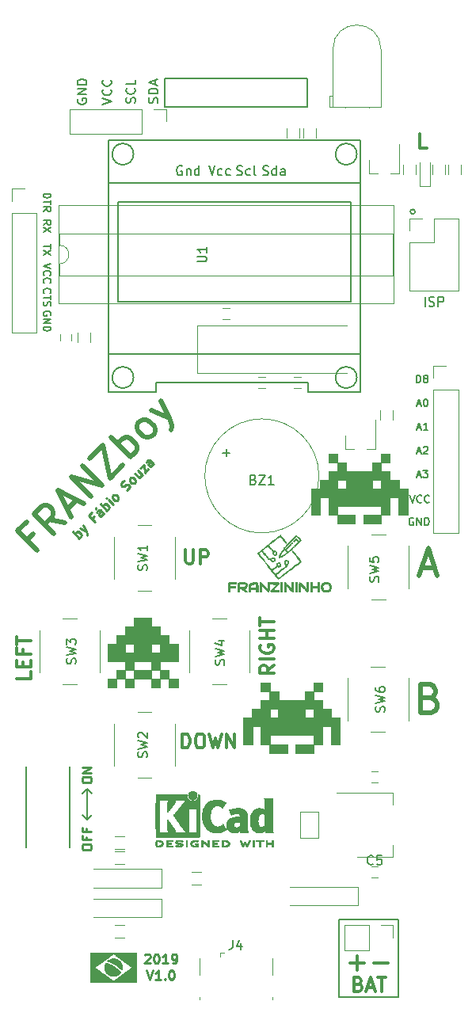
<source format=gto>
G04 #@! TF.GenerationSoftware,KiCad,Pcbnew,(5.0.0)*
G04 #@! TF.CreationDate,2019-04-09T22:58:22-03:00*
G04 #@! TF.ProjectId,FranzBoy,4672616E7A426F792E6B696361645F70,rev?*
G04 #@! TF.SameCoordinates,Original*
G04 #@! TF.FileFunction,Legend,Top*
G04 #@! TF.FilePolarity,Positive*
%FSLAX46Y46*%
G04 Gerber Fmt 4.6, Leading zero omitted, Abs format (unit mm)*
G04 Created by KiCad (PCBNEW (5.0.0)) date 04/09/19 22:58:22*
%MOMM*%
%LPD*%
G01*
G04 APERTURE LIST*
%ADD10C,0.200000*%
%ADD11C,0.250000*%
%ADD12C,0.300000*%
%ADD13C,0.500000*%
%ADD14C,0.010000*%
%ADD15C,0.120000*%
%ADD16C,0.150000*%
G04 APERTURE END LIST*
D10*
X153997428Y-128505000D02*
X153921238Y-128466904D01*
X153806952Y-128466904D01*
X153692666Y-128505000D01*
X153616476Y-128581190D01*
X153578380Y-128657380D01*
X153540285Y-128809761D01*
X153540285Y-128924047D01*
X153578380Y-129076428D01*
X153616476Y-129152619D01*
X153692666Y-129228809D01*
X153806952Y-129266904D01*
X153883142Y-129266904D01*
X153997428Y-129228809D01*
X154035523Y-129190714D01*
X154035523Y-128924047D01*
X153883142Y-128924047D01*
X154378380Y-129266904D02*
X154378380Y-128466904D01*
X154835523Y-129266904D01*
X154835523Y-128466904D01*
X155216476Y-129266904D02*
X155216476Y-128466904D01*
X155406952Y-128466904D01*
X155521238Y-128505000D01*
X155597428Y-128581190D01*
X155635523Y-128657380D01*
X155673619Y-128809761D01*
X155673619Y-128924047D01*
X155635523Y-129076428D01*
X155597428Y-129152619D01*
X155521238Y-129228809D01*
X155406952Y-129266904D01*
X155216476Y-129266904D01*
X153616476Y-126053904D02*
X153883142Y-126853904D01*
X154149809Y-126053904D01*
X154873619Y-126777714D02*
X154835523Y-126815809D01*
X154721238Y-126853904D01*
X154645047Y-126853904D01*
X154530761Y-126815809D01*
X154454571Y-126739619D01*
X154416476Y-126663428D01*
X154378380Y-126511047D01*
X154378380Y-126396761D01*
X154416476Y-126244380D01*
X154454571Y-126168190D01*
X154530761Y-126092000D01*
X154645047Y-126053904D01*
X154721238Y-126053904D01*
X154835523Y-126092000D01*
X154873619Y-126130095D01*
X155673619Y-126777714D02*
X155635523Y-126815809D01*
X155521238Y-126853904D01*
X155445047Y-126853904D01*
X155330761Y-126815809D01*
X155254571Y-126739619D01*
X155216476Y-126663428D01*
X155178380Y-126511047D01*
X155178380Y-126396761D01*
X155216476Y-126244380D01*
X155254571Y-126168190D01*
X155330761Y-126092000D01*
X155445047Y-126053904D01*
X155521238Y-126053904D01*
X155635523Y-126092000D01*
X155673619Y-126130095D01*
X154403761Y-123958333D02*
X154784714Y-123958333D01*
X154327571Y-124186904D02*
X154594238Y-123386904D01*
X154860904Y-124186904D01*
X155051380Y-123386904D02*
X155546619Y-123386904D01*
X155279952Y-123691666D01*
X155394238Y-123691666D01*
X155470428Y-123729761D01*
X155508523Y-123767857D01*
X155546619Y-123844047D01*
X155546619Y-124034523D01*
X155508523Y-124110714D01*
X155470428Y-124148809D01*
X155394238Y-124186904D01*
X155165666Y-124186904D01*
X155089476Y-124148809D01*
X155051380Y-124110714D01*
X154403761Y-121418333D02*
X154784714Y-121418333D01*
X154327571Y-121646904D02*
X154594238Y-120846904D01*
X154860904Y-121646904D01*
X155089476Y-120923095D02*
X155127571Y-120885000D01*
X155203761Y-120846904D01*
X155394238Y-120846904D01*
X155470428Y-120885000D01*
X155508523Y-120923095D01*
X155546619Y-120999285D01*
X155546619Y-121075476D01*
X155508523Y-121189761D01*
X155051380Y-121646904D01*
X155546619Y-121646904D01*
X154403761Y-118878333D02*
X154784714Y-118878333D01*
X154327571Y-119106904D02*
X154594238Y-118306904D01*
X154860904Y-119106904D01*
X155546619Y-119106904D02*
X155089476Y-119106904D01*
X155318047Y-119106904D02*
X155318047Y-118306904D01*
X155241857Y-118421190D01*
X155165666Y-118497380D01*
X155089476Y-118535476D01*
X154403761Y-116338333D02*
X154784714Y-116338333D01*
X154327571Y-116566904D02*
X154594238Y-115766904D01*
X154860904Y-116566904D01*
X155279952Y-115766904D02*
X155356142Y-115766904D01*
X155432333Y-115805000D01*
X155470428Y-115843095D01*
X155508523Y-115919285D01*
X155546619Y-116071666D01*
X155546619Y-116262142D01*
X155508523Y-116414523D01*
X155470428Y-116490714D01*
X155432333Y-116528809D01*
X155356142Y-116566904D01*
X155279952Y-116566904D01*
X155203761Y-116528809D01*
X155165666Y-116490714D01*
X155127571Y-116414523D01*
X155089476Y-116262142D01*
X155089476Y-116071666D01*
X155127571Y-115919285D01*
X155165666Y-115843095D01*
X155203761Y-115805000D01*
X155279952Y-115766904D01*
X154327571Y-114026904D02*
X154327571Y-113226904D01*
X154518047Y-113226904D01*
X154632333Y-113265000D01*
X154708523Y-113341190D01*
X154746619Y-113417380D01*
X154784714Y-113569761D01*
X154784714Y-113684047D01*
X154746619Y-113836428D01*
X154708523Y-113912619D01*
X154632333Y-113988809D01*
X154518047Y-114026904D01*
X154327571Y-114026904D01*
X155241857Y-113569761D02*
X155165666Y-113531666D01*
X155127571Y-113493571D01*
X155089476Y-113417380D01*
X155089476Y-113379285D01*
X155127571Y-113303095D01*
X155165666Y-113265000D01*
X155241857Y-113226904D01*
X155394238Y-113226904D01*
X155470428Y-113265000D01*
X155508523Y-113303095D01*
X155546619Y-113379285D01*
X155546619Y-113417380D01*
X155508523Y-113493571D01*
X155470428Y-113531666D01*
X155394238Y-113569761D01*
X155241857Y-113569761D01*
X155165666Y-113607857D01*
X155127571Y-113645952D01*
X155089476Y-113722142D01*
X155089476Y-113874523D01*
X155127571Y-113950714D01*
X155165666Y-113988809D01*
X155241857Y-114026904D01*
X155394238Y-114026904D01*
X155470428Y-113988809D01*
X155508523Y-113950714D01*
X155546619Y-113874523D01*
X155546619Y-113722142D01*
X155508523Y-113645952D01*
X155470428Y-113607857D01*
X155394238Y-113569761D01*
X126642761Y-84145285D02*
X126690380Y-84002428D01*
X126690380Y-83764333D01*
X126642761Y-83669095D01*
X126595142Y-83621476D01*
X126499904Y-83573857D01*
X126404666Y-83573857D01*
X126309428Y-83621476D01*
X126261809Y-83669095D01*
X126214190Y-83764333D01*
X126166571Y-83954809D01*
X126118952Y-84050047D01*
X126071333Y-84097666D01*
X125976095Y-84145285D01*
X125880857Y-84145285D01*
X125785619Y-84097666D01*
X125738000Y-84050047D01*
X125690380Y-83954809D01*
X125690380Y-83716714D01*
X125738000Y-83573857D01*
X126690380Y-83145285D02*
X125690380Y-83145285D01*
X125690380Y-82907190D01*
X125738000Y-82764333D01*
X125833238Y-82669095D01*
X125928476Y-82621476D01*
X126118952Y-82573857D01*
X126261809Y-82573857D01*
X126452285Y-82621476D01*
X126547523Y-82669095D01*
X126642761Y-82764333D01*
X126690380Y-82907190D01*
X126690380Y-83145285D01*
X126404666Y-82192904D02*
X126404666Y-81716714D01*
X126690380Y-82288142D02*
X125690380Y-81954809D01*
X126690380Y-81621476D01*
X124229761Y-84121476D02*
X124277380Y-83978619D01*
X124277380Y-83740523D01*
X124229761Y-83645285D01*
X124182142Y-83597666D01*
X124086904Y-83550047D01*
X123991666Y-83550047D01*
X123896428Y-83597666D01*
X123848809Y-83645285D01*
X123801190Y-83740523D01*
X123753571Y-83931000D01*
X123705952Y-84026238D01*
X123658333Y-84073857D01*
X123563095Y-84121476D01*
X123467857Y-84121476D01*
X123372619Y-84073857D01*
X123325000Y-84026238D01*
X123277380Y-83931000D01*
X123277380Y-83692904D01*
X123325000Y-83550047D01*
X124182142Y-82550047D02*
X124229761Y-82597666D01*
X124277380Y-82740523D01*
X124277380Y-82835761D01*
X124229761Y-82978619D01*
X124134523Y-83073857D01*
X124039285Y-83121476D01*
X123848809Y-83169095D01*
X123705952Y-83169095D01*
X123515476Y-83121476D01*
X123420238Y-83073857D01*
X123325000Y-82978619D01*
X123277380Y-82835761D01*
X123277380Y-82740523D01*
X123325000Y-82597666D01*
X123372619Y-82550047D01*
X124277380Y-81645285D02*
X124277380Y-82121476D01*
X123277380Y-82121476D01*
X120737380Y-84264333D02*
X121737380Y-83931000D01*
X120737380Y-83597666D01*
X121642142Y-82692904D02*
X121689761Y-82740523D01*
X121737380Y-82883380D01*
X121737380Y-82978619D01*
X121689761Y-83121476D01*
X121594523Y-83216714D01*
X121499285Y-83264333D01*
X121308809Y-83311952D01*
X121165952Y-83311952D01*
X120975476Y-83264333D01*
X120880238Y-83216714D01*
X120785000Y-83121476D01*
X120737380Y-82978619D01*
X120737380Y-82883380D01*
X120785000Y-82740523D01*
X120832619Y-82692904D01*
X121642142Y-81692904D02*
X121689761Y-81740523D01*
X121737380Y-81883380D01*
X121737380Y-81978619D01*
X121689761Y-82121476D01*
X121594523Y-82216714D01*
X121499285Y-82264333D01*
X121308809Y-82311952D01*
X121165952Y-82311952D01*
X120975476Y-82264333D01*
X120880238Y-82216714D01*
X120785000Y-82121476D01*
X120737380Y-81978619D01*
X120737380Y-81883380D01*
X120785000Y-81740523D01*
X120832619Y-81692904D01*
X118118000Y-83692904D02*
X118070380Y-83788142D01*
X118070380Y-83931000D01*
X118118000Y-84073857D01*
X118213238Y-84169095D01*
X118308476Y-84216714D01*
X118498952Y-84264333D01*
X118641809Y-84264333D01*
X118832285Y-84216714D01*
X118927523Y-84169095D01*
X119022761Y-84073857D01*
X119070380Y-83931000D01*
X119070380Y-83835761D01*
X119022761Y-83692904D01*
X118975142Y-83645285D01*
X118641809Y-83645285D01*
X118641809Y-83835761D01*
X119070380Y-83216714D02*
X118070380Y-83216714D01*
X119070380Y-82645285D01*
X118070380Y-82645285D01*
X119070380Y-82169095D02*
X118070380Y-82169095D01*
X118070380Y-81931000D01*
X118118000Y-81788142D01*
X118213238Y-81692904D01*
X118308476Y-81645285D01*
X118498952Y-81597666D01*
X118641809Y-81597666D01*
X118832285Y-81645285D01*
X118927523Y-81692904D01*
X119022761Y-81788142D01*
X119070380Y-81931000D01*
X119070380Y-82169095D01*
X154178000Y-95758000D02*
G75*
G03X154178000Y-95758000I-254000J0D01*
G01*
X115208000Y-106832476D02*
X115246095Y-106756285D01*
X115246095Y-106642000D01*
X115208000Y-106527714D01*
X115131809Y-106451523D01*
X115055619Y-106413428D01*
X114903238Y-106375333D01*
X114788952Y-106375333D01*
X114636571Y-106413428D01*
X114560380Y-106451523D01*
X114484190Y-106527714D01*
X114446095Y-106642000D01*
X114446095Y-106718190D01*
X114484190Y-106832476D01*
X114522285Y-106870571D01*
X114788952Y-106870571D01*
X114788952Y-106718190D01*
X114446095Y-107213428D02*
X115246095Y-107213428D01*
X114446095Y-107670571D01*
X115246095Y-107670571D01*
X114446095Y-108051523D02*
X115246095Y-108051523D01*
X115246095Y-108242000D01*
X115208000Y-108356285D01*
X115131809Y-108432476D01*
X115055619Y-108470571D01*
X114903238Y-108508666D01*
X114788952Y-108508666D01*
X114636571Y-108470571D01*
X114560380Y-108432476D01*
X114484190Y-108356285D01*
X114446095Y-108242000D01*
X114446095Y-108051523D01*
X114522285Y-104463904D02*
X114484190Y-104425809D01*
X114446095Y-104311523D01*
X114446095Y-104235333D01*
X114484190Y-104121047D01*
X114560380Y-104044857D01*
X114636571Y-104006761D01*
X114788952Y-103968666D01*
X114903238Y-103968666D01*
X115055619Y-104006761D01*
X115131809Y-104044857D01*
X115208000Y-104121047D01*
X115246095Y-104235333D01*
X115246095Y-104311523D01*
X115208000Y-104425809D01*
X115169904Y-104463904D01*
X115246095Y-104692476D02*
X115246095Y-105149619D01*
X114446095Y-104921047D02*
X115246095Y-104921047D01*
X114484190Y-105378190D02*
X114446095Y-105492476D01*
X114446095Y-105682952D01*
X114484190Y-105759142D01*
X114522285Y-105797238D01*
X114598476Y-105835333D01*
X114674666Y-105835333D01*
X114750857Y-105797238D01*
X114788952Y-105759142D01*
X114827047Y-105682952D01*
X114865142Y-105530571D01*
X114903238Y-105454380D01*
X114941333Y-105416285D01*
X115017523Y-105378190D01*
X115093714Y-105378190D01*
X115169904Y-105416285D01*
X115208000Y-105454380D01*
X115246095Y-105530571D01*
X115246095Y-105721047D01*
X115208000Y-105835333D01*
X115246095Y-101295333D02*
X114446095Y-101562000D01*
X115246095Y-101828666D01*
X114522285Y-102552476D02*
X114484190Y-102514380D01*
X114446095Y-102400095D01*
X114446095Y-102323904D01*
X114484190Y-102209619D01*
X114560380Y-102133428D01*
X114636571Y-102095333D01*
X114788952Y-102057238D01*
X114903238Y-102057238D01*
X115055619Y-102095333D01*
X115131809Y-102133428D01*
X115208000Y-102209619D01*
X115246095Y-102323904D01*
X115246095Y-102400095D01*
X115208000Y-102514380D01*
X115169904Y-102552476D01*
X114522285Y-103352476D02*
X114484190Y-103314380D01*
X114446095Y-103200095D01*
X114446095Y-103123904D01*
X114484190Y-103009619D01*
X114560380Y-102933428D01*
X114636571Y-102895333D01*
X114788952Y-102857238D01*
X114903238Y-102857238D01*
X115055619Y-102895333D01*
X115131809Y-102933428D01*
X115208000Y-103009619D01*
X115246095Y-103123904D01*
X115246095Y-103200095D01*
X115208000Y-103314380D01*
X115169904Y-103352476D01*
X115246095Y-99212476D02*
X115246095Y-99669619D01*
X114446095Y-99441047D02*
X115246095Y-99441047D01*
X115246095Y-99860095D02*
X114446095Y-100393428D01*
X115246095Y-100393428D02*
X114446095Y-99860095D01*
X114446095Y-97148666D02*
X114827047Y-96882000D01*
X114446095Y-96691523D02*
X115246095Y-96691523D01*
X115246095Y-96996285D01*
X115208000Y-97072476D01*
X115169904Y-97110571D01*
X115093714Y-97148666D01*
X114979428Y-97148666D01*
X114903238Y-97110571D01*
X114865142Y-97072476D01*
X114827047Y-96996285D01*
X114827047Y-96691523D01*
X115246095Y-97415333D02*
X114446095Y-97948666D01*
X115246095Y-97948666D02*
X114446095Y-97415333D01*
X114446095Y-93827714D02*
X115246095Y-93827714D01*
X115246095Y-94018190D01*
X115208000Y-94132476D01*
X115131809Y-94208666D01*
X115055619Y-94246761D01*
X114903238Y-94284857D01*
X114788952Y-94284857D01*
X114636571Y-94246761D01*
X114560380Y-94208666D01*
X114484190Y-94132476D01*
X114446095Y-94018190D01*
X114446095Y-93827714D01*
X115246095Y-94513428D02*
X115246095Y-94970571D01*
X114446095Y-94742000D02*
X115246095Y-94742000D01*
X114446095Y-95694380D02*
X114827047Y-95427714D01*
X114446095Y-95237238D02*
X115246095Y-95237238D01*
X115246095Y-95542000D01*
X115208000Y-95618190D01*
X115169904Y-95656285D01*
X115093714Y-95694380D01*
X114979428Y-95694380D01*
X114903238Y-95656285D01*
X114865142Y-95618190D01*
X114827047Y-95542000D01*
X114827047Y-95237238D01*
X119634000Y-160274000D02*
X119126000Y-160782000D01*
X119126000Y-160782000D02*
X118618000Y-160274000D01*
X119126000Y-160782000D02*
X119634000Y-160274000D01*
D11*
X118578380Y-163766380D02*
X118578380Y-163575904D01*
X118626000Y-163480666D01*
X118721238Y-163385428D01*
X118911714Y-163337809D01*
X119245047Y-163337809D01*
X119435523Y-163385428D01*
X119530761Y-163480666D01*
X119578380Y-163575904D01*
X119578380Y-163766380D01*
X119530761Y-163861619D01*
X119435523Y-163956857D01*
X119245047Y-164004476D01*
X118911714Y-164004476D01*
X118721238Y-163956857D01*
X118626000Y-163861619D01*
X118578380Y-163766380D01*
X119054571Y-162575904D02*
X119054571Y-162909238D01*
X119578380Y-162909238D02*
X118578380Y-162909238D01*
X118578380Y-162433047D01*
X119054571Y-161718761D02*
X119054571Y-162052095D01*
X119578380Y-162052095D02*
X118578380Y-162052095D01*
X118578380Y-161575904D01*
X118578380Y-156575047D02*
X118578380Y-156384571D01*
X118626000Y-156289333D01*
X118721238Y-156194095D01*
X118911714Y-156146476D01*
X119245047Y-156146476D01*
X119435523Y-156194095D01*
X119530761Y-156289333D01*
X119578380Y-156384571D01*
X119578380Y-156575047D01*
X119530761Y-156670285D01*
X119435523Y-156765523D01*
X119245047Y-156813142D01*
X118911714Y-156813142D01*
X118721238Y-156765523D01*
X118626000Y-156670285D01*
X118578380Y-156575047D01*
X119578380Y-155717904D02*
X118578380Y-155717904D01*
X119578380Y-155146476D01*
X118578380Y-155146476D01*
D10*
X119126000Y-157480000D02*
X119634000Y-157988000D01*
X118618000Y-157988000D02*
X119126000Y-157480000D01*
X119126000Y-157480000D02*
X118618000Y-157988000D01*
X119126000Y-157480000D02*
X119126000Y-160528000D01*
D11*
X125285714Y-175202619D02*
X125333333Y-175155000D01*
X125428571Y-175107380D01*
X125666666Y-175107380D01*
X125761904Y-175155000D01*
X125809523Y-175202619D01*
X125857142Y-175297857D01*
X125857142Y-175393095D01*
X125809523Y-175535952D01*
X125238095Y-176107380D01*
X125857142Y-176107380D01*
X126476190Y-175107380D02*
X126571428Y-175107380D01*
X126666666Y-175155000D01*
X126714285Y-175202619D01*
X126761904Y-175297857D01*
X126809523Y-175488333D01*
X126809523Y-175726428D01*
X126761904Y-175916904D01*
X126714285Y-176012142D01*
X126666666Y-176059761D01*
X126571428Y-176107380D01*
X126476190Y-176107380D01*
X126380952Y-176059761D01*
X126333333Y-176012142D01*
X126285714Y-175916904D01*
X126238095Y-175726428D01*
X126238095Y-175488333D01*
X126285714Y-175297857D01*
X126333333Y-175202619D01*
X126380952Y-175155000D01*
X126476190Y-175107380D01*
X127761904Y-176107380D02*
X127190476Y-176107380D01*
X127476190Y-176107380D02*
X127476190Y-175107380D01*
X127380952Y-175250238D01*
X127285714Y-175345476D01*
X127190476Y-175393095D01*
X128238095Y-176107380D02*
X128428571Y-176107380D01*
X128523809Y-176059761D01*
X128571428Y-176012142D01*
X128666666Y-175869285D01*
X128714285Y-175678809D01*
X128714285Y-175297857D01*
X128666666Y-175202619D01*
X128619047Y-175155000D01*
X128523809Y-175107380D01*
X128333333Y-175107380D01*
X128238095Y-175155000D01*
X128190476Y-175202619D01*
X128142857Y-175297857D01*
X128142857Y-175535952D01*
X128190476Y-175631190D01*
X128238095Y-175678809D01*
X128333333Y-175726428D01*
X128523809Y-175726428D01*
X128619047Y-175678809D01*
X128666666Y-175631190D01*
X128714285Y-175535952D01*
X125476190Y-176857380D02*
X125809523Y-177857380D01*
X126142857Y-176857380D01*
X127000000Y-177857380D02*
X126428571Y-177857380D01*
X126714285Y-177857380D02*
X126714285Y-176857380D01*
X126619047Y-177000238D01*
X126523809Y-177095476D01*
X126428571Y-177143095D01*
X127428571Y-177762142D02*
X127476190Y-177809761D01*
X127428571Y-177857380D01*
X127380952Y-177809761D01*
X127428571Y-177762142D01*
X127428571Y-177857380D01*
X128095238Y-176857380D02*
X128190476Y-176857380D01*
X128285714Y-176905000D01*
X128333333Y-176952619D01*
X128380952Y-177047857D01*
X128428571Y-177238333D01*
X128428571Y-177476428D01*
X128380952Y-177666904D01*
X128333333Y-177762142D01*
X128285714Y-177809761D01*
X128190476Y-177857380D01*
X128095238Y-177857380D01*
X128000000Y-177809761D01*
X127952380Y-177762142D01*
X127904761Y-177666904D01*
X127857142Y-177476428D01*
X127857142Y-177238333D01*
X127904761Y-177047857D01*
X127952380Y-176952619D01*
X128000000Y-176905000D01*
X128095238Y-176857380D01*
X118266614Y-130658148D02*
X117559508Y-129951041D01*
X117828882Y-130220415D02*
X117862553Y-130119400D01*
X117997240Y-129984713D01*
X118098256Y-129951041D01*
X118165599Y-129951041D01*
X118266614Y-129984713D01*
X118468645Y-130186743D01*
X118502317Y-130287759D01*
X118502317Y-130355102D01*
X118468645Y-130456117D01*
X118333958Y-130590804D01*
X118232943Y-130624476D01*
X118367630Y-129614324D02*
X119007393Y-129917369D01*
X118704347Y-129277606D02*
X119007393Y-129917369D01*
X119108408Y-130153072D01*
X119108408Y-130220415D01*
X119074736Y-130321430D01*
X119849187Y-128334797D02*
X119613485Y-128570499D01*
X119983874Y-128940888D02*
X119276767Y-128233782D01*
X119613485Y-127897064D01*
X120893011Y-128031751D02*
X120522622Y-127661362D01*
X120421607Y-127627690D01*
X120320591Y-127661362D01*
X120185904Y-127796049D01*
X120152233Y-127897064D01*
X120859339Y-127998079D02*
X120825668Y-128099095D01*
X120657309Y-128267453D01*
X120556294Y-128301125D01*
X120455278Y-128267453D01*
X120387935Y-128200110D01*
X120354263Y-128099095D01*
X120387935Y-127998079D01*
X120556294Y-127829721D01*
X120589965Y-127728705D01*
X120051217Y-127391988D02*
X120051217Y-127594018D01*
X121229729Y-127695034D02*
X120522622Y-126987927D01*
X120791996Y-127257301D02*
X120825668Y-127156286D01*
X120960355Y-127021599D01*
X121061370Y-126987927D01*
X121128713Y-126987927D01*
X121229729Y-127021599D01*
X121431759Y-127223629D01*
X121465431Y-127324644D01*
X121465431Y-127391988D01*
X121431759Y-127493003D01*
X121297072Y-127627690D01*
X121196057Y-127661362D01*
X121869492Y-127055270D02*
X121398087Y-126583866D01*
X121162385Y-126348164D02*
X121162385Y-126415507D01*
X121229729Y-126415507D01*
X121229729Y-126348164D01*
X121162385Y-126348164D01*
X121229729Y-126415507D01*
X122307225Y-126617538D02*
X122206209Y-126651209D01*
X122138866Y-126651209D01*
X122037851Y-126617538D01*
X121835820Y-126415507D01*
X121802148Y-126314492D01*
X121802148Y-126247148D01*
X121835820Y-126146133D01*
X121936835Y-126045118D01*
X122037851Y-126011446D01*
X122105194Y-126011446D01*
X122206209Y-126045118D01*
X122408240Y-126247148D01*
X122441912Y-126348164D01*
X122441912Y-126415507D01*
X122408240Y-126516522D01*
X122307225Y-126617538D01*
X123317377Y-125540042D02*
X123452064Y-125472698D01*
X123620423Y-125304339D01*
X123654095Y-125203324D01*
X123654095Y-125135981D01*
X123620423Y-125034965D01*
X123553079Y-124967622D01*
X123452064Y-124933950D01*
X123384721Y-124933950D01*
X123283705Y-124967622D01*
X123115347Y-125068637D01*
X123014331Y-125102309D01*
X122946988Y-125102309D01*
X122845973Y-125068637D01*
X122778629Y-125001294D01*
X122744957Y-124900278D01*
X122744957Y-124832935D01*
X122778629Y-124731920D01*
X122946988Y-124563561D01*
X123081675Y-124496217D01*
X124159171Y-124765591D02*
X124058156Y-124799263D01*
X123990812Y-124799263D01*
X123889797Y-124765591D01*
X123687766Y-124563561D01*
X123654095Y-124462546D01*
X123654095Y-124395202D01*
X123687766Y-124294187D01*
X123788782Y-124193172D01*
X123889797Y-124159500D01*
X123957140Y-124159500D01*
X124058156Y-124193172D01*
X124260186Y-124395202D01*
X124293858Y-124496217D01*
X124293858Y-124563561D01*
X124260186Y-124664576D01*
X124159171Y-124765591D01*
X124529560Y-123452393D02*
X125000965Y-123923798D01*
X124226514Y-123755439D02*
X124596904Y-124125828D01*
X124697919Y-124159500D01*
X124798934Y-124125828D01*
X124899950Y-124024813D01*
X124933621Y-123923798D01*
X124933621Y-123856454D01*
X124798934Y-123183019D02*
X125169324Y-122812630D01*
X125270339Y-123654424D01*
X125640728Y-123284034D01*
X126213148Y-122711614D02*
X125842759Y-122341225D01*
X125741743Y-122307553D01*
X125640728Y-122341225D01*
X125506041Y-122475912D01*
X125472369Y-122576927D01*
X126179476Y-122677943D02*
X126145804Y-122778958D01*
X125977446Y-122947317D01*
X125876430Y-122980988D01*
X125775415Y-122947317D01*
X125708072Y-122879973D01*
X125674400Y-122778958D01*
X125708072Y-122677943D01*
X125876430Y-122509584D01*
X125910102Y-122408569D01*
D12*
X139108571Y-144240000D02*
X138394285Y-144740000D01*
X139108571Y-145097142D02*
X137608571Y-145097142D01*
X137608571Y-144525714D01*
X137680000Y-144382857D01*
X137751428Y-144311428D01*
X137894285Y-144240000D01*
X138108571Y-144240000D01*
X138251428Y-144311428D01*
X138322857Y-144382857D01*
X138394285Y-144525714D01*
X138394285Y-145097142D01*
X139108571Y-143597142D02*
X137608571Y-143597142D01*
X137680000Y-142097142D02*
X137608571Y-142240000D01*
X137608571Y-142454285D01*
X137680000Y-142668571D01*
X137822857Y-142811428D01*
X137965714Y-142882857D01*
X138251428Y-142954285D01*
X138465714Y-142954285D01*
X138751428Y-142882857D01*
X138894285Y-142811428D01*
X139037142Y-142668571D01*
X139108571Y-142454285D01*
X139108571Y-142311428D01*
X139037142Y-142097142D01*
X138965714Y-142025714D01*
X138465714Y-142025714D01*
X138465714Y-142311428D01*
X139108571Y-141382857D02*
X137608571Y-141382857D01*
X138322857Y-141382857D02*
X138322857Y-140525714D01*
X139108571Y-140525714D02*
X137608571Y-140525714D01*
X137608571Y-140025714D02*
X137608571Y-139168571D01*
X139108571Y-139597142D02*
X137608571Y-139597142D01*
X113073571Y-144938571D02*
X113073571Y-145652857D01*
X111573571Y-145652857D01*
X112287857Y-144438571D02*
X112287857Y-143938571D01*
X113073571Y-143724285D02*
X113073571Y-144438571D01*
X111573571Y-144438571D01*
X111573571Y-143724285D01*
X112287857Y-142581428D02*
X112287857Y-143081428D01*
X113073571Y-143081428D02*
X111573571Y-143081428D01*
X111573571Y-142367142D01*
X111573571Y-142010000D02*
X111573571Y-141152857D01*
X113073571Y-141581428D02*
X111573571Y-141581428D01*
X129258571Y-153078571D02*
X129258571Y-151578571D01*
X129615714Y-151578571D01*
X129830000Y-151650000D01*
X129972857Y-151792857D01*
X130044285Y-151935714D01*
X130115714Y-152221428D01*
X130115714Y-152435714D01*
X130044285Y-152721428D01*
X129972857Y-152864285D01*
X129830000Y-153007142D01*
X129615714Y-153078571D01*
X129258571Y-153078571D01*
X131044285Y-151578571D02*
X131330000Y-151578571D01*
X131472857Y-151650000D01*
X131615714Y-151792857D01*
X131687142Y-152078571D01*
X131687142Y-152578571D01*
X131615714Y-152864285D01*
X131472857Y-153007142D01*
X131330000Y-153078571D01*
X131044285Y-153078571D01*
X130901428Y-153007142D01*
X130758571Y-152864285D01*
X130687142Y-152578571D01*
X130687142Y-152078571D01*
X130758571Y-151792857D01*
X130901428Y-151650000D01*
X131044285Y-151578571D01*
X132187142Y-151578571D02*
X132544285Y-153078571D01*
X132830000Y-152007142D01*
X133115714Y-153078571D01*
X133472857Y-151578571D01*
X134044285Y-153078571D02*
X134044285Y-151578571D01*
X134901428Y-153078571D01*
X134901428Y-151578571D01*
X129631428Y-131893571D02*
X129631428Y-133107857D01*
X129702857Y-133250714D01*
X129774285Y-133322142D01*
X129917142Y-133393571D01*
X130202857Y-133393571D01*
X130345714Y-133322142D01*
X130417142Y-133250714D01*
X130488571Y-133107857D01*
X130488571Y-131893571D01*
X131202857Y-133393571D02*
X131202857Y-131893571D01*
X131774285Y-131893571D01*
X131917142Y-131965000D01*
X131988571Y-132036428D01*
X132060000Y-132179285D01*
X132060000Y-132393571D01*
X131988571Y-132536428D01*
X131917142Y-132607857D01*
X131774285Y-132679285D01*
X131202857Y-132679285D01*
D13*
X155789285Y-147740714D02*
X156217857Y-147883571D01*
X156360714Y-148026428D01*
X156503571Y-148312142D01*
X156503571Y-148740714D01*
X156360714Y-149026428D01*
X156217857Y-149169285D01*
X155932142Y-149312142D01*
X154789285Y-149312142D01*
X154789285Y-146312142D01*
X155789285Y-146312142D01*
X156075000Y-146455000D01*
X156217857Y-146597857D01*
X156360714Y-146883571D01*
X156360714Y-147169285D01*
X156217857Y-147455000D01*
X156075000Y-147597857D01*
X155789285Y-147740714D01*
X154789285Y-147740714D01*
X154860714Y-133850000D02*
X156289285Y-133850000D01*
X154575000Y-134707142D02*
X155575000Y-131707142D01*
X156575000Y-134707142D01*
D12*
X155404285Y-88943571D02*
X154690000Y-88943571D01*
X154690000Y-87443571D01*
X148117857Y-178327857D02*
X148332142Y-178399285D01*
X148403571Y-178470714D01*
X148475000Y-178613571D01*
X148475000Y-178827857D01*
X148403571Y-178970714D01*
X148332142Y-179042142D01*
X148189285Y-179113571D01*
X147617857Y-179113571D01*
X147617857Y-177613571D01*
X148117857Y-177613571D01*
X148260714Y-177685000D01*
X148332142Y-177756428D01*
X148403571Y-177899285D01*
X148403571Y-178042142D01*
X148332142Y-178185000D01*
X148260714Y-178256428D01*
X148117857Y-178327857D01*
X147617857Y-178327857D01*
X149046428Y-178685000D02*
X149760714Y-178685000D01*
X148903571Y-179113571D02*
X149403571Y-177613571D01*
X149903571Y-179113571D01*
X150189285Y-177613571D02*
X151046428Y-177613571D01*
X150617857Y-179113571D02*
X150617857Y-177613571D01*
D10*
X146050000Y-179705000D02*
X146050000Y-171450000D01*
X152400000Y-179705000D02*
X146050000Y-179705000D01*
X152400000Y-171450000D02*
X152400000Y-179705000D01*
X146050000Y-171450000D02*
X152400000Y-171450000D01*
D12*
X149733095Y-176037857D02*
X151256904Y-176037857D01*
X148716904Y-176037857D02*
X147193095Y-176037857D01*
X147955000Y-176799761D02*
X147955000Y-175275952D01*
D13*
X113347993Y-130188961D02*
X112640886Y-130896067D01*
X113752054Y-132007235D02*
X111630733Y-129885915D01*
X112640886Y-128875762D01*
X116782511Y-128976777D02*
X115065252Y-128673732D01*
X115570328Y-130188961D02*
X113449008Y-128067640D01*
X114257130Y-127259518D01*
X114560176Y-127158503D01*
X114762206Y-127158503D01*
X115065252Y-127259518D01*
X115368298Y-127562564D01*
X115469313Y-127865610D01*
X115469313Y-128067640D01*
X115368298Y-128370686D01*
X114560176Y-129178808D01*
X116984542Y-127562564D02*
X117994694Y-126552411D01*
X117388603Y-128370686D02*
X115974389Y-125542259D01*
X118802816Y-126956472D01*
X119509923Y-126249366D02*
X117388603Y-124128045D01*
X120722106Y-125037183D01*
X118600786Y-122915862D01*
X119408908Y-122107740D02*
X120823122Y-120693527D01*
X121530228Y-124229061D01*
X122944442Y-122814847D01*
X123752564Y-122006725D02*
X121631244Y-119885405D01*
X122439366Y-120693527D02*
X122540381Y-120390481D01*
X122944442Y-119986420D01*
X123247488Y-119885405D01*
X123449518Y-119885405D01*
X123752564Y-119986420D01*
X124358655Y-120592511D01*
X124459671Y-120895557D01*
X124459671Y-121097588D01*
X124358655Y-121400633D01*
X123954594Y-121804694D01*
X123651549Y-121905710D01*
X125974900Y-119784389D02*
X125671854Y-119885405D01*
X125469823Y-119885405D01*
X125166777Y-119784389D01*
X124560686Y-119178298D01*
X124459671Y-118875252D01*
X124459671Y-118673222D01*
X124560686Y-118370176D01*
X124863732Y-118067130D01*
X125166777Y-117966115D01*
X125368808Y-117966115D01*
X125671854Y-118067130D01*
X126277945Y-118673222D01*
X126378961Y-118976267D01*
X126378961Y-119178298D01*
X126277945Y-119481344D01*
X125974900Y-119784389D01*
X125974900Y-116955962D02*
X127894189Y-117865099D01*
X126985052Y-115945810D02*
X127894189Y-117865099D01*
X128197235Y-118572206D01*
X128197235Y-118774237D01*
X128096220Y-119077283D01*
D14*
G04 #@! TO.C,G\002A\002A\002A*
G36*
X145882895Y-122541632D02*
X146818684Y-122541632D01*
X146818684Y-123477421D01*
X149599316Y-123477421D01*
X149599316Y-122541632D01*
X150535106Y-122541632D01*
X150535106Y-121605842D01*
X151497632Y-121605842D01*
X151497632Y-122541632D01*
X150561842Y-122541632D01*
X150561842Y-123477421D01*
X151497632Y-123477421D01*
X151497632Y-124413211D01*
X152433421Y-124413211D01*
X152433421Y-125349000D01*
X153369211Y-125349000D01*
X153369211Y-128156369D01*
X152406684Y-128156369D01*
X152406684Y-126284790D01*
X151497632Y-126284790D01*
X151497632Y-128156369D01*
X150561842Y-128156369D01*
X150561842Y-129092158D01*
X148663527Y-129092158D01*
X148663527Y-128156369D01*
X150535106Y-128156369D01*
X150535106Y-127220579D01*
X145882895Y-127220579D01*
X145882895Y-128156369D01*
X147754474Y-128156369D01*
X147754474Y-129092158D01*
X145856158Y-129092158D01*
X145856158Y-128156369D01*
X144920369Y-128156369D01*
X144920369Y-126284790D01*
X144011316Y-126284790D01*
X144011316Y-128156369D01*
X143048790Y-128156369D01*
X143048790Y-125349000D01*
X143984579Y-125349000D01*
X143984579Y-124413211D01*
X144920369Y-124413211D01*
X145882895Y-124413211D01*
X145882895Y-125349000D01*
X146791948Y-125349000D01*
X146791948Y-124413211D01*
X149626053Y-124413211D01*
X149626053Y-125349000D01*
X150535106Y-125349000D01*
X150535106Y-124413211D01*
X149626053Y-124413211D01*
X146791948Y-124413211D01*
X145882895Y-124413211D01*
X144920369Y-124413211D01*
X144920369Y-123477421D01*
X145856158Y-123477421D01*
X145856158Y-122541632D01*
X144920369Y-122541632D01*
X144920369Y-121605842D01*
X145882895Y-121605842D01*
X145882895Y-122541632D01*
X145882895Y-122541632D01*
G37*
X145882895Y-122541632D02*
X146818684Y-122541632D01*
X146818684Y-123477421D01*
X149599316Y-123477421D01*
X149599316Y-122541632D01*
X150535106Y-122541632D01*
X150535106Y-121605842D01*
X151497632Y-121605842D01*
X151497632Y-122541632D01*
X150561842Y-122541632D01*
X150561842Y-123477421D01*
X151497632Y-123477421D01*
X151497632Y-124413211D01*
X152433421Y-124413211D01*
X152433421Y-125349000D01*
X153369211Y-125349000D01*
X153369211Y-128156369D01*
X152406684Y-128156369D01*
X152406684Y-126284790D01*
X151497632Y-126284790D01*
X151497632Y-128156369D01*
X150561842Y-128156369D01*
X150561842Y-129092158D01*
X148663527Y-129092158D01*
X148663527Y-128156369D01*
X150535106Y-128156369D01*
X150535106Y-127220579D01*
X145882895Y-127220579D01*
X145882895Y-128156369D01*
X147754474Y-128156369D01*
X147754474Y-129092158D01*
X145856158Y-129092158D01*
X145856158Y-128156369D01*
X144920369Y-128156369D01*
X144920369Y-126284790D01*
X144011316Y-126284790D01*
X144011316Y-128156369D01*
X143048790Y-128156369D01*
X143048790Y-125349000D01*
X143984579Y-125349000D01*
X143984579Y-124413211D01*
X144920369Y-124413211D01*
X145882895Y-124413211D01*
X145882895Y-125349000D01*
X146791948Y-125349000D01*
X146791948Y-124413211D01*
X149626053Y-124413211D01*
X149626053Y-125349000D01*
X150535106Y-125349000D01*
X150535106Y-124413211D01*
X149626053Y-124413211D01*
X146791948Y-124413211D01*
X145882895Y-124413211D01*
X144920369Y-124413211D01*
X144920369Y-123477421D01*
X145856158Y-123477421D01*
X145856158Y-122541632D01*
X144920369Y-122541632D01*
X144920369Y-121605842D01*
X145882895Y-121605842D01*
X145882895Y-122541632D01*
D15*
G04 #@! TO.C,BZ1*
X143900000Y-124000000D02*
G75*
G03X143900000Y-124000000I-6100000J0D01*
G01*
G04 #@! TO.C,U1*
X116085000Y-95080000D02*
X116085000Y-105580000D01*
X151885000Y-95080000D02*
X116085000Y-95080000D01*
X151885000Y-105580000D02*
X151885000Y-95080000D01*
X116085000Y-105580000D02*
X151885000Y-105580000D01*
X116145000Y-98080000D02*
X116145000Y-99330000D01*
X151825000Y-98080000D02*
X116145000Y-98080000D01*
X151825000Y-102580000D02*
X151825000Y-98080000D01*
X116145000Y-102580000D02*
X151825000Y-102580000D01*
X116145000Y-101330000D02*
X116145000Y-102580000D01*
X116145000Y-99330000D02*
G75*
G02X116145000Y-101330000I0J-1000000D01*
G01*
G04 #@! TO.C,SW1*
X126000000Y-129250000D02*
X124500000Y-129250000D01*
X122000000Y-130500000D02*
X122000000Y-135000000D01*
X124500000Y-136250000D02*
X126000000Y-136250000D01*
X128500000Y-135000000D02*
X128500000Y-130500000D01*
G04 #@! TO.C,SW2*
X128500000Y-155000000D02*
X128500000Y-150500000D01*
X124500000Y-156250000D02*
X126000000Y-156250000D01*
X122000000Y-150500000D02*
X122000000Y-155000000D01*
X126000000Y-149250000D02*
X124500000Y-149250000D01*
G04 #@! TO.C,SW3*
X118000000Y-139250000D02*
X116500000Y-139250000D01*
X114000000Y-140500000D02*
X114000000Y-145000000D01*
X116500000Y-146250000D02*
X118000000Y-146250000D01*
X120500000Y-145000000D02*
X120500000Y-140500000D01*
G04 #@! TO.C,SW4*
X136500000Y-145000000D02*
X136500000Y-140500000D01*
X132500000Y-146250000D02*
X134000000Y-146250000D01*
X130000000Y-140500000D02*
X130000000Y-145000000D01*
X134000000Y-139250000D02*
X132500000Y-139250000D01*
G04 #@! TO.C,SW5*
X151000000Y-130250000D02*
X149500000Y-130250000D01*
X147000000Y-131500000D02*
X147000000Y-136000000D01*
X149500000Y-137250000D02*
X151000000Y-137250000D01*
X153500000Y-136000000D02*
X153500000Y-131500000D01*
G04 #@! TO.C,SW6*
X153455000Y-150130000D02*
X153455000Y-145630000D01*
X149455000Y-151380000D02*
X150955000Y-151380000D01*
X146955000Y-145630000D02*
X146955000Y-150130000D01*
X150955000Y-144380000D02*
X149455000Y-144380000D01*
G04 #@! TO.C,ISP*
X153610000Y-96460000D02*
X154940000Y-96460000D01*
X153610000Y-97790000D02*
X153610000Y-96460000D01*
X156210000Y-96460000D02*
X158810000Y-96460000D01*
X156210000Y-99060000D02*
X156210000Y-96460000D01*
X153610000Y-99060000D02*
X156210000Y-99060000D01*
X158810000Y-96460000D02*
X158810000Y-104200000D01*
X153610000Y-99060000D02*
X153610000Y-104200000D01*
X153610000Y-104200000D02*
X158810000Y-104200000D01*
G04 #@! TO.C,R1*
X118065000Y-109720000D02*
X118065000Y-108720000D01*
X119425000Y-108720000D02*
X119425000Y-109720000D01*
G04 #@! TO.C,C1*
X117440000Y-108870000D02*
X117440000Y-109570000D01*
X116240000Y-109570000D02*
X116240000Y-108870000D01*
G04 #@! TO.C,J2*
X111065000Y-93285000D02*
X112395000Y-93285000D01*
X111065000Y-94615000D02*
X111065000Y-93285000D01*
X111065000Y-95885000D02*
X113725000Y-95885000D01*
X113725000Y-95885000D02*
X113725000Y-108645000D01*
X111065000Y-95885000D02*
X111065000Y-108645000D01*
X111065000Y-108645000D02*
X113725000Y-108645000D01*
G04 #@! TO.C,C2*
X137445000Y-113446000D02*
X138145000Y-113446000D01*
X138145000Y-114646000D02*
X137445000Y-114646000D01*
G04 #@! TO.C,C3*
X141255000Y-113446000D02*
X141955000Y-113446000D01*
X141955000Y-114646000D02*
X141255000Y-114646000D01*
G04 #@! TO.C,Y1*
X130895000Y-113040000D02*
X146870000Y-113040000D01*
X130895000Y-107940000D02*
X130895000Y-113040000D01*
X146870000Y-107940000D02*
X130895000Y-107940000D01*
G04 #@! TO.C,Q1*
X146756000Y-121156000D02*
X146756000Y-119696000D01*
X149916000Y-121156000D02*
X149916000Y-117996000D01*
X149916000Y-121156000D02*
X148986000Y-121156000D01*
X146756000Y-121156000D02*
X147686000Y-121156000D01*
G04 #@! TO.C,C4*
X134335000Y-107280000D02*
X133635000Y-107280000D01*
X133635000Y-106080000D02*
X134335000Y-106080000D01*
D16*
G04 #@! TO.C,LCD1*
X142748000Y-114998500D02*
X148336000Y-114998500D01*
X121412000Y-114998500D02*
X126492000Y-114998500D01*
X126492000Y-114998500D02*
X126492000Y-113982500D01*
X126492000Y-113982500D02*
X142748000Y-113982500D01*
X142748000Y-113982500D02*
X142748000Y-114998500D01*
X122428000Y-94678500D02*
X147320000Y-94678500D01*
X147320000Y-94678500D02*
X147320000Y-105346500D01*
X147320000Y-105346500D02*
X122428000Y-105346500D01*
X122428000Y-105346500D02*
X122428000Y-94678500D01*
X121412000Y-92646500D02*
X148336000Y-92646500D01*
X148336000Y-92646500D02*
X148336000Y-110934500D01*
X148336000Y-110934500D02*
X121412000Y-110934500D01*
X121412000Y-110934500D02*
X121412000Y-92646500D01*
X147947923Y-113474500D02*
G75*
G03X147947923Y-113474500I-1135923J0D01*
G01*
X124071923Y-113474500D02*
G75*
G03X124071923Y-113474500I-1135923J0D01*
G01*
X124071923Y-89598500D02*
G75*
G03X124071923Y-89598500I-1135923J0D01*
G01*
X147947923Y-89598500D02*
G75*
G03X147947923Y-89598500I-1135923J0D01*
G01*
X121412000Y-114998500D02*
X121412000Y-88074500D01*
X121412000Y-88074500D02*
X148336000Y-88074500D01*
X148336000Y-88074500D02*
X148336000Y-114998500D01*
D15*
G04 #@! TO.C,R2*
X143555000Y-86876000D02*
X143555000Y-87876000D01*
X142195000Y-87876000D02*
X142195000Y-86876000D01*
G04 #@! TO.C,R3*
X140417000Y-87876000D02*
X140417000Y-86876000D01*
X141777000Y-86876000D02*
X141777000Y-87876000D01*
G04 #@! TO.C,C5*
X150210000Y-166970000D02*
X149510000Y-166970000D01*
X149510000Y-165770000D02*
X150210000Y-165770000D01*
G04 #@! TO.C,C6*
X149510000Y-155610000D02*
X150210000Y-155610000D01*
X150210000Y-156810000D02*
X149510000Y-156810000D01*
G04 #@! TO.C,D1*
X154644000Y-93040882D02*
X154644000Y-90440882D01*
X155744000Y-93040882D02*
X155744000Y-90440882D01*
X154644000Y-93040882D02*
X155744000Y-93040882D01*
G04 #@! TO.C,R4*
X157398000Y-90740882D02*
X157398000Y-91740882D01*
X156038000Y-91740882D02*
X156038000Y-90740882D01*
G04 #@! TO.C,D2*
X119805000Y-168005000D02*
X127105000Y-168005000D01*
X127105000Y-168005000D02*
X127105000Y-166005000D01*
X127105000Y-166005000D02*
X119805000Y-166005000D01*
G04 #@! TO.C,D3*
X119805000Y-171180000D02*
X127105000Y-171180000D01*
X127105000Y-171180000D02*
X127105000Y-169180000D01*
X127105000Y-169180000D02*
X119805000Y-169180000D01*
G04 #@! TO.C,R5*
X130310000Y-166325000D02*
X131310000Y-166325000D01*
X131310000Y-167685000D02*
X130310000Y-167685000D01*
G04 #@! TO.C,R6*
X123055000Y-173400000D02*
X122055000Y-173400000D01*
X122055000Y-172040000D02*
X123055000Y-172040000D01*
G04 #@! TO.C,R7*
X123055000Y-163875000D02*
X122055000Y-163875000D01*
X122055000Y-162515000D02*
X123055000Y-162515000D01*
G04 #@! TO.C,R8*
X122055000Y-164166000D02*
X123055000Y-164166000D01*
X123055000Y-165526000D02*
X122055000Y-165526000D01*
G04 #@! TO.C,D4*
X148060000Y-167910000D02*
X140760000Y-167910000D01*
X148060000Y-169910000D02*
X148060000Y-167910000D01*
X140760000Y-169910000D02*
X148060000Y-169910000D01*
G04 #@! TO.C,J3*
X151825000Y-172025000D02*
X151825000Y-173355000D01*
X150495000Y-172025000D02*
X151825000Y-172025000D01*
X149225000Y-172025000D02*
X149225000Y-174685000D01*
X149225000Y-174685000D02*
X146625000Y-174685000D01*
X149225000Y-172025000D02*
X146625000Y-172025000D01*
X146625000Y-172025000D02*
X146625000Y-174685000D01*
G04 #@! TO.C,U2*
X145760000Y-157880000D02*
X151770000Y-157880000D01*
X148010000Y-164700000D02*
X151770000Y-164700000D01*
X151770000Y-157880000D02*
X151770000Y-159140000D01*
X151770000Y-164700000D02*
X151770000Y-163440000D01*
D16*
G04 #@! TO.C,SW7*
X117235000Y-155116500D02*
X117235000Y-163716500D01*
X112635000Y-155116500D02*
X112635000Y-161416500D01*
X112635000Y-161416500D02*
X112635000Y-163716500D01*
G04 #@! TO.C,REF\002A\002A*
X128396000Y-81476000D02*
X141350000Y-81476000D01*
X128396000Y-84524000D02*
X141604000Y-84524000D01*
X127380000Y-84524000D02*
X128396000Y-84524000D01*
X127380000Y-81476000D02*
X127380000Y-84524000D01*
X127380000Y-81476000D02*
X128396000Y-81476000D01*
X142620000Y-84524000D02*
X141604000Y-84524000D01*
X142620000Y-81476000D02*
X142620000Y-84524000D01*
X141096000Y-81476000D02*
X141350000Y-81476000D01*
X142620000Y-81476000D02*
X141096000Y-81476000D01*
D15*
G04 #@! TO.C,D5*
X146685000Y-84645000D02*
X146685000Y-84645000D01*
X146685000Y-84515000D02*
X146685000Y-84645000D01*
X146685000Y-84515000D02*
X146685000Y-84515000D01*
X146685000Y-84645000D02*
X146685000Y-84515000D01*
X149225000Y-84645000D02*
X149225000Y-84645000D01*
X149225000Y-84515000D02*
X149225000Y-84645000D01*
X149225000Y-84515000D02*
X149225000Y-84515000D01*
X149225000Y-84645000D02*
X149225000Y-84515000D01*
X145395000Y-84515000D02*
X144995000Y-84515000D01*
X145395000Y-83395000D02*
X145395000Y-84515000D01*
X144995000Y-83395000D02*
X145395000Y-83395000D01*
X144995000Y-84515000D02*
X144995000Y-83395000D01*
X150515000Y-84515000D02*
X145395000Y-84515000D01*
X145395000Y-84515000D02*
X145395000Y-78355000D01*
X150515000Y-84515000D02*
X150515000Y-78355000D01*
X145395000Y-78355000D02*
G75*
G02X150515000Y-78355000I2560000J0D01*
G01*
G04 #@! TO.C,Q2*
X149296000Y-91692000D02*
X149296000Y-90232000D01*
X152456000Y-91692000D02*
X152456000Y-88532000D01*
X152456000Y-91692000D02*
X151526000Y-91692000D01*
X149296000Y-91692000D02*
X150226000Y-91692000D01*
G04 #@! TO.C,R9*
X150450000Y-117975000D02*
X150450000Y-116975000D01*
X151810000Y-116975000D02*
X151810000Y-117975000D01*
G04 #@! TO.C,R10*
X154254000Y-90740882D02*
X154254000Y-91740882D01*
X152894000Y-91740882D02*
X152894000Y-90740882D01*
G04 #@! TO.C,R11*
X157689000Y-91770000D02*
X157689000Y-90770000D01*
X159049000Y-90770000D02*
X159049000Y-91770000D01*
G04 #@! TO.C,J5*
X127568000Y-84776000D02*
X127568000Y-86106000D01*
X126238000Y-84776000D02*
X127568000Y-84776000D01*
X124968000Y-84776000D02*
X124968000Y-87436000D01*
X124968000Y-87436000D02*
X117288000Y-87436000D01*
X124968000Y-84776000D02*
X117288000Y-84776000D01*
X117288000Y-84776000D02*
X117288000Y-87436000D01*
G04 #@! TO.C,J6*
X156150000Y-112208000D02*
X157480000Y-112208000D01*
X156150000Y-113538000D02*
X156150000Y-112208000D01*
X156150000Y-114808000D02*
X158810000Y-114808000D01*
X158810000Y-114808000D02*
X158810000Y-130108000D01*
X156150000Y-114808000D02*
X156150000Y-130108000D01*
X156150000Y-130108000D02*
X158810000Y-130108000D01*
G04 #@! TO.C,JP1*
X143875000Y-162690000D02*
X141875000Y-162690000D01*
X143875000Y-159890000D02*
X143875000Y-162690000D01*
X141875000Y-159890000D02*
X143875000Y-159890000D01*
X141875000Y-162690000D02*
X141875000Y-159890000D01*
G04 #@! TO.C,J4*
X133301000Y-174979500D02*
X133301000Y-175429500D01*
X133301000Y-174979500D02*
X133751000Y-174979500D01*
X138901000Y-177379500D02*
X138901000Y-175529500D01*
X131101000Y-179929500D02*
X131101000Y-179679500D01*
X138901000Y-179929500D02*
X138901000Y-179679500D01*
X131101000Y-177379500D02*
X131101000Y-175529500D01*
D14*
G04 #@! TO.C,G\002A\002A\002A*
G36*
X141354958Y-130803826D02*
X141355992Y-130804832D01*
X141366814Y-130832428D01*
X141346420Y-130872313D01*
X141300247Y-130924250D01*
X141225082Y-130990679D01*
X141171054Y-131012381D01*
X141137651Y-130991927D01*
X141147013Y-130964079D01*
X141184976Y-130914620D01*
X141225014Y-130872509D01*
X141287709Y-130816335D01*
X141327934Y-130795037D01*
X141354958Y-130803826D01*
X141354958Y-130803826D01*
G37*
X141354958Y-130803826D02*
X141355992Y-130804832D01*
X141366814Y-130832428D01*
X141346420Y-130872313D01*
X141300247Y-130924250D01*
X141225082Y-130990679D01*
X141171054Y-131012381D01*
X141137651Y-130991927D01*
X141147013Y-130964079D01*
X141184976Y-130914620D01*
X141225014Y-130872509D01*
X141287709Y-130816335D01*
X141327934Y-130795037D01*
X141354958Y-130803826D01*
G36*
X141059889Y-131096206D02*
X141061366Y-131099369D01*
X141059665Y-131125112D01*
X141036802Y-131165640D01*
X140989021Y-131225531D01*
X140912567Y-131309363D01*
X140803684Y-131421714D01*
X140764070Y-131461728D01*
X140635694Y-131590114D01*
X140537843Y-131685499D01*
X140465915Y-131751582D01*
X140415309Y-131792061D01*
X140381421Y-131810635D01*
X140359650Y-131811000D01*
X140345932Y-131797739D01*
X140357476Y-131770992D01*
X140401799Y-131713922D01*
X140474820Y-131631161D01*
X140572455Y-131527343D01*
X140686136Y-131411586D01*
X140810985Y-131287760D01*
X140905106Y-131197186D01*
X140972778Y-131136304D01*
X141018280Y-131101554D01*
X141045890Y-131089375D01*
X141059889Y-131096206D01*
X141059889Y-131096206D01*
G37*
X141059889Y-131096206D02*
X141061366Y-131099369D01*
X141059665Y-131125112D01*
X141036802Y-131165640D01*
X140989021Y-131225531D01*
X140912567Y-131309363D01*
X140803684Y-131421714D01*
X140764070Y-131461728D01*
X140635694Y-131590114D01*
X140537843Y-131685499D01*
X140465915Y-131751582D01*
X140415309Y-131792061D01*
X140381421Y-131810635D01*
X140359650Y-131811000D01*
X140345932Y-131797739D01*
X140357476Y-131770992D01*
X140401799Y-131713922D01*
X140474820Y-131631161D01*
X140572455Y-131527343D01*
X140686136Y-131411586D01*
X140810985Y-131287760D01*
X140905106Y-131197186D01*
X140972778Y-131136304D01*
X141018280Y-131101554D01*
X141045890Y-131089375D01*
X141059889Y-131096206D01*
G36*
X141488982Y-130370254D02*
X141548368Y-130417077D01*
X141623021Y-130484956D01*
X141704918Y-130565579D01*
X141786036Y-130650634D01*
X141858353Y-130731808D01*
X141913847Y-130800790D01*
X141944495Y-130849267D01*
X141947529Y-130865306D01*
X141926375Y-130891522D01*
X141872813Y-130948804D01*
X141791003Y-131032958D01*
X141685103Y-131139786D01*
X141559275Y-131265094D01*
X141417678Y-131404686D01*
X141264473Y-131554367D01*
X141260248Y-131558475D01*
X141072011Y-131740659D01*
X140916843Y-131888788D01*
X140792254Y-132005088D01*
X140695750Y-132091780D01*
X140624841Y-132151087D01*
X140577034Y-132185233D01*
X140549838Y-132196439D01*
X140545742Y-132195835D01*
X140510236Y-132200818D01*
X140453273Y-132237902D01*
X140370603Y-132310132D01*
X140323921Y-132354876D01*
X140229654Y-132443069D01*
X140148699Y-132506339D01*
X140062691Y-132556496D01*
X139953264Y-132605351D01*
X139903200Y-132625448D01*
X139798561Y-132666760D01*
X139710074Y-132701701D01*
X139649434Y-132725652D01*
X139630364Y-132733190D01*
X139595427Y-132724970D01*
X139584629Y-132708669D01*
X139587828Y-132671225D01*
X139607392Y-132598118D01*
X139614904Y-132575607D01*
X139727284Y-132575607D01*
X139735296Y-132586363D01*
X139744819Y-132583766D01*
X139776284Y-132570801D01*
X139841824Y-132544217D01*
X139928366Y-132509315D01*
X139945337Y-132502489D01*
X140059972Y-132449405D01*
X140157398Y-132385423D01*
X140257736Y-132296713D01*
X140287023Y-132267651D01*
X140447610Y-132105623D01*
X140322276Y-131978375D01*
X140196941Y-131851127D01*
X140038355Y-132008304D01*
X139943005Y-132110572D01*
X139874945Y-132206137D01*
X139819436Y-132316829D01*
X139802447Y-132357690D01*
X139759162Y-132467931D01*
X139734673Y-132538350D01*
X139727284Y-132575607D01*
X139614904Y-132575607D01*
X139639971Y-132500502D01*
X139675003Y-132407584D01*
X139726328Y-132283154D01*
X139771481Y-132191037D01*
X139820508Y-132115405D01*
X139883453Y-132040429D01*
X139956023Y-131964765D01*
X140038679Y-131878375D01*
X140087847Y-131819307D01*
X140107994Y-131781119D01*
X140103591Y-131757371D01*
X140101496Y-131755056D01*
X140093518Y-131745417D01*
X140090754Y-131733545D01*
X140096132Y-131716192D01*
X140099484Y-131710877D01*
X140208369Y-131710877D01*
X140391699Y-131895438D01*
X140469350Y-131972361D01*
X140533509Y-132033578D01*
X140576035Y-132071457D01*
X140588591Y-132080000D01*
X140609290Y-132062723D01*
X140661222Y-132013867D01*
X140739817Y-131937889D01*
X140840506Y-131839249D01*
X140958717Y-131722405D01*
X141089882Y-131591817D01*
X141129184Y-131552520D01*
X141656215Y-131025041D01*
X141274389Y-130645763D01*
X140208369Y-131710877D01*
X140099484Y-131710877D01*
X140112584Y-131690106D01*
X140143042Y-131652039D01*
X140190435Y-131598739D01*
X140257694Y-131526957D01*
X140347751Y-131433442D01*
X140463535Y-131314944D01*
X140607978Y-131168214D01*
X140784011Y-130990001D01*
X140867804Y-130905250D01*
X141005116Y-130767624D01*
X141132300Y-130642512D01*
X141195712Y-130581470D01*
X141339641Y-130581470D01*
X141717061Y-130961426D01*
X141775330Y-130906685D01*
X141816028Y-130863679D01*
X141833583Y-130835663D01*
X141833600Y-130835256D01*
X141815864Y-130812344D01*
X141768018Y-130763807D01*
X141698098Y-130697564D01*
X141641069Y-130645569D01*
X141448539Y-130472572D01*
X141339641Y-130581470D01*
X141195712Y-130581470D01*
X141244674Y-130534338D01*
X141337551Y-130447525D01*
X141406246Y-130386497D01*
X141446076Y-130355678D01*
X141452885Y-130352800D01*
X141488982Y-130370254D01*
X141488982Y-130370254D01*
G37*
X141488982Y-130370254D02*
X141548368Y-130417077D01*
X141623021Y-130484956D01*
X141704918Y-130565579D01*
X141786036Y-130650634D01*
X141858353Y-130731808D01*
X141913847Y-130800790D01*
X141944495Y-130849267D01*
X141947529Y-130865306D01*
X141926375Y-130891522D01*
X141872813Y-130948804D01*
X141791003Y-131032958D01*
X141685103Y-131139786D01*
X141559275Y-131265094D01*
X141417678Y-131404686D01*
X141264473Y-131554367D01*
X141260248Y-131558475D01*
X141072011Y-131740659D01*
X140916843Y-131888788D01*
X140792254Y-132005088D01*
X140695750Y-132091780D01*
X140624841Y-132151087D01*
X140577034Y-132185233D01*
X140549838Y-132196439D01*
X140545742Y-132195835D01*
X140510236Y-132200818D01*
X140453273Y-132237902D01*
X140370603Y-132310132D01*
X140323921Y-132354876D01*
X140229654Y-132443069D01*
X140148699Y-132506339D01*
X140062691Y-132556496D01*
X139953264Y-132605351D01*
X139903200Y-132625448D01*
X139798561Y-132666760D01*
X139710074Y-132701701D01*
X139649434Y-132725652D01*
X139630364Y-132733190D01*
X139595427Y-132724970D01*
X139584629Y-132708669D01*
X139587828Y-132671225D01*
X139607392Y-132598118D01*
X139614904Y-132575607D01*
X139727284Y-132575607D01*
X139735296Y-132586363D01*
X139744819Y-132583766D01*
X139776284Y-132570801D01*
X139841824Y-132544217D01*
X139928366Y-132509315D01*
X139945337Y-132502489D01*
X140059972Y-132449405D01*
X140157398Y-132385423D01*
X140257736Y-132296713D01*
X140287023Y-132267651D01*
X140447610Y-132105623D01*
X140322276Y-131978375D01*
X140196941Y-131851127D01*
X140038355Y-132008304D01*
X139943005Y-132110572D01*
X139874945Y-132206137D01*
X139819436Y-132316829D01*
X139802447Y-132357690D01*
X139759162Y-132467931D01*
X139734673Y-132538350D01*
X139727284Y-132575607D01*
X139614904Y-132575607D01*
X139639971Y-132500502D01*
X139675003Y-132407584D01*
X139726328Y-132283154D01*
X139771481Y-132191037D01*
X139820508Y-132115405D01*
X139883453Y-132040429D01*
X139956023Y-131964765D01*
X140038679Y-131878375D01*
X140087847Y-131819307D01*
X140107994Y-131781119D01*
X140103591Y-131757371D01*
X140101496Y-131755056D01*
X140093518Y-131745417D01*
X140090754Y-131733545D01*
X140096132Y-131716192D01*
X140099484Y-131710877D01*
X140208369Y-131710877D01*
X140391699Y-131895438D01*
X140469350Y-131972361D01*
X140533509Y-132033578D01*
X140576035Y-132071457D01*
X140588591Y-132080000D01*
X140609290Y-132062723D01*
X140661222Y-132013867D01*
X140739817Y-131937889D01*
X140840506Y-131839249D01*
X140958717Y-131722405D01*
X141089882Y-131591817D01*
X141129184Y-131552520D01*
X141656215Y-131025041D01*
X141274389Y-130645763D01*
X140208369Y-131710877D01*
X140099484Y-131710877D01*
X140112584Y-131690106D01*
X140143042Y-131652039D01*
X140190435Y-131598739D01*
X140257694Y-131526957D01*
X140347751Y-131433442D01*
X140463535Y-131314944D01*
X140607978Y-131168214D01*
X140784011Y-130990001D01*
X140867804Y-130905250D01*
X141005116Y-130767624D01*
X141132300Y-130642512D01*
X141195712Y-130581470D01*
X141339641Y-130581470D01*
X141717061Y-130961426D01*
X141775330Y-130906685D01*
X141816028Y-130863679D01*
X141833583Y-130835663D01*
X141833600Y-130835256D01*
X141815864Y-130812344D01*
X141768018Y-130763807D01*
X141698098Y-130697564D01*
X141641069Y-130645569D01*
X141448539Y-130472572D01*
X141339641Y-130581470D01*
X141195712Y-130581470D01*
X141244674Y-130534338D01*
X141337551Y-130447525D01*
X141406246Y-130386497D01*
X141446076Y-130355678D01*
X141452885Y-130352800D01*
X141488982Y-130370254D01*
G36*
X139765494Y-130321180D02*
X139812207Y-130374771D01*
X139880056Y-130456850D01*
X139964168Y-130561491D01*
X140059671Y-130682770D01*
X140089354Y-130720919D01*
X140206139Y-130873301D01*
X140292384Y-130990751D01*
X140350327Y-131077147D01*
X140382207Y-131136367D01*
X140390261Y-131172290D01*
X140376725Y-131188794D01*
X140360568Y-131191000D01*
X140338574Y-131171964D01*
X140290725Y-131119004D01*
X140222295Y-131038339D01*
X140138560Y-130936191D01*
X140044793Y-130818778D01*
X140042878Y-130816350D01*
X139949174Y-130698335D01*
X139865851Y-130594918D01*
X139798108Y-130512430D01*
X139751146Y-130457202D01*
X139730165Y-130435565D01*
X139730061Y-130435523D01*
X139706580Y-130448997D01*
X139649500Y-130489627D01*
X139564798Y-130552726D01*
X139458453Y-130633603D01*
X139336443Y-130727569D01*
X139204748Y-130829937D01*
X139069346Y-130936015D01*
X138936215Y-131041116D01*
X138811334Y-131140550D01*
X138700682Y-131229628D01*
X138610237Y-131303661D01*
X138545978Y-131357961D01*
X138513883Y-131387837D01*
X138511427Y-131391314D01*
X138524687Y-131417189D01*
X138566170Y-131473899D01*
X138630304Y-131554353D01*
X138711513Y-131651462D01*
X138761455Y-131709421D01*
X138859760Y-131821742D01*
X138931473Y-131900889D01*
X138983117Y-131952214D01*
X139021214Y-131981067D01*
X139052286Y-131992799D01*
X139082854Y-131992762D01*
X139102803Y-131989479D01*
X139206601Y-131990558D01*
X139290688Y-132029126D01*
X139351643Y-132094861D01*
X139386043Y-132177442D01*
X139390467Y-132266544D01*
X139361493Y-132351847D01*
X139295699Y-132423026D01*
X139254491Y-132447075D01*
X139158065Y-132480875D01*
X139079599Y-132475562D01*
X139002312Y-132429084D01*
X138984920Y-132414132D01*
X138919230Y-132324240D01*
X138909063Y-132268260D01*
X138996836Y-132268260D01*
X139027602Y-132328394D01*
X139081050Y-132370457D01*
X139148120Y-132385197D01*
X139219750Y-132363359D01*
X139247149Y-132342763D01*
X139286710Y-132278336D01*
X139288579Y-132204564D01*
X139258490Y-132136946D01*
X139202177Y-132090985D01*
X139149963Y-132080000D01*
X139087506Y-132097533D01*
X139039600Y-132130800D01*
X138997815Y-132199311D01*
X138996836Y-132268260D01*
X138909063Y-132268260D01*
X138899629Y-132216321D01*
X138919708Y-132116157D01*
X138921444Y-132088577D01*
X138906387Y-132050430D01*
X138870338Y-131995562D01*
X138809098Y-131917821D01*
X138718467Y-131811057D01*
X138685623Y-131773257D01*
X138595958Y-131672302D01*
X138516739Y-131586622D01*
X138454391Y-131522899D01*
X138415342Y-131487814D01*
X138406552Y-131483100D01*
X138377572Y-131497863D01*
X138318767Y-131537560D01*
X138239057Y-131595306D01*
X138147366Y-131664213D01*
X138052616Y-131737394D01*
X137963730Y-131807962D01*
X137889629Y-131869030D01*
X137839236Y-131913712D01*
X137821448Y-131934724D01*
X137836455Y-131959374D01*
X137879076Y-132017452D01*
X137944759Y-132103066D01*
X138028954Y-132210322D01*
X138127110Y-132333328D01*
X138177594Y-132395921D01*
X138319657Y-132568442D01*
X138434006Y-132700715D01*
X138520270Y-132792335D01*
X138578078Y-132842897D01*
X138597704Y-132853084D01*
X138645935Y-132854767D01*
X138694364Y-132828009D01*
X138745159Y-132779237D01*
X138806816Y-132722135D01*
X138864238Y-132695941D01*
X138941818Y-132689600D01*
X138942921Y-132689600D01*
X139032291Y-132698858D01*
X139093370Y-132731172D01*
X139109489Y-132746750D01*
X139168758Y-132841006D01*
X139183885Y-132939431D01*
X139159465Y-133031858D01*
X139100090Y-133108118D01*
X139010354Y-133158043D01*
X138917286Y-133172200D01*
X138829902Y-133150845D01*
X138752363Y-133096195D01*
X138703521Y-133022370D01*
X138699453Y-133009029D01*
X138677760Y-132965072D01*
X138631307Y-132944216D01*
X138589099Y-132938777D01*
X138556840Y-132934093D01*
X138525783Y-132922552D01*
X138505080Y-132908712D01*
X138790016Y-132908712D01*
X138801792Y-132975223D01*
X138843125Y-133030263D01*
X138903558Y-133065214D01*
X138972634Y-133071461D01*
X139039894Y-133040389D01*
X139050485Y-133030685D01*
X139080187Y-132976353D01*
X139090400Y-132916971D01*
X139069796Y-132843182D01*
X139017518Y-132795087D01*
X138947863Y-132776763D01*
X138875127Y-132792288D01*
X138818255Y-132839346D01*
X138790016Y-132908712D01*
X138505080Y-132908712D01*
X138491012Y-132899308D01*
X138447610Y-132859517D01*
X138390658Y-132798334D01*
X138315239Y-132710914D01*
X138216436Y-132592412D01*
X138125524Y-132482040D01*
X138019187Y-132352797D01*
X137923405Y-132236669D01*
X137842957Y-132139427D01*
X137782624Y-132066844D01*
X137747186Y-132024693D01*
X137740121Y-132016654D01*
X137714195Y-132023106D01*
X137662042Y-132054183D01*
X137595495Y-132100863D01*
X137526382Y-132154122D01*
X137466537Y-132204936D01*
X137427788Y-132244281D01*
X137419747Y-132261017D01*
X137436670Y-132284286D01*
X137482254Y-132342933D01*
X137553217Y-132432835D01*
X137646276Y-132549871D01*
X137758149Y-132689921D01*
X137885551Y-132848860D01*
X138025201Y-133022569D01*
X138122623Y-133143478D01*
X138818547Y-134006408D01*
X139068773Y-133801614D01*
X139319000Y-133596821D01*
X139319000Y-133508478D01*
X139425443Y-133508478D01*
X139460335Y-133575537D01*
X139477750Y-133590613D01*
X139554208Y-133622380D01*
X139624665Y-133604284D01*
X139684230Y-133545685D01*
X139717951Y-133493404D01*
X139720969Y-133453763D01*
X139698686Y-133405985D01*
X139643660Y-133350742D01*
X139569668Y-133327449D01*
X139495916Y-133339584D01*
X139461885Y-133363142D01*
X139425465Y-133430582D01*
X139425443Y-133508478D01*
X139319000Y-133508478D01*
X139319000Y-133475668D01*
X139324152Y-133394479D01*
X139345997Y-133340670D01*
X139394120Y-133291318D01*
X139397148Y-133288757D01*
X139496360Y-133232228D01*
X139596769Y-133225015D01*
X139692189Y-133266960D01*
X139727353Y-133297246D01*
X139784263Y-133385486D01*
X139803397Y-133488142D01*
X139782792Y-133587539D01*
X139763421Y-133621804D01*
X139694752Y-133680908D01*
X139602030Y-133713620D01*
X139508146Y-133712961D01*
X139486105Y-133706362D01*
X139428875Y-133687270D01*
X139395235Y-133680200D01*
X139370005Y-133695039D01*
X139314801Y-133734690D01*
X139239013Y-133791855D01*
X139152030Y-133859235D01*
X139063243Y-133929531D01*
X138982040Y-133995445D01*
X138917813Y-134049678D01*
X138902987Y-134062824D01*
X138908987Y-134088685D01*
X138941125Y-134141755D01*
X138991216Y-134211788D01*
X139051079Y-134288537D01*
X139112531Y-134361758D01*
X139167390Y-134421205D01*
X139207471Y-134456631D01*
X139221725Y-134461924D01*
X139246848Y-134445116D01*
X139306746Y-134401365D01*
X139395975Y-134334761D01*
X139509090Y-134249393D01*
X139640647Y-134149352D01*
X139785201Y-134038726D01*
X139789132Y-134035708D01*
X139952244Y-133910137D01*
X140079302Y-133811110D01*
X140174774Y-133734536D01*
X140243127Y-133676324D01*
X140288830Y-133632381D01*
X140316351Y-133598617D01*
X140330158Y-133570939D01*
X140334719Y-133545256D01*
X140334957Y-133535861D01*
X140324015Y-133470970D01*
X140286349Y-133439648D01*
X140282753Y-133438441D01*
X140225588Y-133396338D01*
X140183762Y-133320882D01*
X140164210Y-133228823D01*
X140164239Y-133228283D01*
X140257496Y-133228283D01*
X140279443Y-133300403D01*
X140300836Y-133328949D01*
X140366176Y-133368704D01*
X140442226Y-133371069D01*
X140508547Y-133336960D01*
X140524059Y-133318948D01*
X140560119Y-133238210D01*
X140546866Y-133165594D01*
X140512800Y-133121400D01*
X140443717Y-133078936D01*
X140374450Y-133077396D01*
X140314194Y-133107776D01*
X140272145Y-133161073D01*
X140257496Y-133228283D01*
X140164239Y-133228283D01*
X140167921Y-133161114D01*
X140201728Y-133075622D01*
X140266528Y-133018683D01*
X140371510Y-132975121D01*
X140467656Y-132980613D01*
X140560987Y-133035635D01*
X140568972Y-133042600D01*
X140625059Y-133103466D01*
X140648229Y-133166381D01*
X140651345Y-133218371D01*
X140629247Y-133327637D01*
X140566915Y-133411595D01*
X140497313Y-133452531D01*
X140452913Y-133491830D01*
X140427873Y-133572182D01*
X140427689Y-133573329D01*
X140421133Y-133604295D01*
X140409010Y-133633937D01*
X140386785Y-133666461D01*
X140349926Y-133706077D01*
X140293898Y-133756991D01*
X140214170Y-133823413D01*
X140106207Y-133909550D01*
X139965476Y-134019610D01*
X139851920Y-134107804D01*
X139706542Y-134221309D01*
X139575343Y-134325159D01*
X139463419Y-134415205D01*
X139375869Y-134487297D01*
X139317788Y-134537286D01*
X139294275Y-134561023D01*
X139294020Y-134561941D01*
X139311443Y-134598467D01*
X139352843Y-134655581D01*
X139408098Y-134721928D01*
X139467083Y-134786151D01*
X139519672Y-134836894D01*
X139555741Y-134862802D01*
X139563098Y-134863740D01*
X139589344Y-134846497D01*
X139651211Y-134802320D01*
X139744253Y-134734538D01*
X139864024Y-134646477D01*
X140006076Y-134541465D01*
X140165963Y-134422829D01*
X140339239Y-134293896D01*
X140521456Y-134157995D01*
X140708167Y-134018451D01*
X140894927Y-133878593D01*
X141077288Y-133741747D01*
X141250803Y-133611241D01*
X141411027Y-133490403D01*
X141553512Y-133382559D01*
X141673811Y-133291037D01*
X141767478Y-133219164D01*
X141830066Y-133170268D01*
X141857128Y-133147676D01*
X141857886Y-133146637D01*
X141843117Y-133124061D01*
X141800911Y-133066962D01*
X141735344Y-132980663D01*
X141650491Y-132870486D01*
X141550427Y-132741754D01*
X141439815Y-132600537D01*
X141305732Y-132428779D01*
X141201577Y-132292151D01*
X141124868Y-132186663D01*
X141073124Y-132108328D01*
X141043862Y-132053155D01*
X141034600Y-132017157D01*
X141042857Y-131996344D01*
X141058900Y-131988343D01*
X141080410Y-132005715D01*
X141127578Y-132057643D01*
X141195625Y-132138008D01*
X141279773Y-132240690D01*
X141375244Y-132359573D01*
X141477260Y-132488537D01*
X141581043Y-132621464D01*
X141681816Y-132752236D01*
X141774799Y-132874733D01*
X141855215Y-132982838D01*
X141918287Y-133070432D01*
X141959236Y-133131396D01*
X141973300Y-133159284D01*
X141953601Y-133178811D01*
X141897376Y-133225313D01*
X141808932Y-133295548D01*
X141692579Y-133386272D01*
X141552622Y-133494241D01*
X141393371Y-133616212D01*
X141219132Y-133748940D01*
X141034214Y-133889182D01*
X140842925Y-134033694D01*
X140649571Y-134179233D01*
X140458462Y-134322555D01*
X140273904Y-134460417D01*
X140100206Y-134589574D01*
X139941674Y-134706783D01*
X139802618Y-134808800D01*
X139687345Y-134892382D01*
X139600162Y-134954284D01*
X139545378Y-134991264D01*
X139527780Y-135000723D01*
X139509131Y-134981448D01*
X139461187Y-134925840D01*
X139386572Y-134837086D01*
X139287912Y-134718372D01*
X139167831Y-134572884D01*
X139028955Y-134403808D01*
X138873909Y-134214329D01*
X138705318Y-134007635D01*
X138525808Y-133786911D01*
X138404600Y-133637533D01*
X138219516Y-133408787D01*
X138044152Y-133191195D01*
X137881097Y-132988023D01*
X137732938Y-132802537D01*
X137602264Y-132638005D01*
X137491665Y-132497692D01*
X137403728Y-132384865D01*
X137341042Y-132302790D01*
X137306195Y-132254733D01*
X137299700Y-132243329D01*
X137319018Y-132223414D01*
X137374187Y-132175544D01*
X137461023Y-132103040D01*
X137575345Y-132009221D01*
X137712971Y-131897409D01*
X137869719Y-131770922D01*
X138041407Y-131633082D01*
X138223855Y-131487209D01*
X138412879Y-131336623D01*
X138604298Y-131184644D01*
X138793930Y-131034593D01*
X138977593Y-130889789D01*
X139151106Y-130753553D01*
X139310286Y-130629206D01*
X139450952Y-130520067D01*
X139568922Y-130429457D01*
X139660014Y-130360695D01*
X139720046Y-130317103D01*
X139744790Y-130302000D01*
X139765494Y-130321180D01*
X139765494Y-130321180D01*
G37*
X139765494Y-130321180D02*
X139812207Y-130374771D01*
X139880056Y-130456850D01*
X139964168Y-130561491D01*
X140059671Y-130682770D01*
X140089354Y-130720919D01*
X140206139Y-130873301D01*
X140292384Y-130990751D01*
X140350327Y-131077147D01*
X140382207Y-131136367D01*
X140390261Y-131172290D01*
X140376725Y-131188794D01*
X140360568Y-131191000D01*
X140338574Y-131171964D01*
X140290725Y-131119004D01*
X140222295Y-131038339D01*
X140138560Y-130936191D01*
X140044793Y-130818778D01*
X140042878Y-130816350D01*
X139949174Y-130698335D01*
X139865851Y-130594918D01*
X139798108Y-130512430D01*
X139751146Y-130457202D01*
X139730165Y-130435565D01*
X139730061Y-130435523D01*
X139706580Y-130448997D01*
X139649500Y-130489627D01*
X139564798Y-130552726D01*
X139458453Y-130633603D01*
X139336443Y-130727569D01*
X139204748Y-130829937D01*
X139069346Y-130936015D01*
X138936215Y-131041116D01*
X138811334Y-131140550D01*
X138700682Y-131229628D01*
X138610237Y-131303661D01*
X138545978Y-131357961D01*
X138513883Y-131387837D01*
X138511427Y-131391314D01*
X138524687Y-131417189D01*
X138566170Y-131473899D01*
X138630304Y-131554353D01*
X138711513Y-131651462D01*
X138761455Y-131709421D01*
X138859760Y-131821742D01*
X138931473Y-131900889D01*
X138983117Y-131952214D01*
X139021214Y-131981067D01*
X139052286Y-131992799D01*
X139082854Y-131992762D01*
X139102803Y-131989479D01*
X139206601Y-131990558D01*
X139290688Y-132029126D01*
X139351643Y-132094861D01*
X139386043Y-132177442D01*
X139390467Y-132266544D01*
X139361493Y-132351847D01*
X139295699Y-132423026D01*
X139254491Y-132447075D01*
X139158065Y-132480875D01*
X139079599Y-132475562D01*
X139002312Y-132429084D01*
X138984920Y-132414132D01*
X138919230Y-132324240D01*
X138909063Y-132268260D01*
X138996836Y-132268260D01*
X139027602Y-132328394D01*
X139081050Y-132370457D01*
X139148120Y-132385197D01*
X139219750Y-132363359D01*
X139247149Y-132342763D01*
X139286710Y-132278336D01*
X139288579Y-132204564D01*
X139258490Y-132136946D01*
X139202177Y-132090985D01*
X139149963Y-132080000D01*
X139087506Y-132097533D01*
X139039600Y-132130800D01*
X138997815Y-132199311D01*
X138996836Y-132268260D01*
X138909063Y-132268260D01*
X138899629Y-132216321D01*
X138919708Y-132116157D01*
X138921444Y-132088577D01*
X138906387Y-132050430D01*
X138870338Y-131995562D01*
X138809098Y-131917821D01*
X138718467Y-131811057D01*
X138685623Y-131773257D01*
X138595958Y-131672302D01*
X138516739Y-131586622D01*
X138454391Y-131522899D01*
X138415342Y-131487814D01*
X138406552Y-131483100D01*
X138377572Y-131497863D01*
X138318767Y-131537560D01*
X138239057Y-131595306D01*
X138147366Y-131664213D01*
X138052616Y-131737394D01*
X137963730Y-131807962D01*
X137889629Y-131869030D01*
X137839236Y-131913712D01*
X137821448Y-131934724D01*
X137836455Y-131959374D01*
X137879076Y-132017452D01*
X137944759Y-132103066D01*
X138028954Y-132210322D01*
X138127110Y-132333328D01*
X138177594Y-132395921D01*
X138319657Y-132568442D01*
X138434006Y-132700715D01*
X138520270Y-132792335D01*
X138578078Y-132842897D01*
X138597704Y-132853084D01*
X138645935Y-132854767D01*
X138694364Y-132828009D01*
X138745159Y-132779237D01*
X138806816Y-132722135D01*
X138864238Y-132695941D01*
X138941818Y-132689600D01*
X138942921Y-132689600D01*
X139032291Y-132698858D01*
X139093370Y-132731172D01*
X139109489Y-132746750D01*
X139168758Y-132841006D01*
X139183885Y-132939431D01*
X139159465Y-133031858D01*
X139100090Y-133108118D01*
X139010354Y-133158043D01*
X138917286Y-133172200D01*
X138829902Y-133150845D01*
X138752363Y-133096195D01*
X138703521Y-133022370D01*
X138699453Y-133009029D01*
X138677760Y-132965072D01*
X138631307Y-132944216D01*
X138589099Y-132938777D01*
X138556840Y-132934093D01*
X138525783Y-132922552D01*
X138505080Y-132908712D01*
X138790016Y-132908712D01*
X138801792Y-132975223D01*
X138843125Y-133030263D01*
X138903558Y-133065214D01*
X138972634Y-133071461D01*
X139039894Y-133040389D01*
X139050485Y-133030685D01*
X139080187Y-132976353D01*
X139090400Y-132916971D01*
X139069796Y-132843182D01*
X139017518Y-132795087D01*
X138947863Y-132776763D01*
X138875127Y-132792288D01*
X138818255Y-132839346D01*
X138790016Y-132908712D01*
X138505080Y-132908712D01*
X138491012Y-132899308D01*
X138447610Y-132859517D01*
X138390658Y-132798334D01*
X138315239Y-132710914D01*
X138216436Y-132592412D01*
X138125524Y-132482040D01*
X138019187Y-132352797D01*
X137923405Y-132236669D01*
X137842957Y-132139427D01*
X137782624Y-132066844D01*
X137747186Y-132024693D01*
X137740121Y-132016654D01*
X137714195Y-132023106D01*
X137662042Y-132054183D01*
X137595495Y-132100863D01*
X137526382Y-132154122D01*
X137466537Y-132204936D01*
X137427788Y-132244281D01*
X137419747Y-132261017D01*
X137436670Y-132284286D01*
X137482254Y-132342933D01*
X137553217Y-132432835D01*
X137646276Y-132549871D01*
X137758149Y-132689921D01*
X137885551Y-132848860D01*
X138025201Y-133022569D01*
X138122623Y-133143478D01*
X138818547Y-134006408D01*
X139068773Y-133801614D01*
X139319000Y-133596821D01*
X139319000Y-133508478D01*
X139425443Y-133508478D01*
X139460335Y-133575537D01*
X139477750Y-133590613D01*
X139554208Y-133622380D01*
X139624665Y-133604284D01*
X139684230Y-133545685D01*
X139717951Y-133493404D01*
X139720969Y-133453763D01*
X139698686Y-133405985D01*
X139643660Y-133350742D01*
X139569668Y-133327449D01*
X139495916Y-133339584D01*
X139461885Y-133363142D01*
X139425465Y-133430582D01*
X139425443Y-133508478D01*
X139319000Y-133508478D01*
X139319000Y-133475668D01*
X139324152Y-133394479D01*
X139345997Y-133340670D01*
X139394120Y-133291318D01*
X139397148Y-133288757D01*
X139496360Y-133232228D01*
X139596769Y-133225015D01*
X139692189Y-133266960D01*
X139727353Y-133297246D01*
X139784263Y-133385486D01*
X139803397Y-133488142D01*
X139782792Y-133587539D01*
X139763421Y-133621804D01*
X139694752Y-133680908D01*
X139602030Y-133713620D01*
X139508146Y-133712961D01*
X139486105Y-133706362D01*
X139428875Y-133687270D01*
X139395235Y-133680200D01*
X139370005Y-133695039D01*
X139314801Y-133734690D01*
X139239013Y-133791855D01*
X139152030Y-133859235D01*
X139063243Y-133929531D01*
X138982040Y-133995445D01*
X138917813Y-134049678D01*
X138902987Y-134062824D01*
X138908987Y-134088685D01*
X138941125Y-134141755D01*
X138991216Y-134211788D01*
X139051079Y-134288537D01*
X139112531Y-134361758D01*
X139167390Y-134421205D01*
X139207471Y-134456631D01*
X139221725Y-134461924D01*
X139246848Y-134445116D01*
X139306746Y-134401365D01*
X139395975Y-134334761D01*
X139509090Y-134249393D01*
X139640647Y-134149352D01*
X139785201Y-134038726D01*
X139789132Y-134035708D01*
X139952244Y-133910137D01*
X140079302Y-133811110D01*
X140174774Y-133734536D01*
X140243127Y-133676324D01*
X140288830Y-133632381D01*
X140316351Y-133598617D01*
X140330158Y-133570939D01*
X140334719Y-133545256D01*
X140334957Y-133535861D01*
X140324015Y-133470970D01*
X140286349Y-133439648D01*
X140282753Y-133438441D01*
X140225588Y-133396338D01*
X140183762Y-133320882D01*
X140164210Y-133228823D01*
X140164239Y-133228283D01*
X140257496Y-133228283D01*
X140279443Y-133300403D01*
X140300836Y-133328949D01*
X140366176Y-133368704D01*
X140442226Y-133371069D01*
X140508547Y-133336960D01*
X140524059Y-133318948D01*
X140560119Y-133238210D01*
X140546866Y-133165594D01*
X140512800Y-133121400D01*
X140443717Y-133078936D01*
X140374450Y-133077396D01*
X140314194Y-133107776D01*
X140272145Y-133161073D01*
X140257496Y-133228283D01*
X140164239Y-133228283D01*
X140167921Y-133161114D01*
X140201728Y-133075622D01*
X140266528Y-133018683D01*
X140371510Y-132975121D01*
X140467656Y-132980613D01*
X140560987Y-133035635D01*
X140568972Y-133042600D01*
X140625059Y-133103466D01*
X140648229Y-133166381D01*
X140651345Y-133218371D01*
X140629247Y-133327637D01*
X140566915Y-133411595D01*
X140497313Y-133452531D01*
X140452913Y-133491830D01*
X140427873Y-133572182D01*
X140427689Y-133573329D01*
X140421133Y-133604295D01*
X140409010Y-133633937D01*
X140386785Y-133666461D01*
X140349926Y-133706077D01*
X140293898Y-133756991D01*
X140214170Y-133823413D01*
X140106207Y-133909550D01*
X139965476Y-134019610D01*
X139851920Y-134107804D01*
X139706542Y-134221309D01*
X139575343Y-134325159D01*
X139463419Y-134415205D01*
X139375869Y-134487297D01*
X139317788Y-134537286D01*
X139294275Y-134561023D01*
X139294020Y-134561941D01*
X139311443Y-134598467D01*
X139352843Y-134655581D01*
X139408098Y-134721928D01*
X139467083Y-134786151D01*
X139519672Y-134836894D01*
X139555741Y-134862802D01*
X139563098Y-134863740D01*
X139589344Y-134846497D01*
X139651211Y-134802320D01*
X139744253Y-134734538D01*
X139864024Y-134646477D01*
X140006076Y-134541465D01*
X140165963Y-134422829D01*
X140339239Y-134293896D01*
X140521456Y-134157995D01*
X140708167Y-134018451D01*
X140894927Y-133878593D01*
X141077288Y-133741747D01*
X141250803Y-133611241D01*
X141411027Y-133490403D01*
X141553512Y-133382559D01*
X141673811Y-133291037D01*
X141767478Y-133219164D01*
X141830066Y-133170268D01*
X141857128Y-133147676D01*
X141857886Y-133146637D01*
X141843117Y-133124061D01*
X141800911Y-133066962D01*
X141735344Y-132980663D01*
X141650491Y-132870486D01*
X141550427Y-132741754D01*
X141439815Y-132600537D01*
X141305732Y-132428779D01*
X141201577Y-132292151D01*
X141124868Y-132186663D01*
X141073124Y-132108328D01*
X141043862Y-132053155D01*
X141034600Y-132017157D01*
X141042857Y-131996344D01*
X141058900Y-131988343D01*
X141080410Y-132005715D01*
X141127578Y-132057643D01*
X141195625Y-132138008D01*
X141279773Y-132240690D01*
X141375244Y-132359573D01*
X141477260Y-132488537D01*
X141581043Y-132621464D01*
X141681816Y-132752236D01*
X141774799Y-132874733D01*
X141855215Y-132982838D01*
X141918287Y-133070432D01*
X141959236Y-133131396D01*
X141973300Y-133159284D01*
X141953601Y-133178811D01*
X141897376Y-133225313D01*
X141808932Y-133295548D01*
X141692579Y-133386272D01*
X141552622Y-133494241D01*
X141393371Y-133616212D01*
X141219132Y-133748940D01*
X141034214Y-133889182D01*
X140842925Y-134033694D01*
X140649571Y-134179233D01*
X140458462Y-134322555D01*
X140273904Y-134460417D01*
X140100206Y-134589574D01*
X139941674Y-134706783D01*
X139802618Y-134808800D01*
X139687345Y-134892382D01*
X139600162Y-134954284D01*
X139545378Y-134991264D01*
X139527780Y-135000723D01*
X139509131Y-134981448D01*
X139461187Y-134925840D01*
X139386572Y-134837086D01*
X139287912Y-134718372D01*
X139167831Y-134572884D01*
X139028955Y-134403808D01*
X138873909Y-134214329D01*
X138705318Y-134007635D01*
X138525808Y-133786911D01*
X138404600Y-133637533D01*
X138219516Y-133408787D01*
X138044152Y-133191195D01*
X137881097Y-132988023D01*
X137732938Y-132802537D01*
X137602264Y-132638005D01*
X137491665Y-132497692D01*
X137403728Y-132384865D01*
X137341042Y-132302790D01*
X137306195Y-132254733D01*
X137299700Y-132243329D01*
X137319018Y-132223414D01*
X137374187Y-132175544D01*
X137461023Y-132103040D01*
X137575345Y-132009221D01*
X137712971Y-131897409D01*
X137869719Y-131770922D01*
X138041407Y-131633082D01*
X138223855Y-131487209D01*
X138412879Y-131336623D01*
X138604298Y-131184644D01*
X138793930Y-131034593D01*
X138977593Y-130889789D01*
X139151106Y-130753553D01*
X139310286Y-130629206D01*
X139450952Y-130520067D01*
X139568922Y-130429457D01*
X139660014Y-130360695D01*
X139720046Y-130317103D01*
X139744790Y-130302000D01*
X139765494Y-130321180D01*
G36*
X134975600Y-135966200D02*
X134416800Y-135966200D01*
X134416800Y-135788400D01*
X134975600Y-135788400D01*
X134975600Y-135966200D01*
X134975600Y-135966200D01*
G37*
X134975600Y-135966200D02*
X134416800Y-135966200D01*
X134416800Y-135788400D01*
X134975600Y-135788400D01*
X134975600Y-135966200D01*
G36*
X144809993Y-135375536D02*
X144927090Y-135397171D01*
X145013987Y-135438592D01*
X145080379Y-135504186D01*
X145129250Y-135584813D01*
X145173546Y-135716977D01*
X145189399Y-135869271D01*
X145176832Y-136021783D01*
X145135865Y-136154603D01*
X145128616Y-136169079D01*
X145074767Y-136252439D01*
X145009803Y-136310489D01*
X144924175Y-136347209D01*
X144808332Y-136366578D01*
X144652725Y-136372577D01*
X144640242Y-136372600D01*
X144519537Y-136371328D01*
X144436473Y-136365965D01*
X144377918Y-136354184D01*
X144330744Y-136333660D01*
X144295562Y-136311559D01*
X144210223Y-136234735D01*
X144154974Y-136136578D01*
X144126855Y-136008911D01*
X144123435Y-135865602D01*
X144297400Y-135865602D01*
X144307605Y-136011585D01*
X144339360Y-136114412D01*
X144394371Y-136177691D01*
X144456656Y-136202340D01*
X144568135Y-136214894D01*
X144689413Y-136214705D01*
X144799482Y-136202695D01*
X144867671Y-136184250D01*
X144934567Y-136147157D01*
X144977035Y-136096028D01*
X144999963Y-136019883D01*
X145008241Y-135907740D01*
X145008600Y-135867686D01*
X145005907Y-135766796D01*
X144995112Y-135699965D01*
X144972138Y-135650612D01*
X144947299Y-135618366D01*
X144915282Y-135584437D01*
X144882107Y-135563438D01*
X144835190Y-135552276D01*
X144761948Y-135547861D01*
X144657245Y-135547100D01*
X144545482Y-135548375D01*
X144471523Y-135554012D01*
X144422398Y-135566723D01*
X144385138Y-135589222D01*
X144362946Y-135608677D01*
X144329266Y-135645157D01*
X144309579Y-135685475D01*
X144300208Y-135744044D01*
X144297476Y-135835273D01*
X144297400Y-135865602D01*
X144123435Y-135865602D01*
X144122908Y-135843558D01*
X144123239Y-135835392D01*
X144130952Y-135719180D01*
X144144527Y-135638666D01*
X144167444Y-135578805D01*
X144191452Y-135540366D01*
X144254994Y-135465842D01*
X144327421Y-135415641D01*
X144419865Y-135385636D01*
X144543458Y-135371701D01*
X144653000Y-135369300D01*
X144809993Y-135375536D01*
X144809993Y-135375536D01*
G37*
X144809993Y-135375536D02*
X144927090Y-135397171D01*
X145013987Y-135438592D01*
X145080379Y-135504186D01*
X145129250Y-135584813D01*
X145173546Y-135716977D01*
X145189399Y-135869271D01*
X145176832Y-136021783D01*
X145135865Y-136154603D01*
X145128616Y-136169079D01*
X145074767Y-136252439D01*
X145009803Y-136310489D01*
X144924175Y-136347209D01*
X144808332Y-136366578D01*
X144652725Y-136372577D01*
X144640242Y-136372600D01*
X144519537Y-136371328D01*
X144436473Y-136365965D01*
X144377918Y-136354184D01*
X144330744Y-136333660D01*
X144295562Y-136311559D01*
X144210223Y-136234735D01*
X144154974Y-136136578D01*
X144126855Y-136008911D01*
X144123435Y-135865602D01*
X144297400Y-135865602D01*
X144307605Y-136011585D01*
X144339360Y-136114412D01*
X144394371Y-136177691D01*
X144456656Y-136202340D01*
X144568135Y-136214894D01*
X144689413Y-136214705D01*
X144799482Y-136202695D01*
X144867671Y-136184250D01*
X144934567Y-136147157D01*
X144977035Y-136096028D01*
X144999963Y-136019883D01*
X145008241Y-135907740D01*
X145008600Y-135867686D01*
X145005907Y-135766796D01*
X144995112Y-135699965D01*
X144972138Y-135650612D01*
X144947299Y-135618366D01*
X144915282Y-135584437D01*
X144882107Y-135563438D01*
X144835190Y-135552276D01*
X144761948Y-135547861D01*
X144657245Y-135547100D01*
X144545482Y-135548375D01*
X144471523Y-135554012D01*
X144422398Y-135566723D01*
X144385138Y-135589222D01*
X144362946Y-135608677D01*
X144329266Y-135645157D01*
X144309579Y-135685475D01*
X144300208Y-135744044D01*
X144297476Y-135835273D01*
X144297400Y-135865602D01*
X144123435Y-135865602D01*
X144122908Y-135843558D01*
X144123239Y-135835392D01*
X144130952Y-135719180D01*
X144144527Y-135638666D01*
X144167444Y-135578805D01*
X144191452Y-135540366D01*
X144254994Y-135465842D01*
X144327421Y-135415641D01*
X144419865Y-135385636D01*
X144543458Y-135371701D01*
X144653000Y-135369300D01*
X144809993Y-135375536D01*
G36*
X143129000Y-135788400D02*
X143764000Y-135788400D01*
X143764000Y-135382000D01*
X143941800Y-135382000D01*
X143941800Y-136372600D01*
X143764000Y-136372600D01*
X143764000Y-135966200D01*
X143129000Y-135966200D01*
X143129000Y-136372600D01*
X142951200Y-136372600D01*
X142951200Y-135382000D01*
X143129000Y-135382000D01*
X143129000Y-135788400D01*
X143129000Y-135788400D01*
G37*
X143129000Y-135788400D02*
X143764000Y-135788400D01*
X143764000Y-135382000D01*
X143941800Y-135382000D01*
X143941800Y-136372600D01*
X143764000Y-136372600D01*
X143764000Y-135966200D01*
X143129000Y-135966200D01*
X143129000Y-136372600D01*
X142951200Y-136372600D01*
X142951200Y-135382000D01*
X143129000Y-135382000D01*
X143129000Y-135788400D01*
G36*
X141885485Y-135409123D02*
X141966475Y-135478731D01*
X142075849Y-135586446D01*
X142194671Y-135706978D01*
X142303603Y-135816917D01*
X142400047Y-135913353D01*
X142478485Y-135990841D01*
X142533400Y-136043938D01*
X142559272Y-136067201D01*
X142560427Y-136067800D01*
X142563999Y-136043942D01*
X142566986Y-135978541D01*
X142569123Y-135880851D01*
X142570148Y-135760127D01*
X142570200Y-135724900D01*
X142570200Y-135382000D01*
X142723696Y-135382000D01*
X142716798Y-135870950D01*
X142713884Y-136063194D01*
X142708426Y-136207211D01*
X142696171Y-136304545D01*
X142672865Y-136356741D01*
X142634255Y-136365345D01*
X142576087Y-136331902D01*
X142494108Y-136257957D01*
X142384065Y-136145056D01*
X142276112Y-136031049D01*
X142172426Y-135922603D01*
X142080173Y-135828182D01*
X142005157Y-135753559D01*
X141953181Y-135704507D01*
X141930049Y-135686800D01*
X141930029Y-135686800D01*
X141922634Y-135710655D01*
X141916452Y-135776052D01*
X141912027Y-135873737D01*
X141909906Y-135994455D01*
X141909800Y-136029700D01*
X141909800Y-136372600D01*
X141757400Y-136372600D01*
X141757400Y-135893110D01*
X141757413Y-135696055D01*
X141760288Y-135547970D01*
X141770280Y-135447045D01*
X141791641Y-135391469D01*
X141828625Y-135379432D01*
X141885485Y-135409123D01*
X141885485Y-135409123D01*
G37*
X141885485Y-135409123D02*
X141966475Y-135478731D01*
X142075849Y-135586446D01*
X142194671Y-135706978D01*
X142303603Y-135816917D01*
X142400047Y-135913353D01*
X142478485Y-135990841D01*
X142533400Y-136043938D01*
X142559272Y-136067201D01*
X142560427Y-136067800D01*
X142563999Y-136043942D01*
X142566986Y-135978541D01*
X142569123Y-135880851D01*
X142570148Y-135760127D01*
X142570200Y-135724900D01*
X142570200Y-135382000D01*
X142723696Y-135382000D01*
X142716798Y-135870950D01*
X142713884Y-136063194D01*
X142708426Y-136207211D01*
X142696171Y-136304545D01*
X142672865Y-136356741D01*
X142634255Y-136365345D01*
X142576087Y-136331902D01*
X142494108Y-136257957D01*
X142384065Y-136145056D01*
X142276112Y-136031049D01*
X142172426Y-135922603D01*
X142080173Y-135828182D01*
X142005157Y-135753559D01*
X141953181Y-135704507D01*
X141930049Y-135686800D01*
X141930029Y-135686800D01*
X141922634Y-135710655D01*
X141916452Y-135776052D01*
X141912027Y-135873737D01*
X141909906Y-135994455D01*
X141909800Y-136029700D01*
X141909800Y-136372600D01*
X141757400Y-136372600D01*
X141757400Y-135893110D01*
X141757413Y-135696055D01*
X141760288Y-135547970D01*
X141770280Y-135447045D01*
X141791641Y-135391469D01*
X141828625Y-135379432D01*
X141885485Y-135409123D01*
G36*
X141528800Y-136372600D02*
X141351000Y-136372600D01*
X141351000Y-135382000D01*
X141528800Y-135382000D01*
X141528800Y-136372600D01*
X141528800Y-136372600D01*
G37*
X141528800Y-136372600D02*
X141351000Y-136372600D01*
X141351000Y-135382000D01*
X141528800Y-135382000D01*
X141528800Y-136372600D01*
G36*
X140257416Y-135375947D02*
X140290169Y-135394574D01*
X140336533Y-135432702D01*
X140401723Y-135494647D01*
X140490958Y-135584727D01*
X140609453Y-135707258D01*
X140617458Y-135715582D01*
X140968366Y-136080500D01*
X140970000Y-135382000D01*
X141148896Y-135382000D01*
X141141998Y-135870950D01*
X141139134Y-136061413D01*
X141133768Y-136204991D01*
X141121660Y-136303097D01*
X141098572Y-136357141D01*
X141060267Y-136368534D01*
X141002506Y-136338688D01*
X140921051Y-136269015D01*
X140811664Y-136160925D01*
X140679134Y-136025092D01*
X140337094Y-135674100D01*
X140335000Y-136372600D01*
X140157200Y-136372600D01*
X140157200Y-135890893D01*
X140157420Y-135723231D01*
X140158593Y-135599215D01*
X140161484Y-135511690D01*
X140166858Y-135453502D01*
X140175480Y-135417499D01*
X140188116Y-135396525D01*
X140205533Y-135383427D01*
X140211875Y-135379925D01*
X140233057Y-135372503D01*
X140257416Y-135375947D01*
X140257416Y-135375947D01*
G37*
X140257416Y-135375947D02*
X140290169Y-135394574D01*
X140336533Y-135432702D01*
X140401723Y-135494647D01*
X140490958Y-135584727D01*
X140609453Y-135707258D01*
X140617458Y-135715582D01*
X140968366Y-136080500D01*
X140970000Y-135382000D01*
X141148896Y-135382000D01*
X141141998Y-135870950D01*
X141139134Y-136061413D01*
X141133768Y-136204991D01*
X141121660Y-136303097D01*
X141098572Y-136357141D01*
X141060267Y-136368534D01*
X141002506Y-136338688D01*
X140921051Y-136269015D01*
X140811664Y-136160925D01*
X140679134Y-136025092D01*
X140337094Y-135674100D01*
X140335000Y-136372600D01*
X140157200Y-136372600D01*
X140157200Y-135890893D01*
X140157420Y-135723231D01*
X140158593Y-135599215D01*
X140161484Y-135511690D01*
X140166858Y-135453502D01*
X140175480Y-135417499D01*
X140188116Y-135396525D01*
X140205533Y-135383427D01*
X140211875Y-135379925D01*
X140233057Y-135372503D01*
X140257416Y-135375947D01*
G36*
X139954000Y-136372600D02*
X139776200Y-136372600D01*
X139776200Y-135382000D01*
X139954000Y-135382000D01*
X139954000Y-136372600D01*
X139954000Y-136372600D01*
G37*
X139954000Y-136372600D02*
X139776200Y-136372600D01*
X139776200Y-135382000D01*
X139954000Y-135382000D01*
X139954000Y-136372600D01*
G36*
X139302666Y-135382831D02*
X139423291Y-135385689D01*
X139506791Y-135391121D01*
X139559994Y-135399673D01*
X139589725Y-135411892D01*
X139597296Y-135418770D01*
X139610476Y-135437678D01*
X139614410Y-135458261D01*
X139605266Y-135486054D01*
X139579214Y-135526588D01*
X139532424Y-135585396D01*
X139461066Y-135668011D01*
X139361308Y-135779966D01*
X139299950Y-135848267D01*
X139205471Y-135954144D01*
X139124172Y-136046802D01*
X139061644Y-136119743D01*
X139023476Y-136166470D01*
X139014200Y-136180416D01*
X139037927Y-136186079D01*
X139102424Y-136190692D01*
X139197665Y-136193762D01*
X139306300Y-136194800D01*
X139598400Y-136194800D01*
X139598400Y-136372600D01*
X139184380Y-136372600D01*
X139006067Y-136371029D01*
X138875417Y-136366179D01*
X138789387Y-136357841D01*
X138744930Y-136345806D01*
X138739880Y-136342120D01*
X138712816Y-136297720D01*
X138709400Y-136279617D01*
X138725684Y-136251218D01*
X138770888Y-136192092D01*
X138839535Y-136108895D01*
X138926149Y-136008285D01*
X139013409Y-135910047D01*
X139317418Y-135572500D01*
X138709400Y-135558236D01*
X138709400Y-135382000D01*
X139138089Y-135382000D01*
X139302666Y-135382831D01*
X139302666Y-135382831D01*
G37*
X139302666Y-135382831D02*
X139423291Y-135385689D01*
X139506791Y-135391121D01*
X139559994Y-135399673D01*
X139589725Y-135411892D01*
X139597296Y-135418770D01*
X139610476Y-135437678D01*
X139614410Y-135458261D01*
X139605266Y-135486054D01*
X139579214Y-135526588D01*
X139532424Y-135585396D01*
X139461066Y-135668011D01*
X139361308Y-135779966D01*
X139299950Y-135848267D01*
X139205471Y-135954144D01*
X139124172Y-136046802D01*
X139061644Y-136119743D01*
X139023476Y-136166470D01*
X139014200Y-136180416D01*
X139037927Y-136186079D01*
X139102424Y-136190692D01*
X139197665Y-136193762D01*
X139306300Y-136194800D01*
X139598400Y-136194800D01*
X139598400Y-136372600D01*
X139184380Y-136372600D01*
X139006067Y-136371029D01*
X138875417Y-136366179D01*
X138789387Y-136357841D01*
X138744930Y-136345806D01*
X138739880Y-136342120D01*
X138712816Y-136297720D01*
X138709400Y-136279617D01*
X138725684Y-136251218D01*
X138770888Y-136192092D01*
X138839535Y-136108895D01*
X138926149Y-136008285D01*
X139013409Y-135910047D01*
X139317418Y-135572500D01*
X138709400Y-135558236D01*
X138709400Y-135382000D01*
X139138089Y-135382000D01*
X139302666Y-135382831D01*
G36*
X137670373Y-135373925D02*
X137723131Y-135422247D01*
X137799881Y-135496084D01*
X137894941Y-135589954D01*
X138002630Y-135698377D01*
X138022460Y-135718550D01*
X138377701Y-136080500D01*
X138378450Y-135731250D01*
X138379200Y-135382000D01*
X138557000Y-135382000D01*
X138557000Y-135837122D01*
X138556169Y-135986354D01*
X138553863Y-136119640D01*
X138550362Y-136227974D01*
X138545948Y-136302349D01*
X138541582Y-136332422D01*
X138519521Y-136367048D01*
X138486366Y-136376563D01*
X138438314Y-136358434D01*
X138371564Y-136310126D01*
X138282314Y-136229103D01*
X138166762Y-136112831D01*
X138087565Y-136029700D01*
X137984225Y-135921342D01*
X137892081Y-135827066D01*
X137816992Y-135752680D01*
X137764819Y-135703989D01*
X137741522Y-135686800D01*
X137733216Y-135710654D01*
X137726272Y-135776050D01*
X137721302Y-135873733D01*
X137718920Y-135994449D01*
X137718800Y-136029700D01*
X137718800Y-136372600D01*
X137566400Y-136372600D01*
X137566400Y-135895080D01*
X137567316Y-135714053D01*
X137570669Y-135577781D01*
X137577364Y-135480240D01*
X137588305Y-135415408D01*
X137604396Y-135377261D01*
X137626543Y-135359777D01*
X137647289Y-135356600D01*
X137670373Y-135373925D01*
X137670373Y-135373925D01*
G37*
X137670373Y-135373925D02*
X137723131Y-135422247D01*
X137799881Y-135496084D01*
X137894941Y-135589954D01*
X138002630Y-135698377D01*
X138022460Y-135718550D01*
X138377701Y-136080500D01*
X138378450Y-135731250D01*
X138379200Y-135382000D01*
X138557000Y-135382000D01*
X138557000Y-135837122D01*
X138556169Y-135986354D01*
X138553863Y-136119640D01*
X138550362Y-136227974D01*
X138545948Y-136302349D01*
X138541582Y-136332422D01*
X138519521Y-136367048D01*
X138486366Y-136376563D01*
X138438314Y-136358434D01*
X138371564Y-136310126D01*
X138282314Y-136229103D01*
X138166762Y-136112831D01*
X138087565Y-136029700D01*
X137984225Y-135921342D01*
X137892081Y-135827066D01*
X137816992Y-135752680D01*
X137764819Y-135703989D01*
X137741522Y-135686800D01*
X137733216Y-135710654D01*
X137726272Y-135776050D01*
X137721302Y-135873733D01*
X137718920Y-135994449D01*
X137718800Y-136029700D01*
X137718800Y-136372600D01*
X137566400Y-136372600D01*
X137566400Y-135895080D01*
X137567316Y-135714053D01*
X137570669Y-135577781D01*
X137577364Y-135480240D01*
X137588305Y-135415408D01*
X137604396Y-135377261D01*
X137626543Y-135359777D01*
X137647289Y-135356600D01*
X137670373Y-135373925D01*
G36*
X137245723Y-135388605D02*
X137308545Y-135399471D01*
X137326252Y-135408356D01*
X137339803Y-135428670D01*
X137349741Y-135468249D01*
X137356556Y-135533695D01*
X137360739Y-135631609D01*
X137362780Y-135768590D01*
X137363200Y-135905810D01*
X137363200Y-136372600D01*
X137185400Y-136372600D01*
X137185400Y-136118600D01*
X136550400Y-136118600D01*
X136550400Y-136372600D01*
X136372600Y-136372600D01*
X136372600Y-136063119D01*
X136377393Y-135883920D01*
X136382051Y-135844851D01*
X136550400Y-135844851D01*
X136550400Y-135940800D01*
X137185400Y-135940800D01*
X137185400Y-135559800D01*
X136980938Y-135559800D01*
X136813578Y-135571348D01*
X136689333Y-135607053D01*
X136605806Y-135668499D01*
X136560601Y-135757274D01*
X136550400Y-135844851D01*
X136382051Y-135844851D01*
X136393845Y-135745938D01*
X136425066Y-135640311D01*
X136474164Y-135558182D01*
X136544249Y-135490690D01*
X136583251Y-135462874D01*
X136631581Y-135433386D01*
X136678880Y-135413384D01*
X136736991Y-135400621D01*
X136817760Y-135392852D01*
X136933029Y-135387832D01*
X136987726Y-135386196D01*
X137140048Y-135384263D01*
X137245723Y-135388605D01*
X137245723Y-135388605D01*
G37*
X137245723Y-135388605D02*
X137308545Y-135399471D01*
X137326252Y-135408356D01*
X137339803Y-135428670D01*
X137349741Y-135468249D01*
X137356556Y-135533695D01*
X137360739Y-135631609D01*
X137362780Y-135768590D01*
X137363200Y-135905810D01*
X137363200Y-136372600D01*
X137185400Y-136372600D01*
X137185400Y-136118600D01*
X136550400Y-136118600D01*
X136550400Y-136372600D01*
X136372600Y-136372600D01*
X136372600Y-136063119D01*
X136377393Y-135883920D01*
X136382051Y-135844851D01*
X136550400Y-135844851D01*
X136550400Y-135940800D01*
X137185400Y-135940800D01*
X137185400Y-135559800D01*
X136980938Y-135559800D01*
X136813578Y-135571348D01*
X136689333Y-135607053D01*
X136605806Y-135668499D01*
X136560601Y-135757274D01*
X136550400Y-135844851D01*
X136382051Y-135844851D01*
X136393845Y-135745938D01*
X136425066Y-135640311D01*
X136474164Y-135558182D01*
X136544249Y-135490690D01*
X136583251Y-135462874D01*
X136631581Y-135433386D01*
X136678880Y-135413384D01*
X136736991Y-135400621D01*
X136817760Y-135392852D01*
X136933029Y-135387832D01*
X136987726Y-135386196D01*
X137140048Y-135384263D01*
X137245723Y-135388605D01*
G36*
X135818956Y-135382244D02*
X135928061Y-135383776D01*
X136003528Y-135387788D01*
X136053941Y-135395478D01*
X136087880Y-135408039D01*
X136113927Y-135426667D01*
X136135229Y-135447120D01*
X136169425Y-135485873D01*
X136187829Y-135525981D01*
X136193942Y-135583000D01*
X136191266Y-135672485D01*
X136190226Y-135691395D01*
X136182744Y-135788500D01*
X136169816Y-135851198D01*
X136145419Y-135895879D01*
X136103528Y-135938933D01*
X136097119Y-135944697D01*
X136026594Y-135995563D01*
X135954637Y-136029678D01*
X135938668Y-136033936D01*
X135863201Y-136049029D01*
X135971426Y-136140964D01*
X136049556Y-136208103D01*
X136125736Y-136274767D01*
X136156275Y-136302005D01*
X136232900Y-136371110D01*
X136103983Y-136371855D01*
X136042526Y-136370208D01*
X135993121Y-136360323D01*
X135943676Y-136336018D01*
X135882096Y-136291114D01*
X135796287Y-136219432D01*
X135782343Y-136207500D01*
X135665020Y-136113499D01*
X135578117Y-136058723D01*
X135523910Y-136042400D01*
X135479546Y-136036125D01*
X135461372Y-136007261D01*
X135458200Y-135953500D01*
X135458200Y-135864600D01*
X135697685Y-135864600D01*
X135830673Y-135861581D01*
X135921040Y-135849317D01*
X135976771Y-135823001D01*
X136005853Y-135777821D01*
X136016269Y-135708969D01*
X136017000Y-135672285D01*
X136017000Y-135559800D01*
X135382000Y-135559800D01*
X135382000Y-136372600D01*
X135204200Y-136372600D01*
X135204200Y-135907780D01*
X135205492Y-135720404D01*
X135209509Y-135580337D01*
X135216463Y-135484149D01*
X135226564Y-135428411D01*
X135234679Y-135412480D01*
X135269685Y-135399257D01*
X135346179Y-135389913D01*
X135467073Y-135384243D01*
X135635275Y-135382043D01*
X135667634Y-135382000D01*
X135818956Y-135382244D01*
X135818956Y-135382244D01*
G37*
X135818956Y-135382244D02*
X135928061Y-135383776D01*
X136003528Y-135387788D01*
X136053941Y-135395478D01*
X136087880Y-135408039D01*
X136113927Y-135426667D01*
X136135229Y-135447120D01*
X136169425Y-135485873D01*
X136187829Y-135525981D01*
X136193942Y-135583000D01*
X136191266Y-135672485D01*
X136190226Y-135691395D01*
X136182744Y-135788500D01*
X136169816Y-135851198D01*
X136145419Y-135895879D01*
X136103528Y-135938933D01*
X136097119Y-135944697D01*
X136026594Y-135995563D01*
X135954637Y-136029678D01*
X135938668Y-136033936D01*
X135863201Y-136049029D01*
X135971426Y-136140964D01*
X136049556Y-136208103D01*
X136125736Y-136274767D01*
X136156275Y-136302005D01*
X136232900Y-136371110D01*
X136103983Y-136371855D01*
X136042526Y-136370208D01*
X135993121Y-136360323D01*
X135943676Y-136336018D01*
X135882096Y-136291114D01*
X135796287Y-136219432D01*
X135782343Y-136207500D01*
X135665020Y-136113499D01*
X135578117Y-136058723D01*
X135523910Y-136042400D01*
X135479546Y-136036125D01*
X135461372Y-136007261D01*
X135458200Y-135953500D01*
X135458200Y-135864600D01*
X135697685Y-135864600D01*
X135830673Y-135861581D01*
X135921040Y-135849317D01*
X135976771Y-135823001D01*
X136005853Y-135777821D01*
X136016269Y-135708969D01*
X136017000Y-135672285D01*
X136017000Y-135559800D01*
X135382000Y-135559800D01*
X135382000Y-136372600D01*
X135204200Y-136372600D01*
X135204200Y-135907780D01*
X135205492Y-135720404D01*
X135209509Y-135580337D01*
X135216463Y-135484149D01*
X135226564Y-135428411D01*
X135234679Y-135412480D01*
X135269685Y-135399257D01*
X135346179Y-135389913D01*
X135467073Y-135384243D01*
X135635275Y-135382043D01*
X135667634Y-135382000D01*
X135818956Y-135382244D01*
G36*
X135051800Y-135559800D02*
X134340600Y-135559800D01*
X134340600Y-136372600D01*
X134162800Y-136372600D01*
X134162800Y-135907780D01*
X134164092Y-135720404D01*
X134168109Y-135580337D01*
X134175063Y-135484149D01*
X134185164Y-135428411D01*
X134193279Y-135412480D01*
X134227620Y-135399468D01*
X134302759Y-135390206D01*
X134421740Y-135384487D01*
X134587608Y-135382100D01*
X134637779Y-135382000D01*
X135051800Y-135382000D01*
X135051800Y-135559800D01*
X135051800Y-135559800D01*
G37*
X135051800Y-135559800D02*
X134340600Y-135559800D01*
X134340600Y-136372600D01*
X134162800Y-136372600D01*
X134162800Y-135907780D01*
X134164092Y-135720404D01*
X134168109Y-135580337D01*
X134175063Y-135484149D01*
X134185164Y-135428411D01*
X134193279Y-135412480D01*
X134227620Y-135399468D01*
X134302759Y-135390206D01*
X134421740Y-135384487D01*
X134587608Y-135382100D01*
X134637779Y-135382000D01*
X135051800Y-135382000D01*
X135051800Y-135559800D01*
G36*
X122053119Y-175600929D02*
X122110949Y-175612033D01*
X122174375Y-175629380D01*
X122239065Y-175651368D01*
X122300685Y-175676393D01*
X122354902Y-175702851D01*
X122395056Y-175727462D01*
X122411915Y-175738511D01*
X122422982Y-175744041D01*
X122423896Y-175744188D01*
X122435820Y-175749662D01*
X122456288Y-175764671D01*
X122483070Y-175787091D01*
X122513934Y-175814799D01*
X122546649Y-175845671D01*
X122578983Y-175877585D01*
X122608705Y-175908416D01*
X122633584Y-175936043D01*
X122651389Y-175958341D01*
X122655708Y-175964770D01*
X122670320Y-175986093D01*
X122683242Y-176002431D01*
X122697634Y-176022934D01*
X122715746Y-176054818D01*
X122735905Y-176094534D01*
X122756436Y-176138534D01*
X122775665Y-176183269D01*
X122791918Y-176225190D01*
X122800866Y-176251734D01*
X122817207Y-176309178D01*
X122828704Y-176361508D01*
X122835891Y-176413306D01*
X122839301Y-176469155D01*
X122839470Y-176533637D01*
X122838402Y-176573656D01*
X122834954Y-176639912D01*
X122829576Y-176696359D01*
X122822503Y-176741493D01*
X122813973Y-176773813D01*
X122804222Y-176791815D01*
X122804060Y-176791975D01*
X122795960Y-176789477D01*
X122779302Y-176777182D01*
X122756341Y-176756919D01*
X122733593Y-176734836D01*
X122701599Y-176703590D01*
X122662549Y-176666929D01*
X122621581Y-176629605D01*
X122586750Y-176598891D01*
X122555291Y-176571609D01*
X122527362Y-176547177D01*
X122505582Y-176527902D01*
X122492569Y-176516088D01*
X122490988Y-176514566D01*
X122477846Y-176503091D01*
X122457157Y-176486622D01*
X122441067Y-176474438D01*
X122415239Y-176455010D01*
X122383846Y-176430985D01*
X122354266Y-176408016D01*
X122316749Y-176380049D01*
X122268696Y-176346396D01*
X122213392Y-176309173D01*
X122154124Y-176270500D01*
X122094181Y-176232495D01*
X122036848Y-176197274D01*
X121985413Y-176166957D01*
X121947781Y-176146092D01*
X121923585Y-176133032D01*
X121903934Y-176122022D01*
X121896187Y-176117396D01*
X121886005Y-176112020D01*
X121864325Y-176101278D01*
X121834023Y-176086545D01*
X121797971Y-176069197D01*
X121759045Y-176050610D01*
X121720119Y-176032160D01*
X121684068Y-176015224D01*
X121653764Y-176001176D01*
X121646156Y-175997699D01*
X121592227Y-175974599D01*
X121525279Y-175948312D01*
X121447637Y-175919727D01*
X121384218Y-175897466D01*
X121342102Y-175882837D01*
X121305460Y-175869873D01*
X121276832Y-175859491D01*
X121258758Y-175852608D01*
X121253639Y-175850281D01*
X121255915Y-175842453D01*
X121269498Y-175828042D01*
X121292135Y-175808718D01*
X121321573Y-175786151D01*
X121355557Y-175762010D01*
X121391834Y-175737967D01*
X121428152Y-175715691D01*
X121456860Y-175699662D01*
X121568275Y-175649726D01*
X121684429Y-175614875D01*
X121804913Y-175595177D01*
X121929320Y-175590700D01*
X122053119Y-175600929D01*
X122053119Y-175600929D01*
G37*
X122053119Y-175600929D02*
X122110949Y-175612033D01*
X122174375Y-175629380D01*
X122239065Y-175651368D01*
X122300685Y-175676393D01*
X122354902Y-175702851D01*
X122395056Y-175727462D01*
X122411915Y-175738511D01*
X122422982Y-175744041D01*
X122423896Y-175744188D01*
X122435820Y-175749662D01*
X122456288Y-175764671D01*
X122483070Y-175787091D01*
X122513934Y-175814799D01*
X122546649Y-175845671D01*
X122578983Y-175877585D01*
X122608705Y-175908416D01*
X122633584Y-175936043D01*
X122651389Y-175958341D01*
X122655708Y-175964770D01*
X122670320Y-175986093D01*
X122683242Y-176002431D01*
X122697634Y-176022934D01*
X122715746Y-176054818D01*
X122735905Y-176094534D01*
X122756436Y-176138534D01*
X122775665Y-176183269D01*
X122791918Y-176225190D01*
X122800866Y-176251734D01*
X122817207Y-176309178D01*
X122828704Y-176361508D01*
X122835891Y-176413306D01*
X122839301Y-176469155D01*
X122839470Y-176533637D01*
X122838402Y-176573656D01*
X122834954Y-176639912D01*
X122829576Y-176696359D01*
X122822503Y-176741493D01*
X122813973Y-176773813D01*
X122804222Y-176791815D01*
X122804060Y-176791975D01*
X122795960Y-176789477D01*
X122779302Y-176777182D01*
X122756341Y-176756919D01*
X122733593Y-176734836D01*
X122701599Y-176703590D01*
X122662549Y-176666929D01*
X122621581Y-176629605D01*
X122586750Y-176598891D01*
X122555291Y-176571609D01*
X122527362Y-176547177D01*
X122505582Y-176527902D01*
X122492569Y-176516088D01*
X122490988Y-176514566D01*
X122477846Y-176503091D01*
X122457157Y-176486622D01*
X122441067Y-176474438D01*
X122415239Y-176455010D01*
X122383846Y-176430985D01*
X122354266Y-176408016D01*
X122316749Y-176380049D01*
X122268696Y-176346396D01*
X122213392Y-176309173D01*
X122154124Y-176270500D01*
X122094181Y-176232495D01*
X122036848Y-176197274D01*
X121985413Y-176166957D01*
X121947781Y-176146092D01*
X121923585Y-176133032D01*
X121903934Y-176122022D01*
X121896187Y-176117396D01*
X121886005Y-176112020D01*
X121864325Y-176101278D01*
X121834023Y-176086545D01*
X121797971Y-176069197D01*
X121759045Y-176050610D01*
X121720119Y-176032160D01*
X121684068Y-176015224D01*
X121653764Y-176001176D01*
X121646156Y-175997699D01*
X121592227Y-175974599D01*
X121525279Y-175948312D01*
X121447637Y-175919727D01*
X121384218Y-175897466D01*
X121342102Y-175882837D01*
X121305460Y-175869873D01*
X121276832Y-175859491D01*
X121258758Y-175852608D01*
X121253639Y-175850281D01*
X121255915Y-175842453D01*
X121269498Y-175828042D01*
X121292135Y-175808718D01*
X121321573Y-175786151D01*
X121355557Y-175762010D01*
X121391834Y-175737967D01*
X121428152Y-175715691D01*
X121456860Y-175699662D01*
X121568275Y-175649726D01*
X121684429Y-175614875D01*
X121804913Y-175595177D01*
X121929320Y-175590700D01*
X122053119Y-175600929D01*
G36*
X121109200Y-176050949D02*
X121110292Y-176051202D01*
X121128588Y-176056913D01*
X121138156Y-176061541D01*
X121149481Y-176066330D01*
X121171366Y-176073397D01*
X121197687Y-176080832D01*
X121228759Y-176089819D01*
X121268820Y-176102440D01*
X121312974Y-176117046D01*
X121356329Y-176131984D01*
X121393989Y-176145606D01*
X121419937Y-176155782D01*
X121437151Y-176162784D01*
X121463624Y-176173252D01*
X121493783Y-176184984D01*
X121495343Y-176185586D01*
X121519891Y-176195627D01*
X121553348Y-176210106D01*
X121592644Y-176227607D01*
X121634707Y-176246717D01*
X121676467Y-176266020D01*
X121714853Y-176284100D01*
X121746792Y-176299543D01*
X121769216Y-176310934D01*
X121777125Y-176315425D01*
X121798473Y-176328382D01*
X121828281Y-176345620D01*
X121860973Y-176363993D01*
X121890977Y-176380358D01*
X121907760Y-176389119D01*
X121932714Y-176402570D01*
X121955205Y-176416055D01*
X121959353Y-176418807D01*
X121972508Y-176427726D01*
X121996219Y-176443700D01*
X122027849Y-176464956D01*
X122064758Y-176489721D01*
X122094625Y-176509735D01*
X122191487Y-176576462D01*
X122277043Y-176639506D01*
X122354606Y-176701374D01*
X122404769Y-176744313D01*
X122432953Y-176769093D01*
X122459290Y-176792189D01*
X122479729Y-176810049D01*
X122486290Y-176815750D01*
X122503381Y-176831372D01*
X122526925Y-176854017D01*
X122554826Y-176881547D01*
X122584994Y-176911824D01*
X122615333Y-176942709D01*
X122643752Y-176972065D01*
X122668157Y-176997753D01*
X122686455Y-177017636D01*
X122696554Y-177029576D01*
X122697875Y-177031880D01*
X122692985Y-177042962D01*
X122679812Y-177063018D01*
X122660597Y-177089143D01*
X122637584Y-177118427D01*
X122613016Y-177147964D01*
X122589135Y-177174845D01*
X122580813Y-177183648D01*
X122544451Y-177218964D01*
X122502776Y-177255747D01*
X122460313Y-177290245D01*
X122421590Y-177318707D01*
X122404187Y-177330028D01*
X122333296Y-177368908D01*
X122256649Y-177403367D01*
X122179455Y-177431354D01*
X122106924Y-177450817D01*
X122088451Y-177454409D01*
X122054074Y-177459302D01*
X122011422Y-177463674D01*
X121964611Y-177467288D01*
X121917762Y-177469906D01*
X121874991Y-177471290D01*
X121840417Y-177471204D01*
X121820781Y-177469830D01*
X121801451Y-177467173D01*
X121772196Y-177463185D01*
X121738824Y-177458656D01*
X121733468Y-177457931D01*
X121693652Y-177450736D01*
X121648402Y-177439852D01*
X121607005Y-177427533D01*
X121604091Y-177426537D01*
X121569426Y-177413660D01*
X121531336Y-177398108D01*
X121493678Y-177381614D01*
X121460311Y-177365911D01*
X121435092Y-177352732D01*
X121423906Y-177345594D01*
X121412717Y-177337656D01*
X121394065Y-177325091D01*
X121386229Y-177319926D01*
X121360433Y-177302738D01*
X121334859Y-177285261D01*
X121330666Y-177282335D01*
X121313427Y-177268492D01*
X121288890Y-177246579D01*
X121260052Y-177219526D01*
X121229913Y-177190262D01*
X121201472Y-177161717D01*
X121177726Y-177136819D01*
X121161676Y-177118497D01*
X121158258Y-177113928D01*
X121126131Y-177066078D01*
X121101324Y-177027713D01*
X121081781Y-176995506D01*
X121065449Y-176966132D01*
X121057574Y-176950934D01*
X121044738Y-176924877D01*
X121035333Y-176904386D01*
X121031202Y-176893496D01*
X121031148Y-176893054D01*
X121027950Y-176882801D01*
X121020027Y-176863789D01*
X121015284Y-176853367D01*
X121007362Y-176832088D01*
X120997748Y-176799783D01*
X120987714Y-176761022D01*
X120979393Y-176724469D01*
X120962071Y-176604905D01*
X120960372Y-176484789D01*
X120974134Y-176365290D01*
X121003199Y-176247576D01*
X121047405Y-176132816D01*
X121065312Y-176095748D01*
X121079115Y-176069822D01*
X121089158Y-176055568D01*
X121098250Y-176050204D01*
X121109200Y-176050949D01*
X121109200Y-176050949D01*
G37*
X121109200Y-176050949D02*
X121110292Y-176051202D01*
X121128588Y-176056913D01*
X121138156Y-176061541D01*
X121149481Y-176066330D01*
X121171366Y-176073397D01*
X121197687Y-176080832D01*
X121228759Y-176089819D01*
X121268820Y-176102440D01*
X121312974Y-176117046D01*
X121356329Y-176131984D01*
X121393989Y-176145606D01*
X121419937Y-176155782D01*
X121437151Y-176162784D01*
X121463624Y-176173252D01*
X121493783Y-176184984D01*
X121495343Y-176185586D01*
X121519891Y-176195627D01*
X121553348Y-176210106D01*
X121592644Y-176227607D01*
X121634707Y-176246717D01*
X121676467Y-176266020D01*
X121714853Y-176284100D01*
X121746792Y-176299543D01*
X121769216Y-176310934D01*
X121777125Y-176315425D01*
X121798473Y-176328382D01*
X121828281Y-176345620D01*
X121860973Y-176363993D01*
X121890977Y-176380358D01*
X121907760Y-176389119D01*
X121932714Y-176402570D01*
X121955205Y-176416055D01*
X121959353Y-176418807D01*
X121972508Y-176427726D01*
X121996219Y-176443700D01*
X122027849Y-176464956D01*
X122064758Y-176489721D01*
X122094625Y-176509735D01*
X122191487Y-176576462D01*
X122277043Y-176639506D01*
X122354606Y-176701374D01*
X122404769Y-176744313D01*
X122432953Y-176769093D01*
X122459290Y-176792189D01*
X122479729Y-176810049D01*
X122486290Y-176815750D01*
X122503381Y-176831372D01*
X122526925Y-176854017D01*
X122554826Y-176881547D01*
X122584994Y-176911824D01*
X122615333Y-176942709D01*
X122643752Y-176972065D01*
X122668157Y-176997753D01*
X122686455Y-177017636D01*
X122696554Y-177029576D01*
X122697875Y-177031880D01*
X122692985Y-177042962D01*
X122679812Y-177063018D01*
X122660597Y-177089143D01*
X122637584Y-177118427D01*
X122613016Y-177147964D01*
X122589135Y-177174845D01*
X122580813Y-177183648D01*
X122544451Y-177218964D01*
X122502776Y-177255747D01*
X122460313Y-177290245D01*
X122421590Y-177318707D01*
X122404187Y-177330028D01*
X122333296Y-177368908D01*
X122256649Y-177403367D01*
X122179455Y-177431354D01*
X122106924Y-177450817D01*
X122088451Y-177454409D01*
X122054074Y-177459302D01*
X122011422Y-177463674D01*
X121964611Y-177467288D01*
X121917762Y-177469906D01*
X121874991Y-177471290D01*
X121840417Y-177471204D01*
X121820781Y-177469830D01*
X121801451Y-177467173D01*
X121772196Y-177463185D01*
X121738824Y-177458656D01*
X121733468Y-177457931D01*
X121693652Y-177450736D01*
X121648402Y-177439852D01*
X121607005Y-177427533D01*
X121604091Y-177426537D01*
X121569426Y-177413660D01*
X121531336Y-177398108D01*
X121493678Y-177381614D01*
X121460311Y-177365911D01*
X121435092Y-177352732D01*
X121423906Y-177345594D01*
X121412717Y-177337656D01*
X121394065Y-177325091D01*
X121386229Y-177319926D01*
X121360433Y-177302738D01*
X121334859Y-177285261D01*
X121330666Y-177282335D01*
X121313427Y-177268492D01*
X121288890Y-177246579D01*
X121260052Y-177219526D01*
X121229913Y-177190262D01*
X121201472Y-177161717D01*
X121177726Y-177136819D01*
X121161676Y-177118497D01*
X121158258Y-177113928D01*
X121126131Y-177066078D01*
X121101324Y-177027713D01*
X121081781Y-176995506D01*
X121065449Y-176966132D01*
X121057574Y-176950934D01*
X121044738Y-176924877D01*
X121035333Y-176904386D01*
X121031202Y-176893496D01*
X121031148Y-176893054D01*
X121027950Y-176882801D01*
X121020027Y-176863789D01*
X121015284Y-176853367D01*
X121007362Y-176832088D01*
X120997748Y-176799783D01*
X120987714Y-176761022D01*
X120979393Y-176724469D01*
X120962071Y-176604905D01*
X120960372Y-176484789D01*
X120974134Y-176365290D01*
X121003199Y-176247576D01*
X121047405Y-176132816D01*
X121065312Y-176095748D01*
X121079115Y-176069822D01*
X121089158Y-176055568D01*
X121098250Y-176050204D01*
X121109200Y-176050949D01*
G36*
X124388562Y-178101625D02*
X119459375Y-178101625D01*
X119459375Y-176529952D01*
X119899906Y-176529952D01*
X119921050Y-176547835D01*
X119937021Y-176560530D01*
X119961625Y-176579168D01*
X119990552Y-176600504D01*
X120002796Y-176609375D01*
X120033169Y-176631298D01*
X120061983Y-176652167D01*
X120084480Y-176668535D01*
X120090406Y-176672875D01*
X120109513Y-176686841D01*
X120136529Y-176706499D01*
X120166494Y-176728240D01*
X120175347Y-176734652D01*
X120208212Y-176758518D01*
X120247432Y-176787118D01*
X120286587Y-176815764D01*
X120303150Y-176827917D01*
X120332097Y-176848748D01*
X120356527Y-176865516D01*
X120373534Y-176876275D01*
X120379880Y-176879250D01*
X120389184Y-176884893D01*
X120389385Y-176885316D01*
X120396769Y-176892525D01*
X120414494Y-176906771D01*
X120439867Y-176926029D01*
X120470194Y-176948273D01*
X120502781Y-176971480D01*
X120519031Y-176982777D01*
X120533992Y-176993399D01*
X120558652Y-177011252D01*
X120589957Y-177034111D01*
X120624855Y-177059753D01*
X120636306Y-177068201D01*
X120679988Y-177100366D01*
X120729045Y-177136344D01*
X120777351Y-177171649D01*
X120817297Y-177200719D01*
X120845971Y-177221528D01*
X120874197Y-177242028D01*
X120903872Y-177263599D01*
X120936888Y-177287619D01*
X120975140Y-177315466D01*
X121020523Y-177348520D01*
X121074932Y-177388160D01*
X121140260Y-177435763D01*
X121140771Y-177436136D01*
X121169675Y-177457322D01*
X121196137Y-177476932D01*
X121215726Y-177491677D01*
X121220146Y-177495085D01*
X121236994Y-177507567D01*
X121262053Y-177525352D01*
X121290339Y-177544911D01*
X121294715Y-177547890D01*
X121321373Y-177566312D01*
X121343933Y-177582470D01*
X121358296Y-177593415D01*
X121359956Y-177594836D01*
X121372731Y-177604971D01*
X121393597Y-177620208D01*
X121412337Y-177633313D01*
X121439528Y-177652232D01*
X121465967Y-177671064D01*
X121479464Y-177680938D01*
X121495771Y-177693001D01*
X121521610Y-177712007D01*
X121553691Y-177735539D01*
X121588722Y-177761181D01*
X121595961Y-177766473D01*
X121636052Y-177795801D01*
X121683693Y-177830692D01*
X121733642Y-177867306D01*
X121780659Y-177901803D01*
X121793000Y-177910865D01*
X121829253Y-177937078D01*
X121861540Y-177959648D01*
X121887512Y-177976996D01*
X121904823Y-177987540D01*
X121910607Y-177990032D01*
X121923328Y-177985914D01*
X121941711Y-177975121D01*
X121946326Y-177971841D01*
X121962724Y-177959791D01*
X121988359Y-177941020D01*
X122019637Y-177918157D01*
X122050968Y-177895288D01*
X122085367Y-177870177D01*
X122118563Y-177845906D01*
X122146533Y-177825420D01*
X122163787Y-177812744D01*
X122177445Y-177802699D01*
X122193210Y-177791157D01*
X122212771Y-177776891D01*
X122237817Y-177758670D01*
X122270039Y-177735266D01*
X122311127Y-177705449D01*
X122362770Y-177667992D01*
X122384343Y-177652347D01*
X122414983Y-177630128D01*
X122442220Y-177610373D01*
X122462652Y-177595551D01*
X122471656Y-177589016D01*
X122483159Y-177580687D01*
X122505064Y-177564844D01*
X122534903Y-177543273D01*
X122570211Y-177517757D01*
X122599964Y-177496260D01*
X122706388Y-177419343D01*
X122800196Y-177351480D01*
X122881669Y-177292465D01*
X122951089Y-177242094D01*
X123008737Y-177200164D01*
X123054893Y-177166470D01*
X123089838Y-177140807D01*
X123113853Y-177122971D01*
X123126400Y-177113406D01*
X123146868Y-177097834D01*
X123175331Y-177076855D01*
X123206770Y-177054152D01*
X123218314Y-177045938D01*
X123250836Y-177022674D01*
X123290446Y-176993998D01*
X123331516Y-176963998D01*
X123359994Y-176943011D01*
X123396885Y-176915943D01*
X123435071Y-176888344D01*
X123469587Y-176863783D01*
X123491625Y-176848440D01*
X123520104Y-176828671D01*
X123546682Y-176809740D01*
X123565948Y-176795506D01*
X123567031Y-176794671D01*
X123601127Y-176768833D01*
X123644957Y-176736556D01*
X123695123Y-176700322D01*
X123735832Y-176671357D01*
X123766464Y-176649441D01*
X123800542Y-176624638D01*
X123834750Y-176599410D01*
X123865772Y-176576216D01*
X123890294Y-176557515D01*
X123904375Y-176546301D01*
X123924218Y-176529555D01*
X123904375Y-176514071D01*
X123888046Y-176501717D01*
X123861783Y-176482284D01*
X123828560Y-176457932D01*
X123791349Y-176430825D01*
X123753124Y-176403124D01*
X123716857Y-176376992D01*
X123685523Y-176354591D01*
X123669797Y-176343469D01*
X123645726Y-176326254D01*
X123626245Y-176311776D01*
X123615666Y-176303253D01*
X123603100Y-176293311D01*
X123584577Y-176280524D01*
X123582906Y-176279440D01*
X123564103Y-176266659D01*
X123537371Y-176247695D01*
X123507149Y-176225786D01*
X123477877Y-176204172D01*
X123453994Y-176186092D01*
X123442664Y-176177112D01*
X123430693Y-176167920D01*
X123409303Y-176152150D01*
X123382031Y-176132395D01*
X123364541Y-176119868D01*
X123334129Y-176098178D01*
X123306156Y-176078228D01*
X123284753Y-176062964D01*
X123277398Y-176057719D01*
X123261360Y-176046166D01*
X123236578Y-176028180D01*
X123207110Y-176006711D01*
X123190009Y-175994219D01*
X123160483Y-175972689D01*
X123134127Y-175953582D01*
X123114650Y-175939580D01*
X123107831Y-175934761D01*
X123093531Y-175924517D01*
X123070849Y-175907924D01*
X123044109Y-175888153D01*
X123037408Y-175883168D01*
X123008699Y-175861908D01*
X122981394Y-175841906D01*
X122960675Y-175826952D01*
X122958033Y-175825080D01*
X122913935Y-175793940D01*
X122881141Y-175770625D01*
X122857925Y-175753892D01*
X122842564Y-175742494D01*
X122833332Y-175735188D01*
X122832681Y-175734636D01*
X122817675Y-175723172D01*
X122797958Y-175709619D01*
X122797169Y-175709105D01*
X122778925Y-175696807D01*
X122766166Y-175687416D01*
X122765550Y-175686901D01*
X122754702Y-175678433D01*
X122734650Y-175663423D01*
X122709086Y-175644588D01*
X122681699Y-175624645D01*
X122656179Y-175606314D01*
X122654727Y-175605281D01*
X122626955Y-175585359D01*
X122590240Y-175558753D01*
X122548389Y-175528235D01*
X122505210Y-175496580D01*
X122479593Y-175477710D01*
X122450773Y-175456593D01*
X122413862Y-175429775D01*
X122373701Y-175400763D01*
X122336642Y-175374144D01*
X122298472Y-175346737D01*
X122259457Y-175318576D01*
X122224214Y-175293001D01*
X122197735Y-175273631D01*
X122125557Y-175220522D01*
X122065584Y-175176565D01*
X122017316Y-175141397D01*
X121980252Y-175114653D01*
X121953891Y-175095969D01*
X121945613Y-175090249D01*
X121912062Y-175067341D01*
X121878444Y-175090249D01*
X121858169Y-175104436D01*
X121829341Y-175125087D01*
X121796143Y-175149189D01*
X121769303Y-175168888D01*
X121737825Y-175192036D01*
X121709561Y-175212672D01*
X121687807Y-175228400D01*
X121676548Y-175236357D01*
X121664905Y-175244627D01*
X121642802Y-175260630D01*
X121612553Y-175282676D01*
X121576477Y-175309077D01*
X121536890Y-175338144D01*
X121535217Y-175339375D01*
X121495071Y-175368869D01*
X121457904Y-175396106D01*
X121426157Y-175419303D01*
X121402271Y-175436678D01*
X121388685Y-175446447D01*
X121388565Y-175446531D01*
X121372156Y-175458241D01*
X121347178Y-175476251D01*
X121317879Y-175497492D01*
X121303678Y-175507827D01*
X121275553Y-175528275D01*
X121238363Y-175555252D01*
X121195915Y-175585996D01*
X121152018Y-175617750D01*
X121126250Y-175636369D01*
X121083816Y-175667035D01*
X121040976Y-175698029D01*
X121001388Y-175726703D01*
X120968710Y-175750407D01*
X120953306Y-175761605D01*
X120923751Y-175783095D01*
X120895899Y-175803307D01*
X120874556Y-175818751D01*
X120869962Y-175822063D01*
X120852059Y-175835071D01*
X120825925Y-175854213D01*
X120796083Y-175876173D01*
X120783364Y-175885563D01*
X120752859Y-175907989D01*
X120723671Y-175929248D01*
X120700543Y-175945891D01*
X120693938Y-175950563D01*
X120674665Y-175964304D01*
X120647367Y-175984066D01*
X120616775Y-176006416D01*
X120604230Y-176015641D01*
X120574285Y-176037683D01*
X120548191Y-176056820D01*
X120522405Y-176075630D01*
X120493386Y-176096693D01*
X120457591Y-176122587D01*
X120425450Y-176145803D01*
X120390569Y-176171178D01*
X120351641Y-176199778D01*
X120318294Y-176224517D01*
X120290116Y-176245268D01*
X120263755Y-176264160D01*
X120244131Y-176277679D01*
X120241425Y-176279443D01*
X120223105Y-176291686D01*
X120210302Y-176301114D01*
X120209675Y-176301646D01*
X120200351Y-176308819D01*
X120180930Y-176323167D01*
X120154224Y-176342628D01*
X120123046Y-176365140D01*
X120122152Y-176365783D01*
X120066721Y-176405756D01*
X120017212Y-176441706D01*
X119975282Y-176472421D01*
X119942584Y-176496685D01*
X119920773Y-176513287D01*
X119917232Y-176516085D01*
X119899906Y-176529952D01*
X119459375Y-176529952D01*
X119459375Y-174958375D01*
X124388562Y-174958375D01*
X124388562Y-178101625D01*
X124388562Y-178101625D01*
G37*
X124388562Y-178101625D02*
X119459375Y-178101625D01*
X119459375Y-176529952D01*
X119899906Y-176529952D01*
X119921050Y-176547835D01*
X119937021Y-176560530D01*
X119961625Y-176579168D01*
X119990552Y-176600504D01*
X120002796Y-176609375D01*
X120033169Y-176631298D01*
X120061983Y-176652167D01*
X120084480Y-176668535D01*
X120090406Y-176672875D01*
X120109513Y-176686841D01*
X120136529Y-176706499D01*
X120166494Y-176728240D01*
X120175347Y-176734652D01*
X120208212Y-176758518D01*
X120247432Y-176787118D01*
X120286587Y-176815764D01*
X120303150Y-176827917D01*
X120332097Y-176848748D01*
X120356527Y-176865516D01*
X120373534Y-176876275D01*
X120379880Y-176879250D01*
X120389184Y-176884893D01*
X120389385Y-176885316D01*
X120396769Y-176892525D01*
X120414494Y-176906771D01*
X120439867Y-176926029D01*
X120470194Y-176948273D01*
X120502781Y-176971480D01*
X120519031Y-176982777D01*
X120533992Y-176993399D01*
X120558652Y-177011252D01*
X120589957Y-177034111D01*
X120624855Y-177059753D01*
X120636306Y-177068201D01*
X120679988Y-177100366D01*
X120729045Y-177136344D01*
X120777351Y-177171649D01*
X120817297Y-177200719D01*
X120845971Y-177221528D01*
X120874197Y-177242028D01*
X120903872Y-177263599D01*
X120936888Y-177287619D01*
X120975140Y-177315466D01*
X121020523Y-177348520D01*
X121074932Y-177388160D01*
X121140260Y-177435763D01*
X121140771Y-177436136D01*
X121169675Y-177457322D01*
X121196137Y-177476932D01*
X121215726Y-177491677D01*
X121220146Y-177495085D01*
X121236994Y-177507567D01*
X121262053Y-177525352D01*
X121290339Y-177544911D01*
X121294715Y-177547890D01*
X121321373Y-177566312D01*
X121343933Y-177582470D01*
X121358296Y-177593415D01*
X121359956Y-177594836D01*
X121372731Y-177604971D01*
X121393597Y-177620208D01*
X121412337Y-177633313D01*
X121439528Y-177652232D01*
X121465967Y-177671064D01*
X121479464Y-177680938D01*
X121495771Y-177693001D01*
X121521610Y-177712007D01*
X121553691Y-177735539D01*
X121588722Y-177761181D01*
X121595961Y-177766473D01*
X121636052Y-177795801D01*
X121683693Y-177830692D01*
X121733642Y-177867306D01*
X121780659Y-177901803D01*
X121793000Y-177910865D01*
X121829253Y-177937078D01*
X121861540Y-177959648D01*
X121887512Y-177976996D01*
X121904823Y-177987540D01*
X121910607Y-177990032D01*
X121923328Y-177985914D01*
X121941711Y-177975121D01*
X121946326Y-177971841D01*
X121962724Y-177959791D01*
X121988359Y-177941020D01*
X122019637Y-177918157D01*
X122050968Y-177895288D01*
X122085367Y-177870177D01*
X122118563Y-177845906D01*
X122146533Y-177825420D01*
X122163787Y-177812744D01*
X122177445Y-177802699D01*
X122193210Y-177791157D01*
X122212771Y-177776891D01*
X122237817Y-177758670D01*
X122270039Y-177735266D01*
X122311127Y-177705449D01*
X122362770Y-177667992D01*
X122384343Y-177652347D01*
X122414983Y-177630128D01*
X122442220Y-177610373D01*
X122462652Y-177595551D01*
X122471656Y-177589016D01*
X122483159Y-177580687D01*
X122505064Y-177564844D01*
X122534903Y-177543273D01*
X122570211Y-177517757D01*
X122599964Y-177496260D01*
X122706388Y-177419343D01*
X122800196Y-177351480D01*
X122881669Y-177292465D01*
X122951089Y-177242094D01*
X123008737Y-177200164D01*
X123054893Y-177166470D01*
X123089838Y-177140807D01*
X123113853Y-177122971D01*
X123126400Y-177113406D01*
X123146868Y-177097834D01*
X123175331Y-177076855D01*
X123206770Y-177054152D01*
X123218314Y-177045938D01*
X123250836Y-177022674D01*
X123290446Y-176993998D01*
X123331516Y-176963998D01*
X123359994Y-176943011D01*
X123396885Y-176915943D01*
X123435071Y-176888344D01*
X123469587Y-176863783D01*
X123491625Y-176848440D01*
X123520104Y-176828671D01*
X123546682Y-176809740D01*
X123565948Y-176795506D01*
X123567031Y-176794671D01*
X123601127Y-176768833D01*
X123644957Y-176736556D01*
X123695123Y-176700322D01*
X123735832Y-176671357D01*
X123766464Y-176649441D01*
X123800542Y-176624638D01*
X123834750Y-176599410D01*
X123865772Y-176576216D01*
X123890294Y-176557515D01*
X123904375Y-176546301D01*
X123924218Y-176529555D01*
X123904375Y-176514071D01*
X123888046Y-176501717D01*
X123861783Y-176482284D01*
X123828560Y-176457932D01*
X123791349Y-176430825D01*
X123753124Y-176403124D01*
X123716857Y-176376992D01*
X123685523Y-176354591D01*
X123669797Y-176343469D01*
X123645726Y-176326254D01*
X123626245Y-176311776D01*
X123615666Y-176303253D01*
X123603100Y-176293311D01*
X123584577Y-176280524D01*
X123582906Y-176279440D01*
X123564103Y-176266659D01*
X123537371Y-176247695D01*
X123507149Y-176225786D01*
X123477877Y-176204172D01*
X123453994Y-176186092D01*
X123442664Y-176177112D01*
X123430693Y-176167920D01*
X123409303Y-176152150D01*
X123382031Y-176132395D01*
X123364541Y-176119868D01*
X123334129Y-176098178D01*
X123306156Y-176078228D01*
X123284753Y-176062964D01*
X123277398Y-176057719D01*
X123261360Y-176046166D01*
X123236578Y-176028180D01*
X123207110Y-176006711D01*
X123190009Y-175994219D01*
X123160483Y-175972689D01*
X123134127Y-175953582D01*
X123114650Y-175939580D01*
X123107831Y-175934761D01*
X123093531Y-175924517D01*
X123070849Y-175907924D01*
X123044109Y-175888153D01*
X123037408Y-175883168D01*
X123008699Y-175861908D01*
X122981394Y-175841906D01*
X122960675Y-175826952D01*
X122958033Y-175825080D01*
X122913935Y-175793940D01*
X122881141Y-175770625D01*
X122857925Y-175753892D01*
X122842564Y-175742494D01*
X122833332Y-175735188D01*
X122832681Y-175734636D01*
X122817675Y-175723172D01*
X122797958Y-175709619D01*
X122797169Y-175709105D01*
X122778925Y-175696807D01*
X122766166Y-175687416D01*
X122765550Y-175686901D01*
X122754702Y-175678433D01*
X122734650Y-175663423D01*
X122709086Y-175644588D01*
X122681699Y-175624645D01*
X122656179Y-175606314D01*
X122654727Y-175605281D01*
X122626955Y-175585359D01*
X122590240Y-175558753D01*
X122548389Y-175528235D01*
X122505210Y-175496580D01*
X122479593Y-175477710D01*
X122450773Y-175456593D01*
X122413862Y-175429775D01*
X122373701Y-175400763D01*
X122336642Y-175374144D01*
X122298472Y-175346737D01*
X122259457Y-175318576D01*
X122224214Y-175293001D01*
X122197735Y-175273631D01*
X122125557Y-175220522D01*
X122065584Y-175176565D01*
X122017316Y-175141397D01*
X121980252Y-175114653D01*
X121953891Y-175095969D01*
X121945613Y-175090249D01*
X121912062Y-175067341D01*
X121878444Y-175090249D01*
X121858169Y-175104436D01*
X121829341Y-175125087D01*
X121796143Y-175149189D01*
X121769303Y-175168888D01*
X121737825Y-175192036D01*
X121709561Y-175212672D01*
X121687807Y-175228400D01*
X121676548Y-175236357D01*
X121664905Y-175244627D01*
X121642802Y-175260630D01*
X121612553Y-175282676D01*
X121576477Y-175309077D01*
X121536890Y-175338144D01*
X121535217Y-175339375D01*
X121495071Y-175368869D01*
X121457904Y-175396106D01*
X121426157Y-175419303D01*
X121402271Y-175436678D01*
X121388685Y-175446447D01*
X121388565Y-175446531D01*
X121372156Y-175458241D01*
X121347178Y-175476251D01*
X121317879Y-175497492D01*
X121303678Y-175507827D01*
X121275553Y-175528275D01*
X121238363Y-175555252D01*
X121195915Y-175585996D01*
X121152018Y-175617750D01*
X121126250Y-175636369D01*
X121083816Y-175667035D01*
X121040976Y-175698029D01*
X121001388Y-175726703D01*
X120968710Y-175750407D01*
X120953306Y-175761605D01*
X120923751Y-175783095D01*
X120895899Y-175803307D01*
X120874556Y-175818751D01*
X120869962Y-175822063D01*
X120852059Y-175835071D01*
X120825925Y-175854213D01*
X120796083Y-175876173D01*
X120783364Y-175885563D01*
X120752859Y-175907989D01*
X120723671Y-175929248D01*
X120700543Y-175945891D01*
X120693938Y-175950563D01*
X120674665Y-175964304D01*
X120647367Y-175984066D01*
X120616775Y-176006416D01*
X120604230Y-176015641D01*
X120574285Y-176037683D01*
X120548191Y-176056820D01*
X120522405Y-176075630D01*
X120493386Y-176096693D01*
X120457591Y-176122587D01*
X120425450Y-176145803D01*
X120390569Y-176171178D01*
X120351641Y-176199778D01*
X120318294Y-176224517D01*
X120290116Y-176245268D01*
X120263755Y-176264160D01*
X120244131Y-176277679D01*
X120241425Y-176279443D01*
X120223105Y-176291686D01*
X120210302Y-176301114D01*
X120209675Y-176301646D01*
X120200351Y-176308819D01*
X120180930Y-176323167D01*
X120154224Y-176342628D01*
X120123046Y-176365140D01*
X120122152Y-176365783D01*
X120066721Y-176405756D01*
X120017212Y-176441706D01*
X119975282Y-176472421D01*
X119942584Y-176496685D01*
X119920773Y-176513287D01*
X119917232Y-176516085D01*
X119899906Y-176529952D01*
X119459375Y-176529952D01*
X119459375Y-174958375D01*
X124388562Y-174958375D01*
X124388562Y-178101625D01*
G04 #@! TO.C,REF\002A\002A\002A*
G36*
X126593629Y-162924066D02*
X126633111Y-162924467D01*
X126748800Y-162927259D01*
X126845689Y-162935550D01*
X126927081Y-162950232D01*
X126996277Y-162972193D01*
X127056580Y-163002322D01*
X127111292Y-163041510D01*
X127130833Y-163058532D01*
X127163250Y-163098363D01*
X127192480Y-163152413D01*
X127215009Y-163212323D01*
X127227321Y-163269739D01*
X127228600Y-163290956D01*
X127220583Y-163349769D01*
X127199101Y-163414013D01*
X127168001Y-163474821D01*
X127131134Y-163523330D01*
X127125146Y-163529182D01*
X127074421Y-163570321D01*
X127018875Y-163602435D01*
X126955304Y-163626365D01*
X126880506Y-163642953D01*
X126791278Y-163653041D01*
X126684418Y-163657469D01*
X126635472Y-163657845D01*
X126573238Y-163657545D01*
X126529472Y-163656292D01*
X126500069Y-163653554D01*
X126480921Y-163648801D01*
X126467923Y-163641501D01*
X126460955Y-163635267D01*
X126454374Y-163627694D01*
X126449212Y-163617924D01*
X126445297Y-163603340D01*
X126442457Y-163581326D01*
X126440520Y-163549264D01*
X126439316Y-163504536D01*
X126438672Y-163444526D01*
X126438417Y-163366617D01*
X126438378Y-163290956D01*
X126438130Y-163190041D01*
X126438183Y-163109427D01*
X126439143Y-163070822D01*
X126585133Y-163070822D01*
X126585133Y-163511089D01*
X126678266Y-163511004D01*
X126734307Y-163509396D01*
X126793001Y-163505256D01*
X126841972Y-163499464D01*
X126843462Y-163499226D01*
X126922608Y-163480090D01*
X126983998Y-163450287D01*
X127030695Y-163407878D01*
X127060365Y-163361961D01*
X127078647Y-163311026D01*
X127077229Y-163263200D01*
X127056012Y-163211933D01*
X127014511Y-163158899D01*
X126957002Y-163119600D01*
X126882250Y-163093331D01*
X126832292Y-163084035D01*
X126775584Y-163077507D01*
X126715481Y-163072782D01*
X126664361Y-163070817D01*
X126661333Y-163070808D01*
X126585133Y-163070822D01*
X126439143Y-163070822D01*
X126439740Y-163046851D01*
X126444002Y-163000055D01*
X126452170Y-162966778D01*
X126465444Y-162944759D01*
X126485026Y-162931739D01*
X126512117Y-162925457D01*
X126547918Y-162923653D01*
X126593629Y-162924066D01*
X126593629Y-162924066D01*
G37*
X126593629Y-162924066D02*
X126633111Y-162924467D01*
X126748800Y-162927259D01*
X126845689Y-162935550D01*
X126927081Y-162950232D01*
X126996277Y-162972193D01*
X127056580Y-163002322D01*
X127111292Y-163041510D01*
X127130833Y-163058532D01*
X127163250Y-163098363D01*
X127192480Y-163152413D01*
X127215009Y-163212323D01*
X127227321Y-163269739D01*
X127228600Y-163290956D01*
X127220583Y-163349769D01*
X127199101Y-163414013D01*
X127168001Y-163474821D01*
X127131134Y-163523330D01*
X127125146Y-163529182D01*
X127074421Y-163570321D01*
X127018875Y-163602435D01*
X126955304Y-163626365D01*
X126880506Y-163642953D01*
X126791278Y-163653041D01*
X126684418Y-163657469D01*
X126635472Y-163657845D01*
X126573238Y-163657545D01*
X126529472Y-163656292D01*
X126500069Y-163653554D01*
X126480921Y-163648801D01*
X126467923Y-163641501D01*
X126460955Y-163635267D01*
X126454374Y-163627694D01*
X126449212Y-163617924D01*
X126445297Y-163603340D01*
X126442457Y-163581326D01*
X126440520Y-163549264D01*
X126439316Y-163504536D01*
X126438672Y-163444526D01*
X126438417Y-163366617D01*
X126438378Y-163290956D01*
X126438130Y-163190041D01*
X126438183Y-163109427D01*
X126439143Y-163070822D01*
X126585133Y-163070822D01*
X126585133Y-163511089D01*
X126678266Y-163511004D01*
X126734307Y-163509396D01*
X126793001Y-163505256D01*
X126841972Y-163499464D01*
X126843462Y-163499226D01*
X126922608Y-163480090D01*
X126983998Y-163450287D01*
X127030695Y-163407878D01*
X127060365Y-163361961D01*
X127078647Y-163311026D01*
X127077229Y-163263200D01*
X127056012Y-163211933D01*
X127014511Y-163158899D01*
X126957002Y-163119600D01*
X126882250Y-163093331D01*
X126832292Y-163084035D01*
X126775584Y-163077507D01*
X126715481Y-163072782D01*
X126664361Y-163070817D01*
X126661333Y-163070808D01*
X126585133Y-163070822D01*
X126439143Y-163070822D01*
X126439740Y-163046851D01*
X126444002Y-163000055D01*
X126452170Y-162966778D01*
X126465444Y-162944759D01*
X126485026Y-162931739D01*
X126512117Y-162925457D01*
X126547918Y-162923653D01*
X126593629Y-162924066D01*
G36*
X128002206Y-162924146D02*
X128071614Y-162924518D01*
X128124003Y-162925385D01*
X128162153Y-162926946D01*
X128188841Y-162929403D01*
X128206847Y-162932957D01*
X128218951Y-162937810D01*
X128227931Y-162944161D01*
X128231182Y-162947084D01*
X128250957Y-162978142D01*
X128254518Y-163013828D01*
X128241509Y-163045510D01*
X128235494Y-163051913D01*
X128225765Y-163058121D01*
X128210099Y-163062910D01*
X128185592Y-163066514D01*
X128149339Y-163069164D01*
X128098435Y-163071095D01*
X128029974Y-163072539D01*
X127967383Y-163073418D01*
X127719666Y-163076467D01*
X127716281Y-163141378D01*
X127712895Y-163206289D01*
X127881042Y-163206289D01*
X127954041Y-163206919D01*
X128007483Y-163209553D01*
X128044372Y-163215309D01*
X128067712Y-163225304D01*
X128080506Y-163240656D01*
X128085758Y-163262482D01*
X128086555Y-163282738D01*
X128084077Y-163307592D01*
X128074723Y-163325906D01*
X128055617Y-163338637D01*
X128023882Y-163346741D01*
X127976641Y-163351176D01*
X127911017Y-163352899D01*
X127875199Y-163353045D01*
X127714022Y-163353045D01*
X127714022Y-163511089D01*
X127962378Y-163511089D01*
X128043787Y-163511202D01*
X128105658Y-163511712D01*
X128151032Y-163512870D01*
X128182946Y-163514930D01*
X128204441Y-163518146D01*
X128218557Y-163522772D01*
X128228332Y-163529059D01*
X128233311Y-163533667D01*
X128250390Y-163560560D01*
X128255889Y-163584467D01*
X128248037Y-163613667D01*
X128233311Y-163635267D01*
X128225454Y-163642066D01*
X128215312Y-163647346D01*
X128200156Y-163651298D01*
X128177259Y-163654113D01*
X128143891Y-163655982D01*
X128097325Y-163657098D01*
X128034833Y-163657651D01*
X127953686Y-163657833D01*
X127911578Y-163657845D01*
X127821402Y-163657765D01*
X127751076Y-163657398D01*
X127697871Y-163656552D01*
X127659060Y-163655036D01*
X127631913Y-163652659D01*
X127613702Y-163649229D01*
X127601700Y-163644554D01*
X127593178Y-163638444D01*
X127589844Y-163635267D01*
X127583245Y-163627670D01*
X127578073Y-163617870D01*
X127574154Y-163603239D01*
X127571316Y-163581152D01*
X127569385Y-163548982D01*
X127568188Y-163504103D01*
X127567552Y-163443889D01*
X127567303Y-163365713D01*
X127567266Y-163292923D01*
X127567300Y-163199707D01*
X127567535Y-163126431D01*
X127568170Y-163070458D01*
X127569406Y-163029151D01*
X127571444Y-162999872D01*
X127574483Y-162979984D01*
X127578723Y-162966850D01*
X127584365Y-162957832D01*
X127591609Y-162950293D01*
X127593394Y-162948612D01*
X127602055Y-162941172D01*
X127612118Y-162935409D01*
X127626375Y-162931112D01*
X127647617Y-162928064D01*
X127678636Y-162926051D01*
X127722223Y-162924860D01*
X127781169Y-162924275D01*
X127858266Y-162924083D01*
X127912999Y-162924067D01*
X128002206Y-162924146D01*
X128002206Y-162924146D01*
G37*
X128002206Y-162924146D02*
X128071614Y-162924518D01*
X128124003Y-162925385D01*
X128162153Y-162926946D01*
X128188841Y-162929403D01*
X128206847Y-162932957D01*
X128218951Y-162937810D01*
X128227931Y-162944161D01*
X128231182Y-162947084D01*
X128250957Y-162978142D01*
X128254518Y-163013828D01*
X128241509Y-163045510D01*
X128235494Y-163051913D01*
X128225765Y-163058121D01*
X128210099Y-163062910D01*
X128185592Y-163066514D01*
X128149339Y-163069164D01*
X128098435Y-163071095D01*
X128029974Y-163072539D01*
X127967383Y-163073418D01*
X127719666Y-163076467D01*
X127716281Y-163141378D01*
X127712895Y-163206289D01*
X127881042Y-163206289D01*
X127954041Y-163206919D01*
X128007483Y-163209553D01*
X128044372Y-163215309D01*
X128067712Y-163225304D01*
X128080506Y-163240656D01*
X128085758Y-163262482D01*
X128086555Y-163282738D01*
X128084077Y-163307592D01*
X128074723Y-163325906D01*
X128055617Y-163338637D01*
X128023882Y-163346741D01*
X127976641Y-163351176D01*
X127911017Y-163352899D01*
X127875199Y-163353045D01*
X127714022Y-163353045D01*
X127714022Y-163511089D01*
X127962378Y-163511089D01*
X128043787Y-163511202D01*
X128105658Y-163511712D01*
X128151032Y-163512870D01*
X128182946Y-163514930D01*
X128204441Y-163518146D01*
X128218557Y-163522772D01*
X128228332Y-163529059D01*
X128233311Y-163533667D01*
X128250390Y-163560560D01*
X128255889Y-163584467D01*
X128248037Y-163613667D01*
X128233311Y-163635267D01*
X128225454Y-163642066D01*
X128215312Y-163647346D01*
X128200156Y-163651298D01*
X128177259Y-163654113D01*
X128143891Y-163655982D01*
X128097325Y-163657098D01*
X128034833Y-163657651D01*
X127953686Y-163657833D01*
X127911578Y-163657845D01*
X127821402Y-163657765D01*
X127751076Y-163657398D01*
X127697871Y-163656552D01*
X127659060Y-163655036D01*
X127631913Y-163652659D01*
X127613702Y-163649229D01*
X127601700Y-163644554D01*
X127593178Y-163638444D01*
X127589844Y-163635267D01*
X127583245Y-163627670D01*
X127578073Y-163617870D01*
X127574154Y-163603239D01*
X127571316Y-163581152D01*
X127569385Y-163548982D01*
X127568188Y-163504103D01*
X127567552Y-163443889D01*
X127567303Y-163365713D01*
X127567266Y-163292923D01*
X127567300Y-163199707D01*
X127567535Y-163126431D01*
X127568170Y-163070458D01*
X127569406Y-163029151D01*
X127571444Y-162999872D01*
X127574483Y-162979984D01*
X127578723Y-162966850D01*
X127584365Y-162957832D01*
X127591609Y-162950293D01*
X127593394Y-162948612D01*
X127602055Y-162941172D01*
X127612118Y-162935409D01*
X127626375Y-162931112D01*
X127647617Y-162928064D01*
X127678636Y-162926051D01*
X127722223Y-162924860D01*
X127781169Y-162924275D01*
X127858266Y-162924083D01*
X127912999Y-162924067D01*
X128002206Y-162924146D01*
G36*
X129023297Y-162925351D02*
X129098112Y-162930581D01*
X129167694Y-162938750D01*
X129227998Y-162949550D01*
X129274980Y-162962673D01*
X129304594Y-162977813D01*
X129309140Y-162982269D01*
X129324946Y-163016850D01*
X129320153Y-163052351D01*
X129295636Y-163082725D01*
X129294466Y-163083596D01*
X129280046Y-163092954D01*
X129264992Y-163097876D01*
X129243995Y-163098473D01*
X129211743Y-163094861D01*
X129162927Y-163087154D01*
X129159000Y-163086505D01*
X129086261Y-163077569D01*
X129007783Y-163073161D01*
X128929073Y-163073119D01*
X128855639Y-163077279D01*
X128792989Y-163085479D01*
X128746630Y-163097557D01*
X128743584Y-163098771D01*
X128709952Y-163117615D01*
X128698136Y-163136685D01*
X128707386Y-163155439D01*
X128736953Y-163173337D01*
X128786089Y-163189837D01*
X128854043Y-163204396D01*
X128899355Y-163211406D01*
X128993544Y-163224889D01*
X129068456Y-163237214D01*
X129127283Y-163249449D01*
X129173215Y-163262661D01*
X129209445Y-163277917D01*
X129239162Y-163296285D01*
X129265558Y-163318831D01*
X129286770Y-163340971D01*
X129311935Y-163371819D01*
X129324319Y-163398345D01*
X129328192Y-163431026D01*
X129328333Y-163442995D01*
X129325424Y-163482712D01*
X129313798Y-163512259D01*
X129293677Y-163538486D01*
X129252784Y-163578576D01*
X129207183Y-163609149D01*
X129153487Y-163631203D01*
X129088308Y-163645735D01*
X129008256Y-163653741D01*
X128909943Y-163656218D01*
X128893711Y-163656177D01*
X128828151Y-163654818D01*
X128763134Y-163651730D01*
X128705748Y-163647356D01*
X128663078Y-163642140D01*
X128659628Y-163641541D01*
X128617204Y-163631491D01*
X128581220Y-163618796D01*
X128560850Y-163607190D01*
X128541893Y-163576572D01*
X128540573Y-163540918D01*
X128556915Y-163509144D01*
X128560571Y-163505551D01*
X128575685Y-163494876D01*
X128594585Y-163490276D01*
X128623838Y-163491059D01*
X128659349Y-163495127D01*
X128699030Y-163498762D01*
X128754655Y-163501828D01*
X128819594Y-163504053D01*
X128887215Y-163505164D01*
X128905000Y-163505237D01*
X128972872Y-163504964D01*
X129022546Y-163503646D01*
X129058390Y-163500827D01*
X129084776Y-163496050D01*
X129106074Y-163488857D01*
X129118874Y-163482867D01*
X129147000Y-163466233D01*
X129164932Y-163451168D01*
X129167553Y-163446897D01*
X129162024Y-163429263D01*
X129135740Y-163412192D01*
X129090522Y-163396458D01*
X129028192Y-163382838D01*
X129009829Y-163379804D01*
X128913910Y-163364738D01*
X128837359Y-163352146D01*
X128777220Y-163341111D01*
X128730540Y-163330720D01*
X128694363Y-163320056D01*
X128665735Y-163308205D01*
X128641702Y-163294251D01*
X128619308Y-163277281D01*
X128595598Y-163256378D01*
X128587620Y-163249049D01*
X128559647Y-163221699D01*
X128544840Y-163200029D01*
X128539048Y-163175232D01*
X128538111Y-163143983D01*
X128548425Y-163082705D01*
X128579248Y-163030640D01*
X128630405Y-162987958D01*
X128701717Y-162954825D01*
X128752600Y-162939964D01*
X128807900Y-162930366D01*
X128874147Y-162924936D01*
X128947294Y-162923367D01*
X129023297Y-162925351D01*
X129023297Y-162925351D01*
G37*
X129023297Y-162925351D02*
X129098112Y-162930581D01*
X129167694Y-162938750D01*
X129227998Y-162949550D01*
X129274980Y-162962673D01*
X129304594Y-162977813D01*
X129309140Y-162982269D01*
X129324946Y-163016850D01*
X129320153Y-163052351D01*
X129295636Y-163082725D01*
X129294466Y-163083596D01*
X129280046Y-163092954D01*
X129264992Y-163097876D01*
X129243995Y-163098473D01*
X129211743Y-163094861D01*
X129162927Y-163087154D01*
X129159000Y-163086505D01*
X129086261Y-163077569D01*
X129007783Y-163073161D01*
X128929073Y-163073119D01*
X128855639Y-163077279D01*
X128792989Y-163085479D01*
X128746630Y-163097557D01*
X128743584Y-163098771D01*
X128709952Y-163117615D01*
X128698136Y-163136685D01*
X128707386Y-163155439D01*
X128736953Y-163173337D01*
X128786089Y-163189837D01*
X128854043Y-163204396D01*
X128899355Y-163211406D01*
X128993544Y-163224889D01*
X129068456Y-163237214D01*
X129127283Y-163249449D01*
X129173215Y-163262661D01*
X129209445Y-163277917D01*
X129239162Y-163296285D01*
X129265558Y-163318831D01*
X129286770Y-163340971D01*
X129311935Y-163371819D01*
X129324319Y-163398345D01*
X129328192Y-163431026D01*
X129328333Y-163442995D01*
X129325424Y-163482712D01*
X129313798Y-163512259D01*
X129293677Y-163538486D01*
X129252784Y-163578576D01*
X129207183Y-163609149D01*
X129153487Y-163631203D01*
X129088308Y-163645735D01*
X129008256Y-163653741D01*
X128909943Y-163656218D01*
X128893711Y-163656177D01*
X128828151Y-163654818D01*
X128763134Y-163651730D01*
X128705748Y-163647356D01*
X128663078Y-163642140D01*
X128659628Y-163641541D01*
X128617204Y-163631491D01*
X128581220Y-163618796D01*
X128560850Y-163607190D01*
X128541893Y-163576572D01*
X128540573Y-163540918D01*
X128556915Y-163509144D01*
X128560571Y-163505551D01*
X128575685Y-163494876D01*
X128594585Y-163490276D01*
X128623838Y-163491059D01*
X128659349Y-163495127D01*
X128699030Y-163498762D01*
X128754655Y-163501828D01*
X128819594Y-163504053D01*
X128887215Y-163505164D01*
X128905000Y-163505237D01*
X128972872Y-163504964D01*
X129022546Y-163503646D01*
X129058390Y-163500827D01*
X129084776Y-163496050D01*
X129106074Y-163488857D01*
X129118874Y-163482867D01*
X129147000Y-163466233D01*
X129164932Y-163451168D01*
X129167553Y-163446897D01*
X129162024Y-163429263D01*
X129135740Y-163412192D01*
X129090522Y-163396458D01*
X129028192Y-163382838D01*
X129009829Y-163379804D01*
X128913910Y-163364738D01*
X128837359Y-163352146D01*
X128777220Y-163341111D01*
X128730540Y-163330720D01*
X128694363Y-163320056D01*
X128665735Y-163308205D01*
X128641702Y-163294251D01*
X128619308Y-163277281D01*
X128595598Y-163256378D01*
X128587620Y-163249049D01*
X128559647Y-163221699D01*
X128544840Y-163200029D01*
X128539048Y-163175232D01*
X128538111Y-163143983D01*
X128548425Y-163082705D01*
X128579248Y-163030640D01*
X128630405Y-162987958D01*
X128701717Y-162954825D01*
X128752600Y-162939964D01*
X128807900Y-162930366D01*
X128874147Y-162924936D01*
X128947294Y-162923367D01*
X129023297Y-162925351D01*
G36*
X129791178Y-162946645D02*
X129797758Y-162954218D01*
X129802921Y-162963987D01*
X129806836Y-162978571D01*
X129809676Y-163000585D01*
X129811613Y-163032648D01*
X129812817Y-163077375D01*
X129813461Y-163137385D01*
X129813716Y-163215294D01*
X129813755Y-163290956D01*
X129813686Y-163384802D01*
X129813362Y-163458689D01*
X129812614Y-163515232D01*
X129811268Y-163557049D01*
X129809154Y-163586757D01*
X129806100Y-163606973D01*
X129801934Y-163620314D01*
X129796484Y-163629398D01*
X129791178Y-163635267D01*
X129758174Y-163654947D01*
X129723009Y-163653181D01*
X129691545Y-163631717D01*
X129684316Y-163623337D01*
X129678666Y-163613614D01*
X129674401Y-163599861D01*
X129671327Y-163579389D01*
X129669248Y-163549512D01*
X129667970Y-163507541D01*
X129667299Y-163450789D01*
X129667041Y-163376567D01*
X129667000Y-163292537D01*
X129667000Y-162979485D01*
X129694709Y-162951776D01*
X129728863Y-162928463D01*
X129761994Y-162927623D01*
X129791178Y-162946645D01*
X129791178Y-162946645D01*
G37*
X129791178Y-162946645D02*
X129797758Y-162954218D01*
X129802921Y-162963987D01*
X129806836Y-162978571D01*
X129809676Y-163000585D01*
X129811613Y-163032648D01*
X129812817Y-163077375D01*
X129813461Y-163137385D01*
X129813716Y-163215294D01*
X129813755Y-163290956D01*
X129813686Y-163384802D01*
X129813362Y-163458689D01*
X129812614Y-163515232D01*
X129811268Y-163557049D01*
X129809154Y-163586757D01*
X129806100Y-163606973D01*
X129801934Y-163620314D01*
X129796484Y-163629398D01*
X129791178Y-163635267D01*
X129758174Y-163654947D01*
X129723009Y-163653181D01*
X129691545Y-163631717D01*
X129684316Y-163623337D01*
X129678666Y-163613614D01*
X129674401Y-163599861D01*
X129671327Y-163579389D01*
X129669248Y-163549512D01*
X129667970Y-163507541D01*
X129667299Y-163450789D01*
X129667041Y-163376567D01*
X129667000Y-163292537D01*
X129667000Y-162979485D01*
X129694709Y-162951776D01*
X129728863Y-162928463D01*
X129761994Y-162927623D01*
X129791178Y-162946645D01*
G36*
X130764919Y-162929599D02*
X130833435Y-162941095D01*
X130886057Y-162958967D01*
X130920292Y-162982499D01*
X130929621Y-162995924D01*
X130939107Y-163027148D01*
X130932723Y-163055395D01*
X130912570Y-163082182D01*
X130881255Y-163094713D01*
X130835817Y-163093696D01*
X130800674Y-163086906D01*
X130722581Y-163073971D01*
X130642774Y-163072742D01*
X130553445Y-163083241D01*
X130528771Y-163087690D01*
X130445709Y-163111108D01*
X130380727Y-163145945D01*
X130334539Y-163191604D01*
X130307855Y-163247494D01*
X130302337Y-163276388D01*
X130305949Y-163335012D01*
X130329271Y-163386879D01*
X130370176Y-163430978D01*
X130426541Y-163466299D01*
X130496240Y-163491829D01*
X130577148Y-163506559D01*
X130667140Y-163509478D01*
X130764090Y-163499575D01*
X130769564Y-163498641D01*
X130808125Y-163491459D01*
X130829506Y-163484521D01*
X130838773Y-163474227D01*
X130840994Y-163456976D01*
X130841044Y-163447841D01*
X130841044Y-163409489D01*
X130772569Y-163409489D01*
X130712100Y-163405347D01*
X130670835Y-163392147D01*
X130646825Y-163368730D01*
X130638123Y-163333936D01*
X130638017Y-163329394D01*
X130643108Y-163299654D01*
X130660567Y-163278419D01*
X130693061Y-163264366D01*
X130743257Y-163256173D01*
X130791877Y-163253161D01*
X130862544Y-163251433D01*
X130913802Y-163254070D01*
X130948761Y-163263800D01*
X130970530Y-163283353D01*
X130982220Y-163315456D01*
X130986940Y-163362838D01*
X130987800Y-163425071D01*
X130986391Y-163494535D01*
X130982152Y-163541786D01*
X130975064Y-163567012D01*
X130973689Y-163568988D01*
X130934772Y-163600508D01*
X130877714Y-163625470D01*
X130806131Y-163643340D01*
X130723642Y-163653586D01*
X130633861Y-163655673D01*
X130540408Y-163649068D01*
X130485444Y-163640956D01*
X130399234Y-163616554D01*
X130319108Y-163576662D01*
X130252023Y-163524887D01*
X130241827Y-163514539D01*
X130208698Y-163471035D01*
X130178806Y-163417118D01*
X130155643Y-163360592D01*
X130142702Y-163309259D01*
X130141142Y-163289544D01*
X130147782Y-163248419D01*
X130165432Y-163197252D01*
X130190703Y-163143394D01*
X130220211Y-163094195D01*
X130246281Y-163061334D01*
X130307235Y-163012452D01*
X130386031Y-162973545D01*
X130479843Y-162945494D01*
X130585850Y-162929179D01*
X130683000Y-162925192D01*
X130764919Y-162929599D01*
X130764919Y-162929599D01*
G37*
X130764919Y-162929599D02*
X130833435Y-162941095D01*
X130886057Y-162958967D01*
X130920292Y-162982499D01*
X130929621Y-162995924D01*
X130939107Y-163027148D01*
X130932723Y-163055395D01*
X130912570Y-163082182D01*
X130881255Y-163094713D01*
X130835817Y-163093696D01*
X130800674Y-163086906D01*
X130722581Y-163073971D01*
X130642774Y-163072742D01*
X130553445Y-163083241D01*
X130528771Y-163087690D01*
X130445709Y-163111108D01*
X130380727Y-163145945D01*
X130334539Y-163191604D01*
X130307855Y-163247494D01*
X130302337Y-163276388D01*
X130305949Y-163335012D01*
X130329271Y-163386879D01*
X130370176Y-163430978D01*
X130426541Y-163466299D01*
X130496240Y-163491829D01*
X130577148Y-163506559D01*
X130667140Y-163509478D01*
X130764090Y-163499575D01*
X130769564Y-163498641D01*
X130808125Y-163491459D01*
X130829506Y-163484521D01*
X130838773Y-163474227D01*
X130840994Y-163456976D01*
X130841044Y-163447841D01*
X130841044Y-163409489D01*
X130772569Y-163409489D01*
X130712100Y-163405347D01*
X130670835Y-163392147D01*
X130646825Y-163368730D01*
X130638123Y-163333936D01*
X130638017Y-163329394D01*
X130643108Y-163299654D01*
X130660567Y-163278419D01*
X130693061Y-163264366D01*
X130743257Y-163256173D01*
X130791877Y-163253161D01*
X130862544Y-163251433D01*
X130913802Y-163254070D01*
X130948761Y-163263800D01*
X130970530Y-163283353D01*
X130982220Y-163315456D01*
X130986940Y-163362838D01*
X130987800Y-163425071D01*
X130986391Y-163494535D01*
X130982152Y-163541786D01*
X130975064Y-163567012D01*
X130973689Y-163568988D01*
X130934772Y-163600508D01*
X130877714Y-163625470D01*
X130806131Y-163643340D01*
X130723642Y-163653586D01*
X130633861Y-163655673D01*
X130540408Y-163649068D01*
X130485444Y-163640956D01*
X130399234Y-163616554D01*
X130319108Y-163576662D01*
X130252023Y-163524887D01*
X130241827Y-163514539D01*
X130208698Y-163471035D01*
X130178806Y-163417118D01*
X130155643Y-163360592D01*
X130142702Y-163309259D01*
X130141142Y-163289544D01*
X130147782Y-163248419D01*
X130165432Y-163197252D01*
X130190703Y-163143394D01*
X130220211Y-163094195D01*
X130246281Y-163061334D01*
X130307235Y-163012452D01*
X130386031Y-162973545D01*
X130479843Y-162945494D01*
X130585850Y-162929179D01*
X130683000Y-162925192D01*
X130764919Y-162929599D01*
G36*
X131414886Y-162928448D02*
X131438452Y-162942273D01*
X131469265Y-162964881D01*
X131508922Y-162997338D01*
X131559020Y-163040708D01*
X131621157Y-163096058D01*
X131696928Y-163164451D01*
X131783666Y-163243084D01*
X131964289Y-163406878D01*
X131969933Y-163187029D01*
X131971971Y-163111351D01*
X131973937Y-163054994D01*
X131976266Y-163014706D01*
X131979394Y-162987235D01*
X131983755Y-162969329D01*
X131989784Y-162957737D01*
X131997916Y-162949208D01*
X132002228Y-162945623D01*
X132036759Y-162926670D01*
X132069617Y-162929441D01*
X132095682Y-162945633D01*
X132122333Y-162967199D01*
X132125648Y-163282151D01*
X132126565Y-163374779D01*
X132127032Y-163447544D01*
X132126887Y-163503161D01*
X132125968Y-163544342D01*
X132124113Y-163573803D01*
X132121161Y-163594255D01*
X132116950Y-163608413D01*
X132111318Y-163618991D01*
X132105073Y-163627474D01*
X132091561Y-163643207D01*
X132078117Y-163653636D01*
X132062876Y-163657639D01*
X132043974Y-163654094D01*
X132019545Y-163641879D01*
X131987727Y-163619871D01*
X131946652Y-163586949D01*
X131894458Y-163541991D01*
X131829278Y-163483875D01*
X131755444Y-163417099D01*
X131490155Y-163176458D01*
X131484511Y-163395589D01*
X131482469Y-163471128D01*
X131480498Y-163527354D01*
X131478161Y-163567524D01*
X131475019Y-163594896D01*
X131470636Y-163612728D01*
X131464576Y-163624279D01*
X131456400Y-163632807D01*
X131452216Y-163636282D01*
X131415235Y-163655372D01*
X131380292Y-163652493D01*
X131349864Y-163628100D01*
X131342903Y-163618286D01*
X131337477Y-163606826D01*
X131333397Y-163590968D01*
X131330471Y-163567963D01*
X131328508Y-163535062D01*
X131327317Y-163489516D01*
X131326708Y-163428573D01*
X131326489Y-163349486D01*
X131326466Y-163290956D01*
X131326540Y-163199407D01*
X131326887Y-163127687D01*
X131327699Y-163073045D01*
X131329167Y-163032732D01*
X131331481Y-163003998D01*
X131334833Y-162984093D01*
X131339412Y-162970268D01*
X131345411Y-162959772D01*
X131349864Y-162953811D01*
X131361150Y-162939691D01*
X131371699Y-162929029D01*
X131383107Y-162922892D01*
X131396970Y-162922343D01*
X131414886Y-162928448D01*
X131414886Y-162928448D01*
G37*
X131414886Y-162928448D02*
X131438452Y-162942273D01*
X131469265Y-162964881D01*
X131508922Y-162997338D01*
X131559020Y-163040708D01*
X131621157Y-163096058D01*
X131696928Y-163164451D01*
X131783666Y-163243084D01*
X131964289Y-163406878D01*
X131969933Y-163187029D01*
X131971971Y-163111351D01*
X131973937Y-163054994D01*
X131976266Y-163014706D01*
X131979394Y-162987235D01*
X131983755Y-162969329D01*
X131989784Y-162957737D01*
X131997916Y-162949208D01*
X132002228Y-162945623D01*
X132036759Y-162926670D01*
X132069617Y-162929441D01*
X132095682Y-162945633D01*
X132122333Y-162967199D01*
X132125648Y-163282151D01*
X132126565Y-163374779D01*
X132127032Y-163447544D01*
X132126887Y-163503161D01*
X132125968Y-163544342D01*
X132124113Y-163573803D01*
X132121161Y-163594255D01*
X132116950Y-163608413D01*
X132111318Y-163618991D01*
X132105073Y-163627474D01*
X132091561Y-163643207D01*
X132078117Y-163653636D01*
X132062876Y-163657639D01*
X132043974Y-163654094D01*
X132019545Y-163641879D01*
X131987727Y-163619871D01*
X131946652Y-163586949D01*
X131894458Y-163541991D01*
X131829278Y-163483875D01*
X131755444Y-163417099D01*
X131490155Y-163176458D01*
X131484511Y-163395589D01*
X131482469Y-163471128D01*
X131480498Y-163527354D01*
X131478161Y-163567524D01*
X131475019Y-163594896D01*
X131470636Y-163612728D01*
X131464576Y-163624279D01*
X131456400Y-163632807D01*
X131452216Y-163636282D01*
X131415235Y-163655372D01*
X131380292Y-163652493D01*
X131349864Y-163628100D01*
X131342903Y-163618286D01*
X131337477Y-163606826D01*
X131333397Y-163590968D01*
X131330471Y-163567963D01*
X131328508Y-163535062D01*
X131327317Y-163489516D01*
X131326708Y-163428573D01*
X131326489Y-163349486D01*
X131326466Y-163290956D01*
X131326540Y-163199407D01*
X131326887Y-163127687D01*
X131327699Y-163073045D01*
X131329167Y-163032732D01*
X131331481Y-163003998D01*
X131334833Y-162984093D01*
X131339412Y-162970268D01*
X131345411Y-162959772D01*
X131349864Y-162953811D01*
X131361150Y-162939691D01*
X131371699Y-162929029D01*
X131383107Y-162922892D01*
X131396970Y-162922343D01*
X131414886Y-162928448D01*
G36*
X132945343Y-162924260D02*
X133021701Y-162925174D01*
X133080217Y-162927311D01*
X133123255Y-162931175D01*
X133153183Y-162937267D01*
X133172368Y-162946090D01*
X133183176Y-162958146D01*
X133187973Y-162973939D01*
X133189127Y-162993970D01*
X133189133Y-162996335D01*
X133188131Y-163018992D01*
X133183396Y-163036503D01*
X133172333Y-163049574D01*
X133152348Y-163058913D01*
X133120846Y-163065227D01*
X133075232Y-163069222D01*
X133012913Y-163071606D01*
X132931293Y-163073086D01*
X132906277Y-163073414D01*
X132664200Y-163076467D01*
X132660814Y-163141378D01*
X132657429Y-163206289D01*
X132825576Y-163206289D01*
X132891266Y-163206531D01*
X132938172Y-163207556D01*
X132970083Y-163209811D01*
X132990791Y-163213742D01*
X133004084Y-163219798D01*
X133013755Y-163228424D01*
X133013817Y-163228493D01*
X133031356Y-163262112D01*
X133030722Y-163298448D01*
X133012314Y-163329423D01*
X133008671Y-163332607D01*
X132995741Y-163340812D01*
X132978024Y-163346521D01*
X132951570Y-163350162D01*
X132912432Y-163352167D01*
X132856662Y-163352964D01*
X132820994Y-163353045D01*
X132658555Y-163353045D01*
X132658555Y-163511089D01*
X132905161Y-163511089D01*
X132986580Y-163511231D01*
X133048410Y-163511814D01*
X133093637Y-163513068D01*
X133125248Y-163515227D01*
X133146231Y-163518523D01*
X133159573Y-163523189D01*
X133168261Y-163529457D01*
X133170450Y-163531733D01*
X133186614Y-163563280D01*
X133187797Y-163599168D01*
X133174536Y-163630285D01*
X133164043Y-163640271D01*
X133153129Y-163645769D01*
X133136217Y-163650022D01*
X133110633Y-163653180D01*
X133073701Y-163655392D01*
X133022746Y-163656806D01*
X132955094Y-163657572D01*
X132868069Y-163657838D01*
X132848394Y-163657845D01*
X132759911Y-163657787D01*
X132691227Y-163657467D01*
X132639564Y-163656667D01*
X132602145Y-163655167D01*
X132576190Y-163652749D01*
X132558922Y-163649194D01*
X132547562Y-163644282D01*
X132539332Y-163637795D01*
X132534817Y-163633138D01*
X132528021Y-163624889D01*
X132522712Y-163614669D01*
X132518706Y-163599800D01*
X132515821Y-163577602D01*
X132513874Y-163545393D01*
X132512681Y-163500496D01*
X132512061Y-163440228D01*
X132511829Y-163361911D01*
X132511800Y-163295994D01*
X132511871Y-163203628D01*
X132512208Y-163131117D01*
X132512998Y-163075737D01*
X132514426Y-163034765D01*
X132516679Y-163005478D01*
X132519943Y-162985153D01*
X132524404Y-162971066D01*
X132530248Y-162960495D01*
X132535197Y-162953811D01*
X132558594Y-162924067D01*
X132848774Y-162924067D01*
X132945343Y-162924260D01*
X132945343Y-162924260D01*
G37*
X132945343Y-162924260D02*
X133021701Y-162925174D01*
X133080217Y-162927311D01*
X133123255Y-162931175D01*
X133153183Y-162937267D01*
X133172368Y-162946090D01*
X133183176Y-162958146D01*
X133187973Y-162973939D01*
X133189127Y-162993970D01*
X133189133Y-162996335D01*
X133188131Y-163018992D01*
X133183396Y-163036503D01*
X133172333Y-163049574D01*
X133152348Y-163058913D01*
X133120846Y-163065227D01*
X133075232Y-163069222D01*
X133012913Y-163071606D01*
X132931293Y-163073086D01*
X132906277Y-163073414D01*
X132664200Y-163076467D01*
X132660814Y-163141378D01*
X132657429Y-163206289D01*
X132825576Y-163206289D01*
X132891266Y-163206531D01*
X132938172Y-163207556D01*
X132970083Y-163209811D01*
X132990791Y-163213742D01*
X133004084Y-163219798D01*
X133013755Y-163228424D01*
X133013817Y-163228493D01*
X133031356Y-163262112D01*
X133030722Y-163298448D01*
X133012314Y-163329423D01*
X133008671Y-163332607D01*
X132995741Y-163340812D01*
X132978024Y-163346521D01*
X132951570Y-163350162D01*
X132912432Y-163352167D01*
X132856662Y-163352964D01*
X132820994Y-163353045D01*
X132658555Y-163353045D01*
X132658555Y-163511089D01*
X132905161Y-163511089D01*
X132986580Y-163511231D01*
X133048410Y-163511814D01*
X133093637Y-163513068D01*
X133125248Y-163515227D01*
X133146231Y-163518523D01*
X133159573Y-163523189D01*
X133168261Y-163529457D01*
X133170450Y-163531733D01*
X133186614Y-163563280D01*
X133187797Y-163599168D01*
X133174536Y-163630285D01*
X133164043Y-163640271D01*
X133153129Y-163645769D01*
X133136217Y-163650022D01*
X133110633Y-163653180D01*
X133073701Y-163655392D01*
X133022746Y-163656806D01*
X132955094Y-163657572D01*
X132868069Y-163657838D01*
X132848394Y-163657845D01*
X132759911Y-163657787D01*
X132691227Y-163657467D01*
X132639564Y-163656667D01*
X132602145Y-163655167D01*
X132576190Y-163652749D01*
X132558922Y-163649194D01*
X132547562Y-163644282D01*
X132539332Y-163637795D01*
X132534817Y-163633138D01*
X132528021Y-163624889D01*
X132522712Y-163614669D01*
X132518706Y-163599800D01*
X132515821Y-163577602D01*
X132513874Y-163545393D01*
X132512681Y-163500496D01*
X132512061Y-163440228D01*
X132511829Y-163361911D01*
X132511800Y-163295994D01*
X132511871Y-163203628D01*
X132512208Y-163131117D01*
X132512998Y-163075737D01*
X132514426Y-163034765D01*
X132516679Y-163005478D01*
X132519943Y-162985153D01*
X132524404Y-162971066D01*
X132530248Y-162960495D01*
X132535197Y-162953811D01*
X132558594Y-162924067D01*
X132848774Y-162924067D01*
X132945343Y-162924260D01*
G36*
X133733309Y-162924275D02*
X133862288Y-162928636D01*
X133971991Y-162941861D01*
X134064226Y-162964741D01*
X134140802Y-162998070D01*
X134203527Y-163042638D01*
X134254212Y-163099236D01*
X134294663Y-163168658D01*
X134295459Y-163170351D01*
X134319601Y-163232483D01*
X134328203Y-163287509D01*
X134321231Y-163342887D01*
X134298654Y-163406073D01*
X134294372Y-163415689D01*
X134265172Y-163471966D01*
X134232356Y-163515451D01*
X134190002Y-163552417D01*
X134132190Y-163589135D01*
X134128831Y-163591052D01*
X134078504Y-163615227D01*
X134021621Y-163633282D01*
X133954527Y-163645839D01*
X133873565Y-163653522D01*
X133775082Y-163656953D01*
X133740286Y-163657251D01*
X133574594Y-163657845D01*
X133551197Y-163628100D01*
X133544257Y-163618319D01*
X133538842Y-163606897D01*
X133534765Y-163591095D01*
X133531837Y-163568175D01*
X133529867Y-163535396D01*
X133529225Y-163511089D01*
X133685844Y-163511089D01*
X133779726Y-163511089D01*
X133834664Y-163509483D01*
X133891060Y-163505255D01*
X133937345Y-163499292D01*
X133940139Y-163498790D01*
X134022348Y-163476736D01*
X134086114Y-163443600D01*
X134133452Y-163397847D01*
X134166382Y-163337939D01*
X134172108Y-163322061D01*
X134177721Y-163297333D01*
X134175291Y-163272902D01*
X134163467Y-163240400D01*
X134156340Y-163224434D01*
X134133000Y-163182006D01*
X134104880Y-163152240D01*
X134073940Y-163131511D01*
X134011966Y-163104537D01*
X133932651Y-163084998D01*
X133840253Y-163073746D01*
X133773333Y-163071270D01*
X133685844Y-163070822D01*
X133685844Y-163511089D01*
X133529225Y-163511089D01*
X133528668Y-163490021D01*
X133528050Y-163429311D01*
X133527825Y-163350526D01*
X133527800Y-163288920D01*
X133527800Y-162979485D01*
X133555509Y-162951776D01*
X133567806Y-162940544D01*
X133581103Y-162932853D01*
X133599672Y-162928040D01*
X133627786Y-162925446D01*
X133669717Y-162924410D01*
X133729737Y-162924270D01*
X133733309Y-162924275D01*
X133733309Y-162924275D01*
G37*
X133733309Y-162924275D02*
X133862288Y-162928636D01*
X133971991Y-162941861D01*
X134064226Y-162964741D01*
X134140802Y-162998070D01*
X134203527Y-163042638D01*
X134254212Y-163099236D01*
X134294663Y-163168658D01*
X134295459Y-163170351D01*
X134319601Y-163232483D01*
X134328203Y-163287509D01*
X134321231Y-163342887D01*
X134298654Y-163406073D01*
X134294372Y-163415689D01*
X134265172Y-163471966D01*
X134232356Y-163515451D01*
X134190002Y-163552417D01*
X134132190Y-163589135D01*
X134128831Y-163591052D01*
X134078504Y-163615227D01*
X134021621Y-163633282D01*
X133954527Y-163645839D01*
X133873565Y-163653522D01*
X133775082Y-163656953D01*
X133740286Y-163657251D01*
X133574594Y-163657845D01*
X133551197Y-163628100D01*
X133544257Y-163618319D01*
X133538842Y-163606897D01*
X133534765Y-163591095D01*
X133531837Y-163568175D01*
X133529867Y-163535396D01*
X133529225Y-163511089D01*
X133685844Y-163511089D01*
X133779726Y-163511089D01*
X133834664Y-163509483D01*
X133891060Y-163505255D01*
X133937345Y-163499292D01*
X133940139Y-163498790D01*
X134022348Y-163476736D01*
X134086114Y-163443600D01*
X134133452Y-163397847D01*
X134166382Y-163337939D01*
X134172108Y-163322061D01*
X134177721Y-163297333D01*
X134175291Y-163272902D01*
X134163467Y-163240400D01*
X134156340Y-163224434D01*
X134133000Y-163182006D01*
X134104880Y-163152240D01*
X134073940Y-163131511D01*
X134011966Y-163104537D01*
X133932651Y-163084998D01*
X133840253Y-163073746D01*
X133773333Y-163071270D01*
X133685844Y-163070822D01*
X133685844Y-163511089D01*
X133529225Y-163511089D01*
X133528668Y-163490021D01*
X133528050Y-163429311D01*
X133527825Y-163350526D01*
X133527800Y-163288920D01*
X133527800Y-162979485D01*
X133555509Y-162951776D01*
X133567806Y-162940544D01*
X133581103Y-162932853D01*
X133599672Y-162928040D01*
X133627786Y-162925446D01*
X133669717Y-162924410D01*
X133729737Y-162924270D01*
X133733309Y-162924275D01*
G36*
X136459665Y-162926034D02*
X136479255Y-162933035D01*
X136480010Y-162933377D01*
X136506613Y-162953678D01*
X136521270Y-162974561D01*
X136524138Y-162984352D01*
X136523996Y-162997361D01*
X136519961Y-163015895D01*
X136511146Y-163042257D01*
X136496669Y-163078752D01*
X136475645Y-163127687D01*
X136447188Y-163191365D01*
X136410415Y-163272093D01*
X136390175Y-163316216D01*
X136353625Y-163394985D01*
X136319315Y-163467423D01*
X136288552Y-163530880D01*
X136262648Y-163582708D01*
X136242910Y-163620259D01*
X136230650Y-163640884D01*
X136228224Y-163643733D01*
X136197183Y-163656302D01*
X136162121Y-163654619D01*
X136134000Y-163639332D01*
X136132854Y-163638089D01*
X136121668Y-163621154D01*
X136102904Y-163588170D01*
X136078875Y-163543380D01*
X136051897Y-163491032D01*
X136042201Y-163471742D01*
X135969014Y-163325150D01*
X135889240Y-163484393D01*
X135860767Y-163539415D01*
X135834350Y-163587132D01*
X135812148Y-163623893D01*
X135796319Y-163646044D01*
X135790954Y-163650741D01*
X135749257Y-163657102D01*
X135714849Y-163643733D01*
X135704728Y-163629446D01*
X135687214Y-163597692D01*
X135663735Y-163551597D01*
X135635720Y-163494285D01*
X135604599Y-163428880D01*
X135571799Y-163358507D01*
X135538750Y-163286291D01*
X135506881Y-163215355D01*
X135477619Y-163148825D01*
X135452395Y-163089826D01*
X135432636Y-163041481D01*
X135419772Y-163006915D01*
X135415231Y-162989253D01*
X135415277Y-162988613D01*
X135426326Y-162966388D01*
X135448410Y-162943753D01*
X135449710Y-162942768D01*
X135476853Y-162927425D01*
X135501958Y-162927574D01*
X135511368Y-162930466D01*
X135522834Y-162936718D01*
X135535010Y-162949014D01*
X135549357Y-162969908D01*
X135567336Y-163001949D01*
X135590407Y-163047688D01*
X135620030Y-163109677D01*
X135646745Y-163166898D01*
X135677480Y-163233226D01*
X135705021Y-163292874D01*
X135727938Y-163342725D01*
X135744798Y-163379664D01*
X135754173Y-163400573D01*
X135755540Y-163403845D01*
X135761689Y-163398497D01*
X135775822Y-163376109D01*
X135796057Y-163339946D01*
X135820515Y-163293277D01*
X135830248Y-163274022D01*
X135863217Y-163209004D01*
X135888643Y-163161654D01*
X135908612Y-163129219D01*
X135925210Y-163108946D01*
X135940524Y-163098082D01*
X135956640Y-163093875D01*
X135967143Y-163093400D01*
X135985670Y-163095042D01*
X136001904Y-163101831D01*
X136018035Y-163116566D01*
X136036251Y-163142044D01*
X136058739Y-163181061D01*
X136087689Y-163236414D01*
X136103662Y-163267903D01*
X136129570Y-163318087D01*
X136152167Y-163359704D01*
X136169458Y-163389242D01*
X136179450Y-163403189D01*
X136180809Y-163403770D01*
X136187261Y-163392793D01*
X136201708Y-163364290D01*
X136222703Y-163321244D01*
X136248797Y-163266638D01*
X136278546Y-163203454D01*
X136293180Y-163172071D01*
X136331250Y-163091078D01*
X136361905Y-163028756D01*
X136386737Y-162983071D01*
X136407337Y-162951989D01*
X136425298Y-162933478D01*
X136442210Y-162925504D01*
X136459665Y-162926034D01*
X136459665Y-162926034D01*
G37*
X136459665Y-162926034D02*
X136479255Y-162933035D01*
X136480010Y-162933377D01*
X136506613Y-162953678D01*
X136521270Y-162974561D01*
X136524138Y-162984352D01*
X136523996Y-162997361D01*
X136519961Y-163015895D01*
X136511146Y-163042257D01*
X136496669Y-163078752D01*
X136475645Y-163127687D01*
X136447188Y-163191365D01*
X136410415Y-163272093D01*
X136390175Y-163316216D01*
X136353625Y-163394985D01*
X136319315Y-163467423D01*
X136288552Y-163530880D01*
X136262648Y-163582708D01*
X136242910Y-163620259D01*
X136230650Y-163640884D01*
X136228224Y-163643733D01*
X136197183Y-163656302D01*
X136162121Y-163654619D01*
X136134000Y-163639332D01*
X136132854Y-163638089D01*
X136121668Y-163621154D01*
X136102904Y-163588170D01*
X136078875Y-163543380D01*
X136051897Y-163491032D01*
X136042201Y-163471742D01*
X135969014Y-163325150D01*
X135889240Y-163484393D01*
X135860767Y-163539415D01*
X135834350Y-163587132D01*
X135812148Y-163623893D01*
X135796319Y-163646044D01*
X135790954Y-163650741D01*
X135749257Y-163657102D01*
X135714849Y-163643733D01*
X135704728Y-163629446D01*
X135687214Y-163597692D01*
X135663735Y-163551597D01*
X135635720Y-163494285D01*
X135604599Y-163428880D01*
X135571799Y-163358507D01*
X135538750Y-163286291D01*
X135506881Y-163215355D01*
X135477619Y-163148825D01*
X135452395Y-163089826D01*
X135432636Y-163041481D01*
X135419772Y-163006915D01*
X135415231Y-162989253D01*
X135415277Y-162988613D01*
X135426326Y-162966388D01*
X135448410Y-162943753D01*
X135449710Y-162942768D01*
X135476853Y-162927425D01*
X135501958Y-162927574D01*
X135511368Y-162930466D01*
X135522834Y-162936718D01*
X135535010Y-162949014D01*
X135549357Y-162969908D01*
X135567336Y-163001949D01*
X135590407Y-163047688D01*
X135620030Y-163109677D01*
X135646745Y-163166898D01*
X135677480Y-163233226D01*
X135705021Y-163292874D01*
X135727938Y-163342725D01*
X135744798Y-163379664D01*
X135754173Y-163400573D01*
X135755540Y-163403845D01*
X135761689Y-163398497D01*
X135775822Y-163376109D01*
X135796057Y-163339946D01*
X135820515Y-163293277D01*
X135830248Y-163274022D01*
X135863217Y-163209004D01*
X135888643Y-163161654D01*
X135908612Y-163129219D01*
X135925210Y-163108946D01*
X135940524Y-163098082D01*
X135956640Y-163093875D01*
X135967143Y-163093400D01*
X135985670Y-163095042D01*
X136001904Y-163101831D01*
X136018035Y-163116566D01*
X136036251Y-163142044D01*
X136058739Y-163181061D01*
X136087689Y-163236414D01*
X136103662Y-163267903D01*
X136129570Y-163318087D01*
X136152167Y-163359704D01*
X136169458Y-163389242D01*
X136179450Y-163403189D01*
X136180809Y-163403770D01*
X136187261Y-163392793D01*
X136201708Y-163364290D01*
X136222703Y-163321244D01*
X136248797Y-163266638D01*
X136278546Y-163203454D01*
X136293180Y-163172071D01*
X136331250Y-163091078D01*
X136361905Y-163028756D01*
X136386737Y-162983071D01*
X136407337Y-162951989D01*
X136425298Y-162933478D01*
X136442210Y-162925504D01*
X136459665Y-162926034D01*
G36*
X136903614Y-162930877D02*
X136927327Y-162945647D01*
X136953978Y-162967227D01*
X136953978Y-163288773D01*
X136953893Y-163382830D01*
X136953529Y-163456932D01*
X136952724Y-163513704D01*
X136951313Y-163555768D01*
X136949133Y-163585748D01*
X136946021Y-163606267D01*
X136941814Y-163619949D01*
X136936348Y-163629416D01*
X136932472Y-163634082D01*
X136901034Y-163654575D01*
X136865233Y-163653739D01*
X136833873Y-163636264D01*
X136807222Y-163614684D01*
X136807222Y-162967227D01*
X136833873Y-162945647D01*
X136859594Y-162929949D01*
X136880600Y-162924067D01*
X136903614Y-162930877D01*
X136903614Y-162930877D01*
G37*
X136903614Y-162930877D02*
X136927327Y-162945647D01*
X136953978Y-162967227D01*
X136953978Y-163288773D01*
X136953893Y-163382830D01*
X136953529Y-163456932D01*
X136952724Y-163513704D01*
X136951313Y-163555768D01*
X136949133Y-163585748D01*
X136946021Y-163606267D01*
X136941814Y-163619949D01*
X136936348Y-163629416D01*
X136932472Y-163634082D01*
X136901034Y-163654575D01*
X136865233Y-163653739D01*
X136833873Y-163636264D01*
X136807222Y-163614684D01*
X136807222Y-162967227D01*
X136833873Y-162945647D01*
X136859594Y-162929949D01*
X136880600Y-162924067D01*
X136903614Y-162930877D01*
G36*
X137678065Y-162924163D02*
X137756772Y-162924542D01*
X137817863Y-162925333D01*
X137863817Y-162926670D01*
X137897114Y-162928683D01*
X137920236Y-162931506D01*
X137935662Y-162935269D01*
X137945871Y-162940105D01*
X137950813Y-162943822D01*
X137976457Y-162976358D01*
X137979559Y-163010138D01*
X137963711Y-163040826D01*
X137953348Y-163053089D01*
X137942196Y-163061450D01*
X137926035Y-163066657D01*
X137900642Y-163069457D01*
X137861798Y-163070596D01*
X137805280Y-163070821D01*
X137794180Y-163070822D01*
X137648244Y-163070822D01*
X137648244Y-163341756D01*
X137648148Y-163427154D01*
X137647711Y-163492864D01*
X137646712Y-163541774D01*
X137644928Y-163576773D01*
X137642137Y-163600749D01*
X137638117Y-163616593D01*
X137632645Y-163627191D01*
X137625666Y-163635267D01*
X137592734Y-163655112D01*
X137558354Y-163653548D01*
X137527176Y-163630906D01*
X137524886Y-163628100D01*
X137517429Y-163617492D01*
X137511747Y-163605081D01*
X137507601Y-163587850D01*
X137504750Y-163562784D01*
X137502954Y-163526867D01*
X137501972Y-163477083D01*
X137501564Y-163410417D01*
X137501489Y-163334589D01*
X137501489Y-163070822D01*
X137362127Y-163070822D01*
X137302322Y-163070418D01*
X137260918Y-163068840D01*
X137233748Y-163065547D01*
X137216646Y-163059992D01*
X137205443Y-163051631D01*
X137204083Y-163050178D01*
X137187725Y-163016939D01*
X137189172Y-162979362D01*
X137207978Y-162946645D01*
X137215250Y-162940298D01*
X137224627Y-162935266D01*
X137238609Y-162931396D01*
X137259696Y-162928537D01*
X137290389Y-162926535D01*
X137333189Y-162925239D01*
X137390595Y-162924498D01*
X137465110Y-162924158D01*
X137559233Y-162924068D01*
X137579260Y-162924067D01*
X137678065Y-162924163D01*
X137678065Y-162924163D01*
G37*
X137678065Y-162924163D02*
X137756772Y-162924542D01*
X137817863Y-162925333D01*
X137863817Y-162926670D01*
X137897114Y-162928683D01*
X137920236Y-162931506D01*
X137935662Y-162935269D01*
X137945871Y-162940105D01*
X137950813Y-162943822D01*
X137976457Y-162976358D01*
X137979559Y-163010138D01*
X137963711Y-163040826D01*
X137953348Y-163053089D01*
X137942196Y-163061450D01*
X137926035Y-163066657D01*
X137900642Y-163069457D01*
X137861798Y-163070596D01*
X137805280Y-163070821D01*
X137794180Y-163070822D01*
X137648244Y-163070822D01*
X137648244Y-163341756D01*
X137648148Y-163427154D01*
X137647711Y-163492864D01*
X137646712Y-163541774D01*
X137644928Y-163576773D01*
X137642137Y-163600749D01*
X137638117Y-163616593D01*
X137632645Y-163627191D01*
X137625666Y-163635267D01*
X137592734Y-163655112D01*
X137558354Y-163653548D01*
X137527176Y-163630906D01*
X137524886Y-163628100D01*
X137517429Y-163617492D01*
X137511747Y-163605081D01*
X137507601Y-163587850D01*
X137504750Y-163562784D01*
X137502954Y-163526867D01*
X137501972Y-163477083D01*
X137501564Y-163410417D01*
X137501489Y-163334589D01*
X137501489Y-163070822D01*
X137362127Y-163070822D01*
X137302322Y-163070418D01*
X137260918Y-163068840D01*
X137233748Y-163065547D01*
X137216646Y-163059992D01*
X137205443Y-163051631D01*
X137204083Y-163050178D01*
X137187725Y-163016939D01*
X137189172Y-162979362D01*
X137207978Y-162946645D01*
X137215250Y-162940298D01*
X137224627Y-162935266D01*
X137238609Y-162931396D01*
X137259696Y-162928537D01*
X137290389Y-162926535D01*
X137333189Y-162925239D01*
X137390595Y-162924498D01*
X137465110Y-162924158D01*
X137559233Y-162924068D01*
X137579260Y-162924067D01*
X137678065Y-162924163D01*
G36*
X138943823Y-162929533D02*
X138975202Y-162951776D01*
X139002911Y-162979485D01*
X139002911Y-163288920D01*
X139002838Y-163380799D01*
X139002495Y-163452840D01*
X139001692Y-163507780D01*
X139000241Y-163548360D01*
X138997952Y-163577317D01*
X138994636Y-163597391D01*
X138990105Y-163611321D01*
X138984169Y-163621845D01*
X138979514Y-163628100D01*
X138948783Y-163652673D01*
X138913496Y-163655341D01*
X138881245Y-163640271D01*
X138870588Y-163631374D01*
X138863464Y-163619557D01*
X138859167Y-163600526D01*
X138856991Y-163569992D01*
X138856228Y-163523662D01*
X138856155Y-163487871D01*
X138856155Y-163353045D01*
X138359444Y-163353045D01*
X138359444Y-163475700D01*
X138358931Y-163531787D01*
X138356876Y-163570333D01*
X138352508Y-163596361D01*
X138345056Y-163614897D01*
X138336047Y-163628100D01*
X138305144Y-163652604D01*
X138270196Y-163655506D01*
X138236738Y-163638089D01*
X138227604Y-163628959D01*
X138221152Y-163616855D01*
X138216897Y-163598001D01*
X138214352Y-163568620D01*
X138213029Y-163524937D01*
X138212443Y-163463175D01*
X138212375Y-163449000D01*
X138211891Y-163332631D01*
X138211641Y-163236727D01*
X138211723Y-163159177D01*
X138212231Y-163097869D01*
X138213262Y-163050690D01*
X138214913Y-163015530D01*
X138217279Y-162990276D01*
X138220457Y-162972817D01*
X138224544Y-162961041D01*
X138229634Y-162952835D01*
X138235266Y-162946645D01*
X138267128Y-162926844D01*
X138300357Y-162929533D01*
X138331735Y-162951776D01*
X138344433Y-162966126D01*
X138352526Y-162981978D01*
X138357042Y-163004554D01*
X138359006Y-163039078D01*
X138359444Y-163090776D01*
X138359444Y-163206289D01*
X138856155Y-163206289D01*
X138856155Y-163087756D01*
X138856662Y-163033148D01*
X138858698Y-162996275D01*
X138863035Y-162972307D01*
X138870447Y-162956415D01*
X138878733Y-162946645D01*
X138910594Y-162926844D01*
X138943823Y-162929533D01*
X138943823Y-162929533D01*
G37*
X138943823Y-162929533D02*
X138975202Y-162951776D01*
X139002911Y-162979485D01*
X139002911Y-163288920D01*
X139002838Y-163380799D01*
X139002495Y-163452840D01*
X139001692Y-163507780D01*
X139000241Y-163548360D01*
X138997952Y-163577317D01*
X138994636Y-163597391D01*
X138990105Y-163611321D01*
X138984169Y-163621845D01*
X138979514Y-163628100D01*
X138948783Y-163652673D01*
X138913496Y-163655341D01*
X138881245Y-163640271D01*
X138870588Y-163631374D01*
X138863464Y-163619557D01*
X138859167Y-163600526D01*
X138856991Y-163569992D01*
X138856228Y-163523662D01*
X138856155Y-163487871D01*
X138856155Y-163353045D01*
X138359444Y-163353045D01*
X138359444Y-163475700D01*
X138358931Y-163531787D01*
X138356876Y-163570333D01*
X138352508Y-163596361D01*
X138345056Y-163614897D01*
X138336047Y-163628100D01*
X138305144Y-163652604D01*
X138270196Y-163655506D01*
X138236738Y-163638089D01*
X138227604Y-163628959D01*
X138221152Y-163616855D01*
X138216897Y-163598001D01*
X138214352Y-163568620D01*
X138213029Y-163524937D01*
X138212443Y-163463175D01*
X138212375Y-163449000D01*
X138211891Y-163332631D01*
X138211641Y-163236727D01*
X138211723Y-163159177D01*
X138212231Y-163097869D01*
X138213262Y-163050690D01*
X138214913Y-163015530D01*
X138217279Y-162990276D01*
X138220457Y-162972817D01*
X138224544Y-162961041D01*
X138229634Y-162952835D01*
X138235266Y-162946645D01*
X138267128Y-162926844D01*
X138300357Y-162929533D01*
X138331735Y-162951776D01*
X138344433Y-162966126D01*
X138352526Y-162981978D01*
X138357042Y-163004554D01*
X138359006Y-163039078D01*
X138359444Y-163090776D01*
X138359444Y-163206289D01*
X138856155Y-163206289D01*
X138856155Y-163087756D01*
X138856662Y-163033148D01*
X138858698Y-162996275D01*
X138863035Y-162972307D01*
X138870447Y-162956415D01*
X138878733Y-162946645D01*
X138910594Y-162926844D01*
X138943823Y-162929533D01*
G36*
X129768600Y-158144054D02*
X129779465Y-158257993D01*
X129811082Y-158365616D01*
X129861985Y-158464615D01*
X129930707Y-158552684D01*
X130015781Y-158627516D01*
X130112768Y-158685384D01*
X130219036Y-158725005D01*
X130326050Y-158743573D01*
X130431700Y-158742434D01*
X130533875Y-158722930D01*
X130630466Y-158686406D01*
X130719362Y-158634205D01*
X130798454Y-158567673D01*
X130865631Y-158488152D01*
X130918783Y-158396987D01*
X130955801Y-158295523D01*
X130974573Y-158185102D01*
X130976511Y-158135206D01*
X130976511Y-158047267D01*
X131028440Y-158047267D01*
X131064747Y-158050111D01*
X131091645Y-158061911D01*
X131118751Y-158085649D01*
X131157133Y-158124031D01*
X131157133Y-160315602D01*
X131157124Y-160577739D01*
X131157092Y-160818241D01*
X131157028Y-161038048D01*
X131156924Y-161238101D01*
X131156773Y-161419344D01*
X131156566Y-161582716D01*
X131156294Y-161729160D01*
X131155950Y-161859617D01*
X131155526Y-161975029D01*
X131155013Y-162076338D01*
X131154403Y-162164484D01*
X131153688Y-162240410D01*
X131152860Y-162305057D01*
X131151911Y-162359367D01*
X131150833Y-162404280D01*
X131149617Y-162440740D01*
X131148255Y-162469687D01*
X131146739Y-162492063D01*
X131145062Y-162508809D01*
X131143214Y-162520868D01*
X131141187Y-162529180D01*
X131138975Y-162534687D01*
X131137892Y-162536537D01*
X131133729Y-162543549D01*
X131130195Y-162549996D01*
X131126365Y-162555900D01*
X131121318Y-162561286D01*
X131114129Y-162566178D01*
X131103877Y-162570598D01*
X131089636Y-162574572D01*
X131070486Y-162578121D01*
X131045501Y-162581270D01*
X131013760Y-162584042D01*
X130974338Y-162586461D01*
X130926314Y-162588551D01*
X130868763Y-162590335D01*
X130800763Y-162591837D01*
X130721390Y-162593080D01*
X130629721Y-162594089D01*
X130524834Y-162594885D01*
X130405804Y-162595494D01*
X130271710Y-162595939D01*
X130121627Y-162596243D01*
X129954633Y-162596430D01*
X129769804Y-162596524D01*
X129566217Y-162596548D01*
X129342950Y-162596525D01*
X129099078Y-162596480D01*
X128833679Y-162596437D01*
X128795296Y-162596432D01*
X128528318Y-162596389D01*
X128282998Y-162596318D01*
X128058417Y-162596213D01*
X127853655Y-162596066D01*
X127667794Y-162595869D01*
X127499912Y-162595616D01*
X127349092Y-162595300D01*
X127214413Y-162594913D01*
X127094956Y-162594447D01*
X126989801Y-162593897D01*
X126898029Y-162593253D01*
X126818721Y-162592511D01*
X126750957Y-162591661D01*
X126693818Y-162590697D01*
X126646383Y-162589611D01*
X126607734Y-162588397D01*
X126576951Y-162587047D01*
X126553115Y-162585555D01*
X126535306Y-162583911D01*
X126522605Y-162582111D01*
X126514092Y-162580145D01*
X126509734Y-162578477D01*
X126501272Y-162574906D01*
X126493503Y-162572270D01*
X126486398Y-162569634D01*
X126479927Y-162566062D01*
X126474061Y-162560621D01*
X126468771Y-162552375D01*
X126464026Y-162540390D01*
X126459798Y-162523731D01*
X126456057Y-162501463D01*
X126452773Y-162472652D01*
X126449917Y-162436363D01*
X126447460Y-162391661D01*
X126445371Y-162337611D01*
X126443622Y-162273279D01*
X126442183Y-162197730D01*
X126441024Y-162110030D01*
X126440117Y-162009243D01*
X126439431Y-161894434D01*
X126438937Y-161764670D01*
X126438605Y-161619015D01*
X126438407Y-161456535D01*
X126438313Y-161276295D01*
X126438292Y-161077360D01*
X126438315Y-160858796D01*
X126438354Y-160619668D01*
X126438378Y-160359040D01*
X126438378Y-160316889D01*
X126438364Y-160053992D01*
X126438339Y-159812732D01*
X126438329Y-159592165D01*
X126438358Y-159391352D01*
X126438452Y-159209349D01*
X126438638Y-159045216D01*
X126438941Y-158898011D01*
X126439386Y-158766792D01*
X126439966Y-158656867D01*
X126742803Y-158656867D01*
X126782593Y-158714711D01*
X126793764Y-158730479D01*
X126803834Y-158744441D01*
X126812862Y-158757784D01*
X126820903Y-158771693D01*
X126828014Y-158787356D01*
X126834253Y-158805958D01*
X126839675Y-158828686D01*
X126844338Y-158856727D01*
X126848299Y-158891267D01*
X126851615Y-158933492D01*
X126854341Y-158984589D01*
X126856536Y-159045744D01*
X126858255Y-159118144D01*
X126859556Y-159202975D01*
X126860495Y-159301422D01*
X126861130Y-159414674D01*
X126861516Y-159543916D01*
X126861712Y-159690334D01*
X126861773Y-159855116D01*
X126861757Y-160039447D01*
X126861720Y-160244513D01*
X126861711Y-160367133D01*
X126861735Y-160584082D01*
X126861769Y-160779642D01*
X126861757Y-160954999D01*
X126861642Y-161111341D01*
X126861370Y-161249857D01*
X126860882Y-161371734D01*
X126860124Y-161478160D01*
X126859038Y-161570322D01*
X126857569Y-161649409D01*
X126855660Y-161716608D01*
X126853256Y-161773107D01*
X126850299Y-161820093D01*
X126846734Y-161858755D01*
X126842505Y-161890280D01*
X126837554Y-161915855D01*
X126831827Y-161936670D01*
X126825267Y-161953911D01*
X126817817Y-161968765D01*
X126809421Y-161982422D01*
X126800024Y-161996069D01*
X126789568Y-162010893D01*
X126783477Y-162019783D01*
X126744704Y-162077400D01*
X127276268Y-162077400D01*
X127399517Y-162077365D01*
X127502013Y-162077215D01*
X127585580Y-162076878D01*
X127652044Y-162076286D01*
X127703229Y-162075367D01*
X127740959Y-162074051D01*
X127767060Y-162072269D01*
X127783356Y-162069951D01*
X127791672Y-162067026D01*
X127793832Y-162063424D01*
X127791661Y-162059075D01*
X127790465Y-162057645D01*
X127765315Y-162020573D01*
X127739417Y-161967772D01*
X127715808Y-161905770D01*
X127707539Y-161879357D01*
X127702922Y-161861416D01*
X127699021Y-161840355D01*
X127695752Y-161814089D01*
X127693034Y-161780532D01*
X127690785Y-161737599D01*
X127688923Y-161683204D01*
X127687364Y-161615262D01*
X127686028Y-161531688D01*
X127684831Y-161430395D01*
X127683692Y-161309300D01*
X127683315Y-161264600D01*
X127682298Y-161139449D01*
X127681540Y-161035082D01*
X127681097Y-160949707D01*
X127681030Y-160881533D01*
X127681395Y-160828765D01*
X127682252Y-160789614D01*
X127683659Y-160762285D01*
X127685675Y-160744986D01*
X127688357Y-160735926D01*
X127691764Y-160733312D01*
X127695956Y-160735351D01*
X127700429Y-160739667D01*
X127710784Y-160752602D01*
X127732842Y-160781676D01*
X127765043Y-160824759D01*
X127805826Y-160879718D01*
X127853630Y-160944423D01*
X127906895Y-161016742D01*
X127964060Y-161094544D01*
X128023563Y-161175698D01*
X128083845Y-161258072D01*
X128143345Y-161339536D01*
X128200502Y-161417957D01*
X128253755Y-161491204D01*
X128301543Y-161557147D01*
X128342307Y-161613654D01*
X128374484Y-161658593D01*
X128396515Y-161689834D01*
X128401083Y-161696466D01*
X128424004Y-161733369D01*
X128450812Y-161781359D01*
X128476211Y-161830897D01*
X128479432Y-161837577D01*
X128501110Y-161885772D01*
X128513696Y-161923334D01*
X128519426Y-161959160D01*
X128520544Y-162001200D01*
X128519910Y-162077400D01*
X129674349Y-162077400D01*
X129583185Y-161983669D01*
X129536388Y-161933775D01*
X129486101Y-161877295D01*
X129440056Y-161823026D01*
X129419631Y-161797673D01*
X129389193Y-161758128D01*
X129349138Y-161704916D01*
X129300639Y-161639667D01*
X129244865Y-161564011D01*
X129182989Y-161479577D01*
X129116181Y-161387994D01*
X129045613Y-161290892D01*
X128972455Y-161189901D01*
X128897879Y-161086650D01*
X128823056Y-160982768D01*
X128749157Y-160879885D01*
X128677354Y-160779631D01*
X128608816Y-160683636D01*
X128544716Y-160593527D01*
X128486225Y-160510936D01*
X128434514Y-160437492D01*
X128390753Y-160374824D01*
X128356115Y-160324561D01*
X128331770Y-160288334D01*
X128318889Y-160267771D01*
X128317131Y-160263668D01*
X128325090Y-160252342D01*
X128345885Y-160225162D01*
X128378153Y-160183829D01*
X128420530Y-160130044D01*
X128471653Y-160065506D01*
X128530159Y-159991918D01*
X128594686Y-159910978D01*
X128663869Y-159824388D01*
X128736347Y-159733848D01*
X128810754Y-159641060D01*
X128870483Y-159566702D01*
X129881489Y-159566702D01*
X129887398Y-159579659D01*
X129901728Y-159601908D01*
X129902775Y-159603391D01*
X129921562Y-159633544D01*
X129941209Y-159670375D01*
X129945108Y-159678511D01*
X129948644Y-159686940D01*
X129951770Y-159697059D01*
X129954514Y-159710260D01*
X129956908Y-159727938D01*
X129958981Y-159751484D01*
X129960765Y-159782293D01*
X129962288Y-159821757D01*
X129963581Y-159871269D01*
X129964674Y-159932223D01*
X129965597Y-160006011D01*
X129966381Y-160094028D01*
X129967055Y-160197665D01*
X129967650Y-160318316D01*
X129968195Y-160457374D01*
X129968721Y-160616232D01*
X129969255Y-160795089D01*
X129969794Y-160980207D01*
X129970228Y-161144145D01*
X129970491Y-161288303D01*
X129970516Y-161414079D01*
X129970235Y-161522871D01*
X129969581Y-161616077D01*
X129968486Y-161695097D01*
X129966882Y-161761328D01*
X129964703Y-161816170D01*
X129961881Y-161861021D01*
X129958349Y-161897278D01*
X129954039Y-161926341D01*
X129948883Y-161949609D01*
X129942815Y-161968479D01*
X129935767Y-161984351D01*
X129927671Y-161998622D01*
X129918460Y-162012691D01*
X129909960Y-162025158D01*
X129892824Y-162051452D01*
X129882678Y-162069037D01*
X129881489Y-162072257D01*
X129892396Y-162073334D01*
X129923589Y-162074335D01*
X129972777Y-162075235D01*
X130037667Y-162076010D01*
X130115970Y-162076637D01*
X130205393Y-162077091D01*
X130303644Y-162077349D01*
X130372555Y-162077400D01*
X130477548Y-162077180D01*
X130574390Y-162076548D01*
X130660893Y-162075549D01*
X130734868Y-162074227D01*
X130794126Y-162072626D01*
X130836480Y-162070791D01*
X130859740Y-162068765D01*
X130863622Y-162067493D01*
X130855924Y-162052591D01*
X130847926Y-162044560D01*
X130834754Y-162027434D01*
X130817515Y-161997183D01*
X130805593Y-161972622D01*
X130778955Y-161913711D01*
X130775880Y-160736845D01*
X130772805Y-159559978D01*
X130327147Y-159559978D01*
X130229330Y-159560142D01*
X130138936Y-159560611D01*
X130058370Y-159561347D01*
X129990038Y-159562316D01*
X129936344Y-159563480D01*
X129899695Y-159564803D01*
X129882496Y-159566249D01*
X129881489Y-159566702D01*
X128870483Y-159566702D01*
X128885730Y-159547722D01*
X128959910Y-159455537D01*
X129031931Y-159366204D01*
X129100431Y-159281424D01*
X129164045Y-159202898D01*
X129221412Y-159132326D01*
X129271167Y-159071409D01*
X129311948Y-159021847D01*
X129329112Y-159001178D01*
X129415404Y-158900516D01*
X129492003Y-158817259D01*
X129560817Y-158749438D01*
X129623752Y-158695089D01*
X129633133Y-158687722D01*
X129672644Y-158657117D01*
X128540884Y-158656867D01*
X128546173Y-158704844D01*
X128542870Y-158762188D01*
X128521339Y-158830463D01*
X128481365Y-158910212D01*
X128436057Y-158982495D01*
X128419839Y-159005140D01*
X128391786Y-159042696D01*
X128353570Y-159093021D01*
X128306863Y-159153973D01*
X128253339Y-159223411D01*
X128194669Y-159299194D01*
X128132525Y-159379180D01*
X128068579Y-159461228D01*
X128004505Y-159543196D01*
X127941973Y-159622943D01*
X127882657Y-159698327D01*
X127828229Y-159767207D01*
X127780361Y-159827442D01*
X127740725Y-159876889D01*
X127710994Y-159913408D01*
X127692839Y-159934858D01*
X127689780Y-159938156D01*
X127686921Y-159930149D01*
X127684707Y-159899855D01*
X127683143Y-159847556D01*
X127682233Y-159773531D01*
X127681980Y-159678063D01*
X127682387Y-159561434D01*
X127683296Y-159441445D01*
X127684618Y-159309333D01*
X127686143Y-159197594D01*
X127688119Y-159104025D01*
X127690794Y-159026419D01*
X127694418Y-158962574D01*
X127699239Y-158910283D01*
X127705506Y-158867344D01*
X127713468Y-158831551D01*
X127723373Y-158800700D01*
X127735469Y-158772586D01*
X127750007Y-158745005D01*
X127764689Y-158719966D01*
X127802686Y-158656867D01*
X126742803Y-158656867D01*
X126439966Y-158656867D01*
X126439999Y-158650617D01*
X126440805Y-158548544D01*
X126441830Y-158459633D01*
X126443100Y-158382941D01*
X126444640Y-158317527D01*
X126446476Y-158262449D01*
X126448633Y-158216765D01*
X126451137Y-158179534D01*
X126454013Y-158149813D01*
X126457287Y-158126662D01*
X126460985Y-158109139D01*
X126465131Y-158096301D01*
X126469753Y-158087208D01*
X126474874Y-158080918D01*
X126480522Y-158076488D01*
X126486721Y-158072978D01*
X126493496Y-158069445D01*
X126499492Y-158065876D01*
X126504725Y-158063300D01*
X126512901Y-158060972D01*
X126525114Y-158058878D01*
X126542459Y-158057007D01*
X126566031Y-158055347D01*
X126596923Y-158053884D01*
X126636232Y-158052608D01*
X126685050Y-158051504D01*
X126744473Y-158050561D01*
X126815596Y-158049767D01*
X126899512Y-158049109D01*
X126997317Y-158048575D01*
X127110106Y-158048153D01*
X127238971Y-158047829D01*
X127385009Y-158047592D01*
X127549314Y-158047430D01*
X127732980Y-158047330D01*
X127937103Y-158047280D01*
X128148247Y-158047267D01*
X129768600Y-158047267D01*
X129768600Y-158144054D01*
X129768600Y-158144054D01*
G37*
X129768600Y-158144054D02*
X129779465Y-158257993D01*
X129811082Y-158365616D01*
X129861985Y-158464615D01*
X129930707Y-158552684D01*
X130015781Y-158627516D01*
X130112768Y-158685384D01*
X130219036Y-158725005D01*
X130326050Y-158743573D01*
X130431700Y-158742434D01*
X130533875Y-158722930D01*
X130630466Y-158686406D01*
X130719362Y-158634205D01*
X130798454Y-158567673D01*
X130865631Y-158488152D01*
X130918783Y-158396987D01*
X130955801Y-158295523D01*
X130974573Y-158185102D01*
X130976511Y-158135206D01*
X130976511Y-158047267D01*
X131028440Y-158047267D01*
X131064747Y-158050111D01*
X131091645Y-158061911D01*
X131118751Y-158085649D01*
X131157133Y-158124031D01*
X131157133Y-160315602D01*
X131157124Y-160577739D01*
X131157092Y-160818241D01*
X131157028Y-161038048D01*
X131156924Y-161238101D01*
X131156773Y-161419344D01*
X131156566Y-161582716D01*
X131156294Y-161729160D01*
X131155950Y-161859617D01*
X131155526Y-161975029D01*
X131155013Y-162076338D01*
X131154403Y-162164484D01*
X131153688Y-162240410D01*
X131152860Y-162305057D01*
X131151911Y-162359367D01*
X131150833Y-162404280D01*
X131149617Y-162440740D01*
X131148255Y-162469687D01*
X131146739Y-162492063D01*
X131145062Y-162508809D01*
X131143214Y-162520868D01*
X131141187Y-162529180D01*
X131138975Y-162534687D01*
X131137892Y-162536537D01*
X131133729Y-162543549D01*
X131130195Y-162549996D01*
X131126365Y-162555900D01*
X131121318Y-162561286D01*
X131114129Y-162566178D01*
X131103877Y-162570598D01*
X131089636Y-162574572D01*
X131070486Y-162578121D01*
X131045501Y-162581270D01*
X131013760Y-162584042D01*
X130974338Y-162586461D01*
X130926314Y-162588551D01*
X130868763Y-162590335D01*
X130800763Y-162591837D01*
X130721390Y-162593080D01*
X130629721Y-162594089D01*
X130524834Y-162594885D01*
X130405804Y-162595494D01*
X130271710Y-162595939D01*
X130121627Y-162596243D01*
X129954633Y-162596430D01*
X129769804Y-162596524D01*
X129566217Y-162596548D01*
X129342950Y-162596525D01*
X129099078Y-162596480D01*
X128833679Y-162596437D01*
X128795296Y-162596432D01*
X128528318Y-162596389D01*
X128282998Y-162596318D01*
X128058417Y-162596213D01*
X127853655Y-162596066D01*
X127667794Y-162595869D01*
X127499912Y-162595616D01*
X127349092Y-162595300D01*
X127214413Y-162594913D01*
X127094956Y-162594447D01*
X126989801Y-162593897D01*
X126898029Y-162593253D01*
X126818721Y-162592511D01*
X126750957Y-162591661D01*
X126693818Y-162590697D01*
X126646383Y-162589611D01*
X126607734Y-162588397D01*
X126576951Y-162587047D01*
X126553115Y-162585555D01*
X126535306Y-162583911D01*
X126522605Y-162582111D01*
X126514092Y-162580145D01*
X126509734Y-162578477D01*
X126501272Y-162574906D01*
X126493503Y-162572270D01*
X126486398Y-162569634D01*
X126479927Y-162566062D01*
X126474061Y-162560621D01*
X126468771Y-162552375D01*
X126464026Y-162540390D01*
X126459798Y-162523731D01*
X126456057Y-162501463D01*
X126452773Y-162472652D01*
X126449917Y-162436363D01*
X126447460Y-162391661D01*
X126445371Y-162337611D01*
X126443622Y-162273279D01*
X126442183Y-162197730D01*
X126441024Y-162110030D01*
X126440117Y-162009243D01*
X126439431Y-161894434D01*
X126438937Y-161764670D01*
X126438605Y-161619015D01*
X126438407Y-161456535D01*
X126438313Y-161276295D01*
X126438292Y-161077360D01*
X126438315Y-160858796D01*
X126438354Y-160619668D01*
X126438378Y-160359040D01*
X126438378Y-160316889D01*
X126438364Y-160053992D01*
X126438339Y-159812732D01*
X126438329Y-159592165D01*
X126438358Y-159391352D01*
X126438452Y-159209349D01*
X126438638Y-159045216D01*
X126438941Y-158898011D01*
X126439386Y-158766792D01*
X126439966Y-158656867D01*
X126742803Y-158656867D01*
X126782593Y-158714711D01*
X126793764Y-158730479D01*
X126803834Y-158744441D01*
X126812862Y-158757784D01*
X126820903Y-158771693D01*
X126828014Y-158787356D01*
X126834253Y-158805958D01*
X126839675Y-158828686D01*
X126844338Y-158856727D01*
X126848299Y-158891267D01*
X126851615Y-158933492D01*
X126854341Y-158984589D01*
X126856536Y-159045744D01*
X126858255Y-159118144D01*
X126859556Y-159202975D01*
X126860495Y-159301422D01*
X126861130Y-159414674D01*
X126861516Y-159543916D01*
X126861712Y-159690334D01*
X126861773Y-159855116D01*
X126861757Y-160039447D01*
X126861720Y-160244513D01*
X126861711Y-160367133D01*
X126861735Y-160584082D01*
X126861769Y-160779642D01*
X126861757Y-160954999D01*
X126861642Y-161111341D01*
X126861370Y-161249857D01*
X126860882Y-161371734D01*
X126860124Y-161478160D01*
X126859038Y-161570322D01*
X126857569Y-161649409D01*
X126855660Y-161716608D01*
X126853256Y-161773107D01*
X126850299Y-161820093D01*
X126846734Y-161858755D01*
X126842505Y-161890280D01*
X126837554Y-161915855D01*
X126831827Y-161936670D01*
X126825267Y-161953911D01*
X126817817Y-161968765D01*
X126809421Y-161982422D01*
X126800024Y-161996069D01*
X126789568Y-162010893D01*
X126783477Y-162019783D01*
X126744704Y-162077400D01*
X127276268Y-162077400D01*
X127399517Y-162077365D01*
X127502013Y-162077215D01*
X127585580Y-162076878D01*
X127652044Y-162076286D01*
X127703229Y-162075367D01*
X127740959Y-162074051D01*
X127767060Y-162072269D01*
X127783356Y-162069951D01*
X127791672Y-162067026D01*
X127793832Y-162063424D01*
X127791661Y-162059075D01*
X127790465Y-162057645D01*
X127765315Y-162020573D01*
X127739417Y-161967772D01*
X127715808Y-161905770D01*
X127707539Y-161879357D01*
X127702922Y-161861416D01*
X127699021Y-161840355D01*
X127695752Y-161814089D01*
X127693034Y-161780532D01*
X127690785Y-161737599D01*
X127688923Y-161683204D01*
X127687364Y-161615262D01*
X127686028Y-161531688D01*
X127684831Y-161430395D01*
X127683692Y-161309300D01*
X127683315Y-161264600D01*
X127682298Y-161139449D01*
X127681540Y-161035082D01*
X127681097Y-160949707D01*
X127681030Y-160881533D01*
X127681395Y-160828765D01*
X127682252Y-160789614D01*
X127683659Y-160762285D01*
X127685675Y-160744986D01*
X127688357Y-160735926D01*
X127691764Y-160733312D01*
X127695956Y-160735351D01*
X127700429Y-160739667D01*
X127710784Y-160752602D01*
X127732842Y-160781676D01*
X127765043Y-160824759D01*
X127805826Y-160879718D01*
X127853630Y-160944423D01*
X127906895Y-161016742D01*
X127964060Y-161094544D01*
X128023563Y-161175698D01*
X128083845Y-161258072D01*
X128143345Y-161339536D01*
X128200502Y-161417957D01*
X128253755Y-161491204D01*
X128301543Y-161557147D01*
X128342307Y-161613654D01*
X128374484Y-161658593D01*
X128396515Y-161689834D01*
X128401083Y-161696466D01*
X128424004Y-161733369D01*
X128450812Y-161781359D01*
X128476211Y-161830897D01*
X128479432Y-161837577D01*
X128501110Y-161885772D01*
X128513696Y-161923334D01*
X128519426Y-161959160D01*
X128520544Y-162001200D01*
X128519910Y-162077400D01*
X129674349Y-162077400D01*
X129583185Y-161983669D01*
X129536388Y-161933775D01*
X129486101Y-161877295D01*
X129440056Y-161823026D01*
X129419631Y-161797673D01*
X129389193Y-161758128D01*
X129349138Y-161704916D01*
X129300639Y-161639667D01*
X129244865Y-161564011D01*
X129182989Y-161479577D01*
X129116181Y-161387994D01*
X129045613Y-161290892D01*
X128972455Y-161189901D01*
X128897879Y-161086650D01*
X128823056Y-160982768D01*
X128749157Y-160879885D01*
X128677354Y-160779631D01*
X128608816Y-160683636D01*
X128544716Y-160593527D01*
X128486225Y-160510936D01*
X128434514Y-160437492D01*
X128390753Y-160374824D01*
X128356115Y-160324561D01*
X128331770Y-160288334D01*
X128318889Y-160267771D01*
X128317131Y-160263668D01*
X128325090Y-160252342D01*
X128345885Y-160225162D01*
X128378153Y-160183829D01*
X128420530Y-160130044D01*
X128471653Y-160065506D01*
X128530159Y-159991918D01*
X128594686Y-159910978D01*
X128663869Y-159824388D01*
X128736347Y-159733848D01*
X128810754Y-159641060D01*
X128870483Y-159566702D01*
X129881489Y-159566702D01*
X129887398Y-159579659D01*
X129901728Y-159601908D01*
X129902775Y-159603391D01*
X129921562Y-159633544D01*
X129941209Y-159670375D01*
X129945108Y-159678511D01*
X129948644Y-159686940D01*
X129951770Y-159697059D01*
X129954514Y-159710260D01*
X129956908Y-159727938D01*
X129958981Y-159751484D01*
X129960765Y-159782293D01*
X129962288Y-159821757D01*
X129963581Y-159871269D01*
X129964674Y-159932223D01*
X129965597Y-160006011D01*
X129966381Y-160094028D01*
X129967055Y-160197665D01*
X129967650Y-160318316D01*
X129968195Y-160457374D01*
X129968721Y-160616232D01*
X129969255Y-160795089D01*
X129969794Y-160980207D01*
X129970228Y-161144145D01*
X129970491Y-161288303D01*
X129970516Y-161414079D01*
X129970235Y-161522871D01*
X129969581Y-161616077D01*
X129968486Y-161695097D01*
X129966882Y-161761328D01*
X129964703Y-161816170D01*
X129961881Y-161861021D01*
X129958349Y-161897278D01*
X129954039Y-161926341D01*
X129948883Y-161949609D01*
X129942815Y-161968479D01*
X129935767Y-161984351D01*
X129927671Y-161998622D01*
X129918460Y-162012691D01*
X129909960Y-162025158D01*
X129892824Y-162051452D01*
X129882678Y-162069037D01*
X129881489Y-162072257D01*
X129892396Y-162073334D01*
X129923589Y-162074335D01*
X129972777Y-162075235D01*
X130037667Y-162076010D01*
X130115970Y-162076637D01*
X130205393Y-162077091D01*
X130303644Y-162077349D01*
X130372555Y-162077400D01*
X130477548Y-162077180D01*
X130574390Y-162076548D01*
X130660893Y-162075549D01*
X130734868Y-162074227D01*
X130794126Y-162072626D01*
X130836480Y-162070791D01*
X130859740Y-162068765D01*
X130863622Y-162067493D01*
X130855924Y-162052591D01*
X130847926Y-162044560D01*
X130834754Y-162027434D01*
X130817515Y-161997183D01*
X130805593Y-161972622D01*
X130778955Y-161913711D01*
X130775880Y-160736845D01*
X130772805Y-159559978D01*
X130327147Y-159559978D01*
X130229330Y-159560142D01*
X130138936Y-159560611D01*
X130058370Y-159561347D01*
X129990038Y-159562316D01*
X129936344Y-159563480D01*
X129899695Y-159564803D01*
X129882496Y-159566249D01*
X129881489Y-159566702D01*
X128870483Y-159566702D01*
X128885730Y-159547722D01*
X128959910Y-159455537D01*
X129031931Y-159366204D01*
X129100431Y-159281424D01*
X129164045Y-159202898D01*
X129221412Y-159132326D01*
X129271167Y-159071409D01*
X129311948Y-159021847D01*
X129329112Y-159001178D01*
X129415404Y-158900516D01*
X129492003Y-158817259D01*
X129560817Y-158749438D01*
X129623752Y-158695089D01*
X129633133Y-158687722D01*
X129672644Y-158657117D01*
X128540884Y-158656867D01*
X128546173Y-158704844D01*
X128542870Y-158762188D01*
X128521339Y-158830463D01*
X128481365Y-158910212D01*
X128436057Y-158982495D01*
X128419839Y-159005140D01*
X128391786Y-159042696D01*
X128353570Y-159093021D01*
X128306863Y-159153973D01*
X128253339Y-159223411D01*
X128194669Y-159299194D01*
X128132525Y-159379180D01*
X128068579Y-159461228D01*
X128004505Y-159543196D01*
X127941973Y-159622943D01*
X127882657Y-159698327D01*
X127828229Y-15976720
... [49311 chars truncated]
</source>
